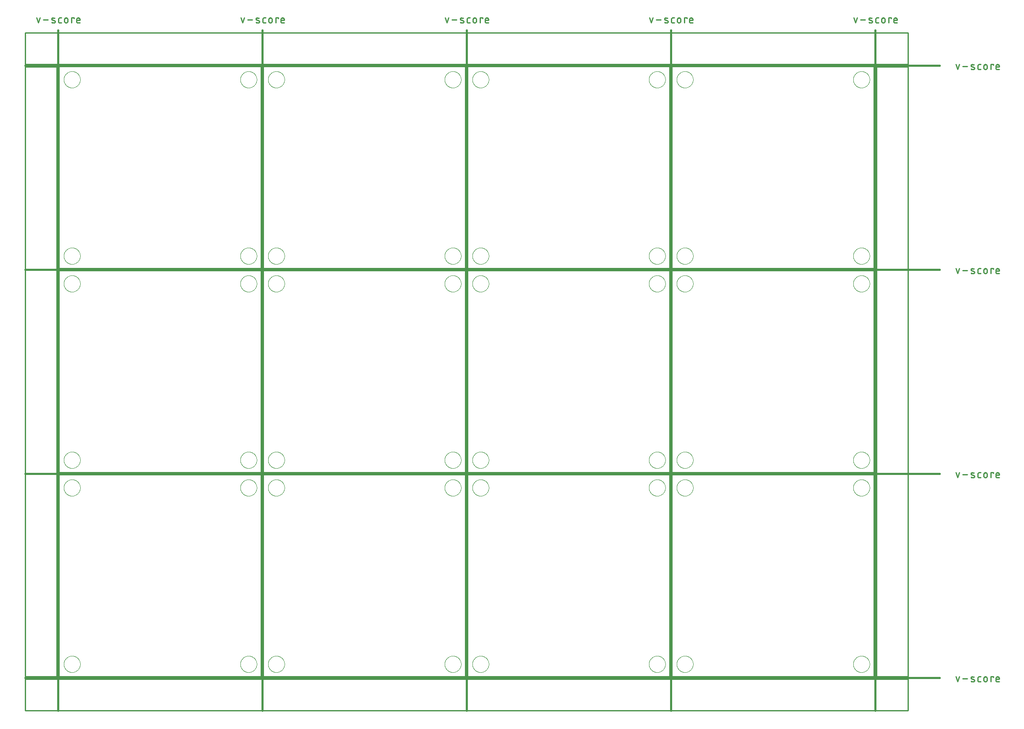
<source format=gko>
G04 EAGLE Gerber RS-274X export*
G75*
%MOMM*%
%FSLAX34Y34*%
%LPD*%
%IN*%
%IPPOS*%
%AMOC8*
5,1,8,0,0,1.08239X$1,22.5*%
G01*
%ADD10C,0.203200*%
%ADD11C,0.381000*%
%ADD12C,0.279400*%
%ADD13C,0.254000*%
%ADD14C,0.000000*%


D10*
X0Y0D02*
X0Y406400D01*
X406400Y406400D01*
X406400Y0D01*
X0Y0D01*
X411480Y0D02*
X411480Y406400D01*
X817880Y406400D01*
X817880Y0D01*
X411480Y0D01*
X822960Y0D02*
X822960Y406400D01*
X1229360Y406400D01*
X1229360Y0D01*
X822960Y0D01*
X1234440Y0D02*
X1234440Y406400D01*
X1640840Y406400D01*
X1640840Y0D01*
X1234440Y0D01*
X0Y411480D02*
X0Y817880D01*
X406400Y817880D01*
X406400Y411480D01*
X0Y411480D01*
X411480Y411480D02*
X411480Y817880D01*
X817880Y817880D01*
X817880Y411480D01*
X411480Y411480D01*
X822960Y411480D02*
X822960Y817880D01*
X1229360Y817880D01*
X1229360Y411480D01*
X822960Y411480D01*
X1234440Y411480D02*
X1234440Y817880D01*
X1640840Y817880D01*
X1640840Y411480D01*
X1234440Y411480D01*
X0Y822960D02*
X0Y1229360D01*
X406400Y1229360D01*
X406400Y822960D01*
X0Y822960D01*
X411480Y822960D02*
X411480Y1229360D01*
X817880Y1229360D01*
X817880Y822960D01*
X411480Y822960D01*
X822960Y822960D02*
X822960Y1229360D01*
X1229360Y1229360D01*
X1229360Y822960D01*
X822960Y822960D01*
X1234440Y822960D02*
X1234440Y1229360D01*
X1640840Y1229360D01*
X1640840Y822960D01*
X1234440Y822960D01*
D11*
X-2540Y1303020D02*
X-2540Y-68580D01*
D12*
X-42921Y1318387D02*
X-46251Y1328378D01*
X-39590Y1328378D02*
X-42921Y1318387D01*
X-32806Y1324215D02*
X-22815Y1324215D01*
X-14261Y1324215D02*
X-10098Y1322550D01*
X-14261Y1324214D02*
X-14346Y1324250D01*
X-14429Y1324290D01*
X-14510Y1324333D01*
X-14590Y1324380D01*
X-14667Y1324430D01*
X-14743Y1324483D01*
X-14816Y1324539D01*
X-14886Y1324599D01*
X-14954Y1324661D01*
X-15019Y1324726D01*
X-15081Y1324794D01*
X-15141Y1324865D01*
X-15197Y1324938D01*
X-15250Y1325013D01*
X-15300Y1325091D01*
X-15346Y1325170D01*
X-15389Y1325252D01*
X-15429Y1325335D01*
X-15465Y1325420D01*
X-15497Y1325506D01*
X-15526Y1325594D01*
X-15550Y1325683D01*
X-15571Y1325773D01*
X-15588Y1325863D01*
X-15602Y1325954D01*
X-15611Y1326046D01*
X-15616Y1326138D01*
X-15618Y1326230D01*
X-15616Y1326322D01*
X-15609Y1326414D01*
X-15599Y1326506D01*
X-15585Y1326597D01*
X-15567Y1326688D01*
X-15545Y1326777D01*
X-15519Y1326866D01*
X-15489Y1326953D01*
X-15456Y1327039D01*
X-15419Y1327123D01*
X-15379Y1327206D01*
X-15335Y1327287D01*
X-15288Y1327366D01*
X-15237Y1327443D01*
X-15183Y1327518D01*
X-15126Y1327591D01*
X-15066Y1327661D01*
X-15003Y1327728D01*
X-14937Y1327792D01*
X-14869Y1327854D01*
X-14798Y1327913D01*
X-14724Y1327968D01*
X-14648Y1328021D01*
X-14570Y1328070D01*
X-14490Y1328116D01*
X-14409Y1328158D01*
X-14325Y1328197D01*
X-14240Y1328232D01*
X-14153Y1328263D01*
X-14065Y1328291D01*
X-13976Y1328315D01*
X-13886Y1328335D01*
X-13796Y1328352D01*
X-13704Y1328364D01*
X-13612Y1328373D01*
X-13520Y1328377D01*
X-13428Y1328378D01*
X-13201Y1328372D01*
X-12974Y1328361D01*
X-12747Y1328344D01*
X-12521Y1328321D01*
X-12295Y1328294D01*
X-12070Y1328260D01*
X-11846Y1328222D01*
X-11623Y1328178D01*
X-11401Y1328129D01*
X-11180Y1328074D01*
X-10961Y1328014D01*
X-10743Y1327949D01*
X-10527Y1327878D01*
X-10313Y1327803D01*
X-10100Y1327722D01*
X-9890Y1327636D01*
X-9681Y1327545D01*
X-10098Y1322550D02*
X-10013Y1322514D01*
X-9930Y1322474D01*
X-9849Y1322431D01*
X-9769Y1322384D01*
X-9692Y1322334D01*
X-9616Y1322281D01*
X-9543Y1322225D01*
X-9473Y1322165D01*
X-9405Y1322103D01*
X-9340Y1322038D01*
X-9278Y1321970D01*
X-9218Y1321899D01*
X-9162Y1321826D01*
X-9109Y1321751D01*
X-9059Y1321673D01*
X-9013Y1321594D01*
X-8970Y1321512D01*
X-8930Y1321429D01*
X-8894Y1321344D01*
X-8862Y1321258D01*
X-8833Y1321170D01*
X-8809Y1321081D01*
X-8788Y1320991D01*
X-8771Y1320901D01*
X-8757Y1320810D01*
X-8748Y1320718D01*
X-8743Y1320626D01*
X-8741Y1320534D01*
X-8743Y1320442D01*
X-8750Y1320350D01*
X-8760Y1320258D01*
X-8774Y1320167D01*
X-8792Y1320076D01*
X-8814Y1319987D01*
X-8840Y1319898D01*
X-8870Y1319811D01*
X-8903Y1319725D01*
X-8940Y1319641D01*
X-8980Y1319558D01*
X-9024Y1319477D01*
X-9071Y1319398D01*
X-9122Y1319321D01*
X-9176Y1319246D01*
X-9233Y1319173D01*
X-9293Y1319103D01*
X-9356Y1319036D01*
X-9422Y1318972D01*
X-9490Y1318910D01*
X-9561Y1318851D01*
X-9635Y1318796D01*
X-9711Y1318743D01*
X-9789Y1318694D01*
X-9869Y1318648D01*
X-9950Y1318606D01*
X-10034Y1318567D01*
X-10119Y1318532D01*
X-10206Y1318501D01*
X-10294Y1318473D01*
X-10383Y1318449D01*
X-10473Y1318429D01*
X-10563Y1318412D01*
X-10655Y1318400D01*
X-10747Y1318391D01*
X-10839Y1318387D01*
X-10931Y1318386D01*
X-10931Y1318387D02*
X-11265Y1318396D01*
X-11598Y1318413D01*
X-11931Y1318437D01*
X-12264Y1318470D01*
X-12595Y1318510D01*
X-12926Y1318558D01*
X-13255Y1318614D01*
X-13583Y1318677D01*
X-13909Y1318749D01*
X-14233Y1318828D01*
X-14556Y1318914D01*
X-14876Y1319009D01*
X-15194Y1319111D01*
X-15510Y1319220D01*
X562Y1318387D02*
X3892Y1318387D01*
X562Y1318387D02*
X464Y1318389D01*
X366Y1318395D01*
X268Y1318404D01*
X171Y1318418D01*
X75Y1318435D01*
X-21Y1318456D01*
X-116Y1318481D01*
X-210Y1318509D01*
X-303Y1318541D01*
X-394Y1318577D01*
X-484Y1318616D01*
X-572Y1318659D01*
X-659Y1318706D01*
X-743Y1318755D01*
X-826Y1318808D01*
X-906Y1318864D01*
X-985Y1318923D01*
X-1060Y1318986D01*
X-1134Y1319051D01*
X-1204Y1319119D01*
X-1272Y1319189D01*
X-1338Y1319263D01*
X-1400Y1319339D01*
X-1459Y1319417D01*
X-1515Y1319497D01*
X-1568Y1319580D01*
X-1618Y1319664D01*
X-1664Y1319751D01*
X-1707Y1319839D01*
X-1746Y1319929D01*
X-1782Y1320020D01*
X-1814Y1320113D01*
X-1842Y1320207D01*
X-1867Y1320302D01*
X-1888Y1320398D01*
X-1905Y1320494D01*
X-1919Y1320591D01*
X-1928Y1320689D01*
X-1934Y1320787D01*
X-1936Y1320885D01*
X-1936Y1325880D01*
X-1934Y1325978D01*
X-1928Y1326076D01*
X-1919Y1326174D01*
X-1905Y1326271D01*
X-1888Y1326367D01*
X-1867Y1326463D01*
X-1842Y1326558D01*
X-1814Y1326652D01*
X-1782Y1326745D01*
X-1746Y1326836D01*
X-1707Y1326926D01*
X-1664Y1327014D01*
X-1617Y1327101D01*
X-1568Y1327185D01*
X-1515Y1327268D01*
X-1459Y1327348D01*
X-1400Y1327426D01*
X-1337Y1327502D01*
X-1272Y1327576D01*
X-1204Y1327646D01*
X-1134Y1327714D01*
X-1060Y1327779D01*
X-984Y1327842D01*
X-906Y1327901D01*
X-826Y1327957D01*
X-743Y1328010D01*
X-659Y1328059D01*
X-572Y1328106D01*
X-484Y1328149D01*
X-394Y1328188D01*
X-303Y1328224D01*
X-210Y1328256D01*
X-116Y1328284D01*
X-21Y1328309D01*
X75Y1328330D01*
X171Y1328347D01*
X268Y1328361D01*
X366Y1328370D01*
X464Y1328376D01*
X562Y1328378D01*
X3892Y1328378D01*
X10022Y1325047D02*
X10022Y1321717D01*
X10022Y1325047D02*
X10024Y1325161D01*
X10030Y1325274D01*
X10039Y1325388D01*
X10053Y1325500D01*
X10070Y1325613D01*
X10092Y1325725D01*
X10117Y1325835D01*
X10145Y1325945D01*
X10178Y1326054D01*
X10214Y1326162D01*
X10254Y1326269D01*
X10298Y1326374D01*
X10345Y1326477D01*
X10395Y1326579D01*
X10449Y1326679D01*
X10507Y1326777D01*
X10568Y1326873D01*
X10631Y1326967D01*
X10699Y1327059D01*
X10769Y1327149D01*
X10842Y1327235D01*
X10918Y1327320D01*
X10997Y1327402D01*
X11079Y1327481D01*
X11164Y1327557D01*
X11250Y1327630D01*
X11340Y1327700D01*
X11432Y1327768D01*
X11526Y1327831D01*
X11622Y1327892D01*
X11720Y1327950D01*
X11820Y1328004D01*
X11922Y1328054D01*
X12025Y1328101D01*
X12130Y1328145D01*
X12237Y1328185D01*
X12345Y1328221D01*
X12454Y1328254D01*
X12564Y1328282D01*
X12674Y1328307D01*
X12786Y1328329D01*
X12899Y1328346D01*
X13011Y1328360D01*
X13125Y1328369D01*
X13238Y1328375D01*
X13352Y1328377D01*
X13466Y1328375D01*
X13579Y1328369D01*
X13693Y1328360D01*
X13805Y1328346D01*
X13918Y1328329D01*
X14030Y1328307D01*
X14140Y1328282D01*
X14250Y1328254D01*
X14359Y1328221D01*
X14467Y1328185D01*
X14574Y1328145D01*
X14679Y1328101D01*
X14782Y1328054D01*
X14884Y1328004D01*
X14984Y1327950D01*
X15082Y1327892D01*
X15178Y1327831D01*
X15272Y1327768D01*
X15364Y1327700D01*
X15454Y1327630D01*
X15540Y1327557D01*
X15625Y1327481D01*
X15707Y1327402D01*
X15786Y1327320D01*
X15862Y1327235D01*
X15935Y1327149D01*
X16005Y1327059D01*
X16073Y1326967D01*
X16136Y1326873D01*
X16197Y1326777D01*
X16255Y1326679D01*
X16309Y1326579D01*
X16359Y1326477D01*
X16406Y1326374D01*
X16450Y1326269D01*
X16490Y1326162D01*
X16526Y1326054D01*
X16559Y1325945D01*
X16587Y1325835D01*
X16612Y1325725D01*
X16634Y1325613D01*
X16651Y1325500D01*
X16665Y1325388D01*
X16674Y1325274D01*
X16680Y1325161D01*
X16682Y1325047D01*
X16682Y1321717D01*
X16680Y1321603D01*
X16674Y1321490D01*
X16665Y1321376D01*
X16651Y1321264D01*
X16634Y1321151D01*
X16612Y1321039D01*
X16587Y1320929D01*
X16559Y1320819D01*
X16526Y1320710D01*
X16490Y1320602D01*
X16450Y1320495D01*
X16406Y1320390D01*
X16359Y1320287D01*
X16309Y1320185D01*
X16255Y1320085D01*
X16197Y1319987D01*
X16136Y1319891D01*
X16073Y1319797D01*
X16005Y1319705D01*
X15935Y1319615D01*
X15862Y1319529D01*
X15786Y1319444D01*
X15707Y1319362D01*
X15625Y1319283D01*
X15540Y1319207D01*
X15454Y1319134D01*
X15364Y1319064D01*
X15272Y1318996D01*
X15178Y1318933D01*
X15082Y1318872D01*
X14984Y1318814D01*
X14884Y1318760D01*
X14782Y1318710D01*
X14679Y1318663D01*
X14574Y1318619D01*
X14467Y1318579D01*
X14359Y1318543D01*
X14250Y1318510D01*
X14140Y1318482D01*
X14030Y1318457D01*
X13918Y1318435D01*
X13805Y1318418D01*
X13693Y1318404D01*
X13579Y1318395D01*
X13466Y1318389D01*
X13352Y1318387D01*
X13238Y1318389D01*
X13125Y1318395D01*
X13011Y1318404D01*
X12899Y1318418D01*
X12786Y1318435D01*
X12674Y1318457D01*
X12564Y1318482D01*
X12454Y1318510D01*
X12345Y1318543D01*
X12237Y1318579D01*
X12130Y1318619D01*
X12025Y1318663D01*
X11922Y1318710D01*
X11820Y1318760D01*
X11720Y1318814D01*
X11622Y1318872D01*
X11526Y1318933D01*
X11432Y1318996D01*
X11340Y1319064D01*
X11250Y1319134D01*
X11164Y1319207D01*
X11079Y1319283D01*
X10997Y1319362D01*
X10918Y1319444D01*
X10842Y1319529D01*
X10769Y1319615D01*
X10699Y1319705D01*
X10631Y1319797D01*
X10568Y1319891D01*
X10507Y1319987D01*
X10449Y1320085D01*
X10395Y1320185D01*
X10345Y1320287D01*
X10298Y1320390D01*
X10254Y1320495D01*
X10214Y1320602D01*
X10178Y1320710D01*
X10145Y1320819D01*
X10117Y1320929D01*
X10092Y1321039D01*
X10070Y1321151D01*
X10053Y1321264D01*
X10039Y1321376D01*
X10030Y1321490D01*
X10024Y1321603D01*
X10022Y1321717D01*
X24218Y1318387D02*
X24218Y1328378D01*
X29213Y1328378D01*
X29213Y1326713D01*
X37008Y1318387D02*
X41171Y1318387D01*
X37008Y1318387D02*
X36910Y1318389D01*
X36812Y1318395D01*
X36714Y1318404D01*
X36617Y1318418D01*
X36521Y1318435D01*
X36425Y1318456D01*
X36330Y1318481D01*
X36236Y1318509D01*
X36143Y1318541D01*
X36052Y1318577D01*
X35962Y1318616D01*
X35874Y1318659D01*
X35787Y1318706D01*
X35703Y1318755D01*
X35620Y1318808D01*
X35540Y1318864D01*
X35462Y1318923D01*
X35386Y1318986D01*
X35312Y1319051D01*
X35242Y1319119D01*
X35174Y1319189D01*
X35109Y1319263D01*
X35046Y1319339D01*
X34987Y1319417D01*
X34931Y1319497D01*
X34878Y1319580D01*
X34829Y1319664D01*
X34782Y1319751D01*
X34739Y1319839D01*
X34700Y1319929D01*
X34664Y1320020D01*
X34632Y1320113D01*
X34604Y1320207D01*
X34579Y1320302D01*
X34558Y1320398D01*
X34541Y1320494D01*
X34527Y1320591D01*
X34518Y1320689D01*
X34512Y1320787D01*
X34510Y1320885D01*
X34510Y1325047D01*
X34511Y1325047D02*
X34513Y1325161D01*
X34519Y1325274D01*
X34528Y1325388D01*
X34542Y1325500D01*
X34559Y1325613D01*
X34581Y1325725D01*
X34606Y1325835D01*
X34634Y1325945D01*
X34667Y1326054D01*
X34703Y1326162D01*
X34743Y1326269D01*
X34787Y1326374D01*
X34834Y1326477D01*
X34884Y1326579D01*
X34938Y1326679D01*
X34996Y1326777D01*
X35057Y1326873D01*
X35120Y1326967D01*
X35188Y1327059D01*
X35258Y1327149D01*
X35331Y1327235D01*
X35407Y1327320D01*
X35486Y1327402D01*
X35568Y1327481D01*
X35653Y1327557D01*
X35739Y1327630D01*
X35829Y1327700D01*
X35921Y1327768D01*
X36015Y1327831D01*
X36111Y1327892D01*
X36209Y1327950D01*
X36309Y1328004D01*
X36411Y1328054D01*
X36514Y1328101D01*
X36619Y1328145D01*
X36726Y1328185D01*
X36834Y1328221D01*
X36943Y1328254D01*
X37053Y1328282D01*
X37163Y1328307D01*
X37275Y1328329D01*
X37388Y1328346D01*
X37500Y1328360D01*
X37614Y1328369D01*
X37727Y1328375D01*
X37841Y1328377D01*
X37955Y1328375D01*
X38068Y1328369D01*
X38182Y1328360D01*
X38294Y1328346D01*
X38407Y1328329D01*
X38519Y1328307D01*
X38629Y1328282D01*
X38739Y1328254D01*
X38848Y1328221D01*
X38956Y1328185D01*
X39063Y1328145D01*
X39168Y1328101D01*
X39271Y1328054D01*
X39373Y1328004D01*
X39473Y1327950D01*
X39571Y1327892D01*
X39667Y1327831D01*
X39761Y1327768D01*
X39853Y1327700D01*
X39943Y1327630D01*
X40029Y1327557D01*
X40114Y1327481D01*
X40196Y1327402D01*
X40275Y1327320D01*
X40351Y1327235D01*
X40424Y1327149D01*
X40494Y1327059D01*
X40562Y1326967D01*
X40625Y1326873D01*
X40686Y1326777D01*
X40744Y1326679D01*
X40798Y1326579D01*
X40848Y1326477D01*
X40895Y1326374D01*
X40939Y1326269D01*
X40979Y1326162D01*
X41015Y1326054D01*
X41048Y1325945D01*
X41076Y1325835D01*
X41101Y1325725D01*
X41123Y1325613D01*
X41140Y1325500D01*
X41154Y1325388D01*
X41163Y1325274D01*
X41169Y1325161D01*
X41171Y1325047D01*
X41171Y1323382D01*
X34510Y1323382D01*
D11*
X408940Y1303020D02*
X408940Y-68580D01*
D12*
X368559Y1318387D02*
X365229Y1328378D01*
X371890Y1328378D02*
X368559Y1318387D01*
X378674Y1324215D02*
X388665Y1324215D01*
X397219Y1324215D02*
X401382Y1322550D01*
X397219Y1324214D02*
X397134Y1324250D01*
X397051Y1324290D01*
X396970Y1324333D01*
X396890Y1324380D01*
X396813Y1324430D01*
X396737Y1324483D01*
X396664Y1324539D01*
X396594Y1324599D01*
X396526Y1324661D01*
X396461Y1324726D01*
X396399Y1324794D01*
X396339Y1324865D01*
X396283Y1324938D01*
X396230Y1325013D01*
X396180Y1325091D01*
X396134Y1325170D01*
X396091Y1325252D01*
X396051Y1325335D01*
X396015Y1325420D01*
X395983Y1325506D01*
X395954Y1325594D01*
X395930Y1325683D01*
X395909Y1325773D01*
X395892Y1325863D01*
X395878Y1325954D01*
X395869Y1326046D01*
X395864Y1326138D01*
X395862Y1326230D01*
X395864Y1326322D01*
X395871Y1326414D01*
X395881Y1326506D01*
X395895Y1326597D01*
X395913Y1326688D01*
X395935Y1326777D01*
X395961Y1326866D01*
X395991Y1326953D01*
X396024Y1327039D01*
X396061Y1327123D01*
X396101Y1327206D01*
X396145Y1327287D01*
X396192Y1327366D01*
X396243Y1327443D01*
X396297Y1327518D01*
X396354Y1327591D01*
X396414Y1327661D01*
X396477Y1327728D01*
X396543Y1327792D01*
X396611Y1327854D01*
X396682Y1327913D01*
X396756Y1327968D01*
X396832Y1328021D01*
X396910Y1328070D01*
X396990Y1328116D01*
X397071Y1328158D01*
X397155Y1328197D01*
X397240Y1328232D01*
X397327Y1328263D01*
X397415Y1328291D01*
X397504Y1328315D01*
X397594Y1328335D01*
X397684Y1328352D01*
X397776Y1328364D01*
X397868Y1328373D01*
X397960Y1328377D01*
X398052Y1328378D01*
X398279Y1328372D01*
X398506Y1328361D01*
X398733Y1328344D01*
X398959Y1328321D01*
X399185Y1328294D01*
X399410Y1328260D01*
X399634Y1328222D01*
X399857Y1328178D01*
X400079Y1328129D01*
X400300Y1328074D01*
X400519Y1328014D01*
X400737Y1327949D01*
X400953Y1327878D01*
X401167Y1327803D01*
X401380Y1327722D01*
X401590Y1327636D01*
X401799Y1327545D01*
X401382Y1322550D02*
X401467Y1322514D01*
X401550Y1322474D01*
X401631Y1322431D01*
X401711Y1322384D01*
X401788Y1322334D01*
X401864Y1322281D01*
X401937Y1322225D01*
X402007Y1322165D01*
X402075Y1322103D01*
X402140Y1322038D01*
X402202Y1321970D01*
X402262Y1321899D01*
X402318Y1321826D01*
X402371Y1321751D01*
X402421Y1321673D01*
X402467Y1321594D01*
X402510Y1321512D01*
X402550Y1321429D01*
X402586Y1321344D01*
X402618Y1321258D01*
X402647Y1321170D01*
X402671Y1321081D01*
X402692Y1320991D01*
X402709Y1320901D01*
X402723Y1320810D01*
X402732Y1320718D01*
X402737Y1320626D01*
X402739Y1320534D01*
X402737Y1320442D01*
X402730Y1320350D01*
X402720Y1320258D01*
X402706Y1320167D01*
X402688Y1320076D01*
X402666Y1319987D01*
X402640Y1319898D01*
X402610Y1319811D01*
X402577Y1319725D01*
X402540Y1319641D01*
X402500Y1319558D01*
X402456Y1319477D01*
X402409Y1319398D01*
X402358Y1319321D01*
X402304Y1319246D01*
X402247Y1319173D01*
X402187Y1319103D01*
X402124Y1319036D01*
X402058Y1318972D01*
X401990Y1318910D01*
X401919Y1318851D01*
X401845Y1318796D01*
X401769Y1318743D01*
X401691Y1318694D01*
X401611Y1318648D01*
X401530Y1318606D01*
X401446Y1318567D01*
X401361Y1318532D01*
X401274Y1318501D01*
X401186Y1318473D01*
X401097Y1318449D01*
X401007Y1318429D01*
X400917Y1318412D01*
X400825Y1318400D01*
X400733Y1318391D01*
X400641Y1318387D01*
X400549Y1318386D01*
X400549Y1318387D02*
X400215Y1318396D01*
X399882Y1318413D01*
X399549Y1318437D01*
X399216Y1318470D01*
X398885Y1318510D01*
X398554Y1318558D01*
X398225Y1318614D01*
X397897Y1318677D01*
X397571Y1318749D01*
X397247Y1318828D01*
X396924Y1318914D01*
X396604Y1319009D01*
X396286Y1319111D01*
X395970Y1319220D01*
X412042Y1318387D02*
X415372Y1318387D01*
X412042Y1318387D02*
X411944Y1318389D01*
X411846Y1318395D01*
X411748Y1318404D01*
X411651Y1318418D01*
X411555Y1318435D01*
X411459Y1318456D01*
X411364Y1318481D01*
X411270Y1318509D01*
X411177Y1318541D01*
X411086Y1318577D01*
X410996Y1318616D01*
X410908Y1318659D01*
X410821Y1318706D01*
X410737Y1318755D01*
X410654Y1318808D01*
X410574Y1318864D01*
X410496Y1318923D01*
X410420Y1318986D01*
X410346Y1319051D01*
X410276Y1319119D01*
X410208Y1319189D01*
X410143Y1319263D01*
X410080Y1319339D01*
X410021Y1319417D01*
X409965Y1319497D01*
X409912Y1319580D01*
X409863Y1319664D01*
X409816Y1319751D01*
X409773Y1319839D01*
X409734Y1319929D01*
X409698Y1320020D01*
X409666Y1320113D01*
X409638Y1320207D01*
X409613Y1320302D01*
X409592Y1320398D01*
X409575Y1320494D01*
X409561Y1320591D01*
X409552Y1320689D01*
X409546Y1320787D01*
X409544Y1320885D01*
X409544Y1325880D01*
X409546Y1325978D01*
X409552Y1326076D01*
X409561Y1326174D01*
X409575Y1326271D01*
X409592Y1326367D01*
X409613Y1326463D01*
X409638Y1326558D01*
X409666Y1326652D01*
X409698Y1326745D01*
X409734Y1326836D01*
X409773Y1326926D01*
X409816Y1327014D01*
X409863Y1327101D01*
X409912Y1327185D01*
X409965Y1327268D01*
X410021Y1327348D01*
X410080Y1327427D01*
X410143Y1327502D01*
X410208Y1327576D01*
X410276Y1327646D01*
X410346Y1327714D01*
X410420Y1327780D01*
X410496Y1327842D01*
X410574Y1327901D01*
X410654Y1327957D01*
X410737Y1328010D01*
X410821Y1328060D01*
X410908Y1328106D01*
X410996Y1328149D01*
X411086Y1328188D01*
X411177Y1328224D01*
X411270Y1328256D01*
X411364Y1328284D01*
X411459Y1328309D01*
X411555Y1328330D01*
X411651Y1328347D01*
X411748Y1328361D01*
X411846Y1328370D01*
X411944Y1328376D01*
X412042Y1328378D01*
X415372Y1328378D01*
X421502Y1325047D02*
X421502Y1321717D01*
X421502Y1325047D02*
X421504Y1325161D01*
X421510Y1325274D01*
X421519Y1325388D01*
X421533Y1325500D01*
X421550Y1325613D01*
X421572Y1325725D01*
X421597Y1325835D01*
X421625Y1325945D01*
X421658Y1326054D01*
X421694Y1326162D01*
X421734Y1326269D01*
X421778Y1326374D01*
X421825Y1326477D01*
X421875Y1326579D01*
X421929Y1326679D01*
X421987Y1326777D01*
X422048Y1326873D01*
X422111Y1326967D01*
X422179Y1327059D01*
X422249Y1327149D01*
X422322Y1327235D01*
X422398Y1327320D01*
X422477Y1327402D01*
X422559Y1327481D01*
X422644Y1327557D01*
X422730Y1327630D01*
X422820Y1327700D01*
X422912Y1327768D01*
X423006Y1327831D01*
X423102Y1327892D01*
X423200Y1327950D01*
X423300Y1328004D01*
X423402Y1328054D01*
X423505Y1328101D01*
X423610Y1328145D01*
X423717Y1328185D01*
X423825Y1328221D01*
X423934Y1328254D01*
X424044Y1328282D01*
X424154Y1328307D01*
X424266Y1328329D01*
X424379Y1328346D01*
X424491Y1328360D01*
X424605Y1328369D01*
X424718Y1328375D01*
X424832Y1328377D01*
X424946Y1328375D01*
X425059Y1328369D01*
X425173Y1328360D01*
X425285Y1328346D01*
X425398Y1328329D01*
X425510Y1328307D01*
X425620Y1328282D01*
X425730Y1328254D01*
X425839Y1328221D01*
X425947Y1328185D01*
X426054Y1328145D01*
X426159Y1328101D01*
X426262Y1328054D01*
X426364Y1328004D01*
X426464Y1327950D01*
X426562Y1327892D01*
X426658Y1327831D01*
X426752Y1327768D01*
X426844Y1327700D01*
X426934Y1327630D01*
X427020Y1327557D01*
X427105Y1327481D01*
X427187Y1327402D01*
X427266Y1327320D01*
X427342Y1327235D01*
X427415Y1327149D01*
X427485Y1327059D01*
X427553Y1326967D01*
X427616Y1326873D01*
X427677Y1326777D01*
X427735Y1326679D01*
X427789Y1326579D01*
X427839Y1326477D01*
X427886Y1326374D01*
X427930Y1326269D01*
X427970Y1326162D01*
X428006Y1326054D01*
X428039Y1325945D01*
X428067Y1325835D01*
X428092Y1325725D01*
X428114Y1325613D01*
X428131Y1325500D01*
X428145Y1325388D01*
X428154Y1325274D01*
X428160Y1325161D01*
X428162Y1325047D01*
X428162Y1321717D01*
X428160Y1321603D01*
X428154Y1321490D01*
X428145Y1321376D01*
X428131Y1321264D01*
X428114Y1321151D01*
X428092Y1321039D01*
X428067Y1320929D01*
X428039Y1320819D01*
X428006Y1320710D01*
X427970Y1320602D01*
X427930Y1320495D01*
X427886Y1320390D01*
X427839Y1320287D01*
X427789Y1320185D01*
X427735Y1320085D01*
X427677Y1319987D01*
X427616Y1319891D01*
X427553Y1319797D01*
X427485Y1319705D01*
X427415Y1319615D01*
X427342Y1319529D01*
X427266Y1319444D01*
X427187Y1319362D01*
X427105Y1319283D01*
X427020Y1319207D01*
X426934Y1319134D01*
X426844Y1319064D01*
X426752Y1318996D01*
X426658Y1318933D01*
X426562Y1318872D01*
X426464Y1318814D01*
X426364Y1318760D01*
X426262Y1318710D01*
X426159Y1318663D01*
X426054Y1318619D01*
X425947Y1318579D01*
X425839Y1318543D01*
X425730Y1318510D01*
X425620Y1318482D01*
X425510Y1318457D01*
X425398Y1318435D01*
X425285Y1318418D01*
X425173Y1318404D01*
X425059Y1318395D01*
X424946Y1318389D01*
X424832Y1318387D01*
X424718Y1318389D01*
X424605Y1318395D01*
X424491Y1318404D01*
X424379Y1318418D01*
X424266Y1318435D01*
X424154Y1318457D01*
X424044Y1318482D01*
X423934Y1318510D01*
X423825Y1318543D01*
X423717Y1318579D01*
X423610Y1318619D01*
X423505Y1318663D01*
X423402Y1318710D01*
X423300Y1318760D01*
X423200Y1318814D01*
X423102Y1318872D01*
X423006Y1318933D01*
X422912Y1318996D01*
X422820Y1319064D01*
X422730Y1319134D01*
X422644Y1319207D01*
X422559Y1319283D01*
X422477Y1319362D01*
X422398Y1319444D01*
X422322Y1319529D01*
X422249Y1319615D01*
X422179Y1319705D01*
X422111Y1319797D01*
X422048Y1319891D01*
X421987Y1319987D01*
X421929Y1320085D01*
X421875Y1320185D01*
X421825Y1320287D01*
X421778Y1320390D01*
X421734Y1320495D01*
X421694Y1320602D01*
X421658Y1320710D01*
X421625Y1320819D01*
X421597Y1320929D01*
X421572Y1321039D01*
X421550Y1321151D01*
X421533Y1321264D01*
X421519Y1321376D01*
X421510Y1321490D01*
X421504Y1321603D01*
X421502Y1321717D01*
X435698Y1318387D02*
X435698Y1328378D01*
X440693Y1328378D01*
X440693Y1326713D01*
X448488Y1318387D02*
X452651Y1318387D01*
X448488Y1318387D02*
X448390Y1318389D01*
X448292Y1318395D01*
X448194Y1318404D01*
X448097Y1318418D01*
X448001Y1318435D01*
X447905Y1318456D01*
X447810Y1318481D01*
X447716Y1318509D01*
X447623Y1318541D01*
X447532Y1318577D01*
X447442Y1318616D01*
X447354Y1318659D01*
X447267Y1318706D01*
X447183Y1318755D01*
X447100Y1318808D01*
X447020Y1318864D01*
X446942Y1318923D01*
X446866Y1318986D01*
X446792Y1319051D01*
X446722Y1319119D01*
X446654Y1319189D01*
X446589Y1319263D01*
X446526Y1319339D01*
X446467Y1319417D01*
X446411Y1319497D01*
X446358Y1319580D01*
X446309Y1319664D01*
X446262Y1319751D01*
X446219Y1319839D01*
X446180Y1319929D01*
X446144Y1320020D01*
X446112Y1320113D01*
X446084Y1320207D01*
X446059Y1320302D01*
X446038Y1320398D01*
X446021Y1320494D01*
X446007Y1320591D01*
X445998Y1320689D01*
X445992Y1320787D01*
X445990Y1320885D01*
X445990Y1325047D01*
X445991Y1325047D02*
X445993Y1325161D01*
X445999Y1325274D01*
X446008Y1325388D01*
X446022Y1325500D01*
X446039Y1325613D01*
X446061Y1325725D01*
X446086Y1325835D01*
X446114Y1325945D01*
X446147Y1326054D01*
X446183Y1326162D01*
X446223Y1326269D01*
X446267Y1326374D01*
X446314Y1326477D01*
X446364Y1326579D01*
X446418Y1326679D01*
X446476Y1326777D01*
X446537Y1326873D01*
X446600Y1326967D01*
X446668Y1327059D01*
X446738Y1327149D01*
X446811Y1327235D01*
X446887Y1327320D01*
X446966Y1327402D01*
X447048Y1327481D01*
X447133Y1327557D01*
X447219Y1327630D01*
X447309Y1327700D01*
X447401Y1327768D01*
X447495Y1327831D01*
X447591Y1327892D01*
X447689Y1327950D01*
X447789Y1328004D01*
X447891Y1328054D01*
X447994Y1328101D01*
X448099Y1328145D01*
X448206Y1328185D01*
X448314Y1328221D01*
X448423Y1328254D01*
X448533Y1328282D01*
X448643Y1328307D01*
X448755Y1328329D01*
X448868Y1328346D01*
X448980Y1328360D01*
X449094Y1328369D01*
X449207Y1328375D01*
X449321Y1328377D01*
X449435Y1328375D01*
X449548Y1328369D01*
X449662Y1328360D01*
X449774Y1328346D01*
X449887Y1328329D01*
X449999Y1328307D01*
X450109Y1328282D01*
X450219Y1328254D01*
X450328Y1328221D01*
X450436Y1328185D01*
X450543Y1328145D01*
X450648Y1328101D01*
X450751Y1328054D01*
X450853Y1328004D01*
X450953Y1327950D01*
X451051Y1327892D01*
X451147Y1327831D01*
X451241Y1327768D01*
X451333Y1327700D01*
X451423Y1327630D01*
X451509Y1327557D01*
X451594Y1327481D01*
X451676Y1327402D01*
X451755Y1327320D01*
X451831Y1327235D01*
X451904Y1327149D01*
X451974Y1327059D01*
X452042Y1326967D01*
X452105Y1326873D01*
X452166Y1326777D01*
X452224Y1326679D01*
X452278Y1326579D01*
X452328Y1326477D01*
X452375Y1326374D01*
X452419Y1326269D01*
X452459Y1326162D01*
X452495Y1326054D01*
X452528Y1325945D01*
X452556Y1325835D01*
X452581Y1325725D01*
X452603Y1325613D01*
X452620Y1325500D01*
X452634Y1325388D01*
X452643Y1325274D01*
X452649Y1325161D01*
X452651Y1325047D01*
X452651Y1323382D01*
X445990Y1323382D01*
D11*
X820420Y1303020D02*
X820420Y-68580D01*
D12*
X780039Y1318387D02*
X776709Y1328378D01*
X783370Y1328378D02*
X780039Y1318387D01*
X790154Y1324215D02*
X800145Y1324215D01*
X808699Y1324215D02*
X812862Y1322550D01*
X808699Y1324214D02*
X808614Y1324250D01*
X808531Y1324290D01*
X808450Y1324333D01*
X808370Y1324380D01*
X808293Y1324430D01*
X808217Y1324483D01*
X808144Y1324539D01*
X808074Y1324599D01*
X808006Y1324661D01*
X807941Y1324726D01*
X807879Y1324794D01*
X807819Y1324865D01*
X807763Y1324938D01*
X807710Y1325013D01*
X807660Y1325091D01*
X807614Y1325170D01*
X807571Y1325252D01*
X807531Y1325335D01*
X807495Y1325420D01*
X807463Y1325506D01*
X807434Y1325594D01*
X807410Y1325683D01*
X807389Y1325773D01*
X807372Y1325863D01*
X807358Y1325954D01*
X807349Y1326046D01*
X807344Y1326138D01*
X807342Y1326230D01*
X807344Y1326322D01*
X807351Y1326414D01*
X807361Y1326506D01*
X807375Y1326597D01*
X807393Y1326688D01*
X807415Y1326777D01*
X807441Y1326866D01*
X807471Y1326953D01*
X807504Y1327039D01*
X807541Y1327123D01*
X807581Y1327206D01*
X807625Y1327287D01*
X807672Y1327366D01*
X807723Y1327443D01*
X807777Y1327518D01*
X807834Y1327591D01*
X807894Y1327661D01*
X807957Y1327728D01*
X808023Y1327792D01*
X808091Y1327854D01*
X808162Y1327913D01*
X808236Y1327968D01*
X808312Y1328021D01*
X808390Y1328070D01*
X808470Y1328116D01*
X808551Y1328158D01*
X808635Y1328197D01*
X808720Y1328232D01*
X808807Y1328263D01*
X808895Y1328291D01*
X808984Y1328315D01*
X809074Y1328335D01*
X809164Y1328352D01*
X809256Y1328364D01*
X809348Y1328373D01*
X809440Y1328377D01*
X809532Y1328378D01*
X809759Y1328372D01*
X809986Y1328361D01*
X810213Y1328344D01*
X810439Y1328321D01*
X810665Y1328294D01*
X810890Y1328260D01*
X811114Y1328222D01*
X811337Y1328178D01*
X811559Y1328129D01*
X811780Y1328074D01*
X811999Y1328014D01*
X812217Y1327949D01*
X812433Y1327878D01*
X812647Y1327803D01*
X812860Y1327722D01*
X813070Y1327636D01*
X813279Y1327545D01*
X812862Y1322550D02*
X812947Y1322514D01*
X813030Y1322474D01*
X813111Y1322431D01*
X813191Y1322384D01*
X813268Y1322334D01*
X813344Y1322281D01*
X813417Y1322225D01*
X813487Y1322165D01*
X813555Y1322103D01*
X813620Y1322038D01*
X813682Y1321970D01*
X813742Y1321899D01*
X813798Y1321826D01*
X813851Y1321751D01*
X813901Y1321673D01*
X813947Y1321594D01*
X813990Y1321512D01*
X814030Y1321429D01*
X814066Y1321344D01*
X814098Y1321258D01*
X814127Y1321170D01*
X814151Y1321081D01*
X814172Y1320991D01*
X814189Y1320901D01*
X814203Y1320810D01*
X814212Y1320718D01*
X814217Y1320626D01*
X814219Y1320534D01*
X814217Y1320442D01*
X814210Y1320350D01*
X814200Y1320258D01*
X814186Y1320167D01*
X814168Y1320076D01*
X814146Y1319987D01*
X814120Y1319898D01*
X814090Y1319811D01*
X814057Y1319725D01*
X814020Y1319641D01*
X813980Y1319558D01*
X813936Y1319477D01*
X813889Y1319398D01*
X813838Y1319321D01*
X813784Y1319246D01*
X813727Y1319173D01*
X813667Y1319103D01*
X813604Y1319036D01*
X813538Y1318972D01*
X813470Y1318910D01*
X813399Y1318851D01*
X813325Y1318796D01*
X813249Y1318743D01*
X813171Y1318694D01*
X813091Y1318648D01*
X813010Y1318606D01*
X812926Y1318567D01*
X812841Y1318532D01*
X812754Y1318501D01*
X812666Y1318473D01*
X812577Y1318449D01*
X812487Y1318429D01*
X812397Y1318412D01*
X812305Y1318400D01*
X812213Y1318391D01*
X812121Y1318387D01*
X812029Y1318386D01*
X812029Y1318387D02*
X811695Y1318396D01*
X811362Y1318413D01*
X811029Y1318437D01*
X810696Y1318470D01*
X810365Y1318510D01*
X810034Y1318558D01*
X809705Y1318614D01*
X809377Y1318677D01*
X809051Y1318749D01*
X808727Y1318828D01*
X808404Y1318914D01*
X808084Y1319009D01*
X807766Y1319111D01*
X807450Y1319220D01*
X823522Y1318387D02*
X826852Y1318387D01*
X823522Y1318387D02*
X823424Y1318389D01*
X823326Y1318395D01*
X823228Y1318404D01*
X823131Y1318418D01*
X823035Y1318435D01*
X822939Y1318456D01*
X822844Y1318481D01*
X822750Y1318509D01*
X822657Y1318541D01*
X822566Y1318577D01*
X822476Y1318616D01*
X822388Y1318659D01*
X822301Y1318706D01*
X822217Y1318755D01*
X822134Y1318808D01*
X822054Y1318864D01*
X821976Y1318923D01*
X821900Y1318986D01*
X821826Y1319051D01*
X821756Y1319119D01*
X821688Y1319189D01*
X821623Y1319263D01*
X821560Y1319339D01*
X821501Y1319417D01*
X821445Y1319497D01*
X821392Y1319580D01*
X821343Y1319664D01*
X821296Y1319751D01*
X821253Y1319839D01*
X821214Y1319929D01*
X821178Y1320020D01*
X821146Y1320113D01*
X821118Y1320207D01*
X821093Y1320302D01*
X821072Y1320398D01*
X821055Y1320494D01*
X821041Y1320591D01*
X821032Y1320689D01*
X821026Y1320787D01*
X821024Y1320885D01*
X821024Y1325880D01*
X821026Y1325978D01*
X821032Y1326076D01*
X821041Y1326174D01*
X821055Y1326271D01*
X821072Y1326367D01*
X821093Y1326463D01*
X821118Y1326558D01*
X821146Y1326652D01*
X821178Y1326745D01*
X821214Y1326836D01*
X821253Y1326926D01*
X821296Y1327014D01*
X821343Y1327101D01*
X821392Y1327185D01*
X821445Y1327268D01*
X821501Y1327348D01*
X821560Y1327427D01*
X821623Y1327502D01*
X821688Y1327576D01*
X821756Y1327646D01*
X821826Y1327714D01*
X821900Y1327780D01*
X821976Y1327842D01*
X822054Y1327901D01*
X822134Y1327957D01*
X822217Y1328010D01*
X822301Y1328060D01*
X822388Y1328106D01*
X822476Y1328149D01*
X822566Y1328188D01*
X822657Y1328224D01*
X822750Y1328256D01*
X822844Y1328284D01*
X822939Y1328309D01*
X823035Y1328330D01*
X823131Y1328347D01*
X823228Y1328361D01*
X823326Y1328370D01*
X823424Y1328376D01*
X823522Y1328378D01*
X826852Y1328378D01*
X832982Y1325047D02*
X832982Y1321717D01*
X832982Y1325047D02*
X832984Y1325161D01*
X832990Y1325274D01*
X832999Y1325388D01*
X833013Y1325500D01*
X833030Y1325613D01*
X833052Y1325725D01*
X833077Y1325835D01*
X833105Y1325945D01*
X833138Y1326054D01*
X833174Y1326162D01*
X833214Y1326269D01*
X833258Y1326374D01*
X833305Y1326477D01*
X833355Y1326579D01*
X833409Y1326679D01*
X833467Y1326777D01*
X833528Y1326873D01*
X833591Y1326967D01*
X833659Y1327059D01*
X833729Y1327149D01*
X833802Y1327235D01*
X833878Y1327320D01*
X833957Y1327402D01*
X834039Y1327481D01*
X834124Y1327557D01*
X834210Y1327630D01*
X834300Y1327700D01*
X834392Y1327768D01*
X834486Y1327831D01*
X834582Y1327892D01*
X834680Y1327950D01*
X834780Y1328004D01*
X834882Y1328054D01*
X834985Y1328101D01*
X835090Y1328145D01*
X835197Y1328185D01*
X835305Y1328221D01*
X835414Y1328254D01*
X835524Y1328282D01*
X835634Y1328307D01*
X835746Y1328329D01*
X835859Y1328346D01*
X835971Y1328360D01*
X836085Y1328369D01*
X836198Y1328375D01*
X836312Y1328377D01*
X836426Y1328375D01*
X836539Y1328369D01*
X836653Y1328360D01*
X836765Y1328346D01*
X836878Y1328329D01*
X836990Y1328307D01*
X837100Y1328282D01*
X837210Y1328254D01*
X837319Y1328221D01*
X837427Y1328185D01*
X837534Y1328145D01*
X837639Y1328101D01*
X837742Y1328054D01*
X837844Y1328004D01*
X837944Y1327950D01*
X838042Y1327892D01*
X838138Y1327831D01*
X838232Y1327768D01*
X838324Y1327700D01*
X838414Y1327630D01*
X838500Y1327557D01*
X838585Y1327481D01*
X838667Y1327402D01*
X838746Y1327320D01*
X838822Y1327235D01*
X838895Y1327149D01*
X838965Y1327059D01*
X839033Y1326967D01*
X839096Y1326873D01*
X839157Y1326777D01*
X839215Y1326679D01*
X839269Y1326579D01*
X839319Y1326477D01*
X839366Y1326374D01*
X839410Y1326269D01*
X839450Y1326162D01*
X839486Y1326054D01*
X839519Y1325945D01*
X839547Y1325835D01*
X839572Y1325725D01*
X839594Y1325613D01*
X839611Y1325500D01*
X839625Y1325388D01*
X839634Y1325274D01*
X839640Y1325161D01*
X839642Y1325047D01*
X839642Y1321717D01*
X839640Y1321603D01*
X839634Y1321490D01*
X839625Y1321376D01*
X839611Y1321264D01*
X839594Y1321151D01*
X839572Y1321039D01*
X839547Y1320929D01*
X839519Y1320819D01*
X839486Y1320710D01*
X839450Y1320602D01*
X839410Y1320495D01*
X839366Y1320390D01*
X839319Y1320287D01*
X839269Y1320185D01*
X839215Y1320085D01*
X839157Y1319987D01*
X839096Y1319891D01*
X839033Y1319797D01*
X838965Y1319705D01*
X838895Y1319615D01*
X838822Y1319529D01*
X838746Y1319444D01*
X838667Y1319362D01*
X838585Y1319283D01*
X838500Y1319207D01*
X838414Y1319134D01*
X838324Y1319064D01*
X838232Y1318996D01*
X838138Y1318933D01*
X838042Y1318872D01*
X837944Y1318814D01*
X837844Y1318760D01*
X837742Y1318710D01*
X837639Y1318663D01*
X837534Y1318619D01*
X837427Y1318579D01*
X837319Y1318543D01*
X837210Y1318510D01*
X837100Y1318482D01*
X836990Y1318457D01*
X836878Y1318435D01*
X836765Y1318418D01*
X836653Y1318404D01*
X836539Y1318395D01*
X836426Y1318389D01*
X836312Y1318387D01*
X836198Y1318389D01*
X836085Y1318395D01*
X835971Y1318404D01*
X835859Y1318418D01*
X835746Y1318435D01*
X835634Y1318457D01*
X835524Y1318482D01*
X835414Y1318510D01*
X835305Y1318543D01*
X835197Y1318579D01*
X835090Y1318619D01*
X834985Y1318663D01*
X834882Y1318710D01*
X834780Y1318760D01*
X834680Y1318814D01*
X834582Y1318872D01*
X834486Y1318933D01*
X834392Y1318996D01*
X834300Y1319064D01*
X834210Y1319134D01*
X834124Y1319207D01*
X834039Y1319283D01*
X833957Y1319362D01*
X833878Y1319444D01*
X833802Y1319529D01*
X833729Y1319615D01*
X833659Y1319705D01*
X833591Y1319797D01*
X833528Y1319891D01*
X833467Y1319987D01*
X833409Y1320085D01*
X833355Y1320185D01*
X833305Y1320287D01*
X833258Y1320390D01*
X833214Y1320495D01*
X833174Y1320602D01*
X833138Y1320710D01*
X833105Y1320819D01*
X833077Y1320929D01*
X833052Y1321039D01*
X833030Y1321151D01*
X833013Y1321264D01*
X832999Y1321376D01*
X832990Y1321490D01*
X832984Y1321603D01*
X832982Y1321717D01*
X847178Y1318387D02*
X847178Y1328378D01*
X852173Y1328378D01*
X852173Y1326713D01*
X859968Y1318387D02*
X864131Y1318387D01*
X859968Y1318387D02*
X859870Y1318389D01*
X859772Y1318395D01*
X859674Y1318404D01*
X859577Y1318418D01*
X859481Y1318435D01*
X859385Y1318456D01*
X859290Y1318481D01*
X859196Y1318509D01*
X859103Y1318541D01*
X859012Y1318577D01*
X858922Y1318616D01*
X858834Y1318659D01*
X858747Y1318706D01*
X858663Y1318755D01*
X858580Y1318808D01*
X858500Y1318864D01*
X858422Y1318923D01*
X858346Y1318986D01*
X858272Y1319051D01*
X858202Y1319119D01*
X858134Y1319189D01*
X858069Y1319263D01*
X858006Y1319339D01*
X857947Y1319417D01*
X857891Y1319497D01*
X857838Y1319580D01*
X857789Y1319664D01*
X857742Y1319751D01*
X857699Y1319839D01*
X857660Y1319929D01*
X857624Y1320020D01*
X857592Y1320113D01*
X857564Y1320207D01*
X857539Y1320302D01*
X857518Y1320398D01*
X857501Y1320494D01*
X857487Y1320591D01*
X857478Y1320689D01*
X857472Y1320787D01*
X857470Y1320885D01*
X857470Y1325047D01*
X857471Y1325047D02*
X857473Y1325161D01*
X857479Y1325274D01*
X857488Y1325388D01*
X857502Y1325500D01*
X857519Y1325613D01*
X857541Y1325725D01*
X857566Y1325835D01*
X857594Y1325945D01*
X857627Y1326054D01*
X857663Y1326162D01*
X857703Y1326269D01*
X857747Y1326374D01*
X857794Y1326477D01*
X857844Y1326579D01*
X857898Y1326679D01*
X857956Y1326777D01*
X858017Y1326873D01*
X858080Y1326967D01*
X858148Y1327059D01*
X858218Y1327149D01*
X858291Y1327235D01*
X858367Y1327320D01*
X858446Y1327402D01*
X858528Y1327481D01*
X858613Y1327557D01*
X858699Y1327630D01*
X858789Y1327700D01*
X858881Y1327768D01*
X858975Y1327831D01*
X859071Y1327892D01*
X859169Y1327950D01*
X859269Y1328004D01*
X859371Y1328054D01*
X859474Y1328101D01*
X859579Y1328145D01*
X859686Y1328185D01*
X859794Y1328221D01*
X859903Y1328254D01*
X860013Y1328282D01*
X860123Y1328307D01*
X860235Y1328329D01*
X860348Y1328346D01*
X860460Y1328360D01*
X860574Y1328369D01*
X860687Y1328375D01*
X860801Y1328377D01*
X860915Y1328375D01*
X861028Y1328369D01*
X861142Y1328360D01*
X861254Y1328346D01*
X861367Y1328329D01*
X861479Y1328307D01*
X861589Y1328282D01*
X861699Y1328254D01*
X861808Y1328221D01*
X861916Y1328185D01*
X862023Y1328145D01*
X862128Y1328101D01*
X862231Y1328054D01*
X862333Y1328004D01*
X862433Y1327950D01*
X862531Y1327892D01*
X862627Y1327831D01*
X862721Y1327768D01*
X862813Y1327700D01*
X862903Y1327630D01*
X862989Y1327557D01*
X863074Y1327481D01*
X863156Y1327402D01*
X863235Y1327320D01*
X863311Y1327235D01*
X863384Y1327149D01*
X863454Y1327059D01*
X863522Y1326967D01*
X863585Y1326873D01*
X863646Y1326777D01*
X863704Y1326679D01*
X863758Y1326579D01*
X863808Y1326477D01*
X863855Y1326374D01*
X863899Y1326269D01*
X863939Y1326162D01*
X863975Y1326054D01*
X864008Y1325945D01*
X864036Y1325835D01*
X864061Y1325725D01*
X864083Y1325613D01*
X864100Y1325500D01*
X864114Y1325388D01*
X864123Y1325274D01*
X864129Y1325161D01*
X864131Y1325047D01*
X864131Y1323382D01*
X857470Y1323382D01*
D11*
X1231900Y1303020D02*
X1231900Y-68580D01*
D12*
X1191519Y1318387D02*
X1188189Y1328378D01*
X1194850Y1328378D02*
X1191519Y1318387D01*
X1201634Y1324215D02*
X1211625Y1324215D01*
X1220179Y1324215D02*
X1224342Y1322550D01*
X1220179Y1324214D02*
X1220094Y1324250D01*
X1220011Y1324290D01*
X1219930Y1324333D01*
X1219850Y1324380D01*
X1219773Y1324430D01*
X1219697Y1324483D01*
X1219624Y1324539D01*
X1219554Y1324599D01*
X1219486Y1324661D01*
X1219421Y1324726D01*
X1219359Y1324794D01*
X1219299Y1324865D01*
X1219243Y1324938D01*
X1219190Y1325013D01*
X1219140Y1325091D01*
X1219094Y1325170D01*
X1219051Y1325252D01*
X1219011Y1325335D01*
X1218975Y1325420D01*
X1218943Y1325506D01*
X1218914Y1325594D01*
X1218890Y1325683D01*
X1218869Y1325773D01*
X1218852Y1325863D01*
X1218838Y1325954D01*
X1218829Y1326046D01*
X1218824Y1326138D01*
X1218822Y1326230D01*
X1218824Y1326322D01*
X1218831Y1326414D01*
X1218841Y1326506D01*
X1218855Y1326597D01*
X1218873Y1326688D01*
X1218895Y1326777D01*
X1218921Y1326866D01*
X1218951Y1326953D01*
X1218984Y1327039D01*
X1219021Y1327123D01*
X1219061Y1327206D01*
X1219105Y1327287D01*
X1219152Y1327366D01*
X1219203Y1327443D01*
X1219257Y1327518D01*
X1219314Y1327591D01*
X1219374Y1327661D01*
X1219437Y1327728D01*
X1219503Y1327792D01*
X1219571Y1327854D01*
X1219642Y1327913D01*
X1219716Y1327968D01*
X1219792Y1328021D01*
X1219870Y1328070D01*
X1219950Y1328116D01*
X1220031Y1328158D01*
X1220115Y1328197D01*
X1220200Y1328232D01*
X1220287Y1328263D01*
X1220375Y1328291D01*
X1220464Y1328315D01*
X1220554Y1328335D01*
X1220644Y1328352D01*
X1220736Y1328364D01*
X1220828Y1328373D01*
X1220920Y1328377D01*
X1221012Y1328378D01*
X1221239Y1328372D01*
X1221466Y1328361D01*
X1221693Y1328344D01*
X1221919Y1328321D01*
X1222145Y1328294D01*
X1222370Y1328260D01*
X1222594Y1328222D01*
X1222817Y1328178D01*
X1223039Y1328129D01*
X1223260Y1328074D01*
X1223479Y1328014D01*
X1223697Y1327949D01*
X1223913Y1327878D01*
X1224127Y1327803D01*
X1224340Y1327722D01*
X1224550Y1327636D01*
X1224759Y1327545D01*
X1224342Y1322550D02*
X1224427Y1322514D01*
X1224510Y1322474D01*
X1224591Y1322431D01*
X1224671Y1322384D01*
X1224748Y1322334D01*
X1224824Y1322281D01*
X1224897Y1322225D01*
X1224967Y1322165D01*
X1225035Y1322103D01*
X1225100Y1322038D01*
X1225162Y1321970D01*
X1225222Y1321899D01*
X1225278Y1321826D01*
X1225331Y1321751D01*
X1225381Y1321673D01*
X1225427Y1321594D01*
X1225470Y1321512D01*
X1225510Y1321429D01*
X1225546Y1321344D01*
X1225578Y1321258D01*
X1225607Y1321170D01*
X1225631Y1321081D01*
X1225652Y1320991D01*
X1225669Y1320901D01*
X1225683Y1320810D01*
X1225692Y1320718D01*
X1225697Y1320626D01*
X1225699Y1320534D01*
X1225697Y1320442D01*
X1225690Y1320350D01*
X1225680Y1320258D01*
X1225666Y1320167D01*
X1225648Y1320076D01*
X1225626Y1319987D01*
X1225600Y1319898D01*
X1225570Y1319811D01*
X1225537Y1319725D01*
X1225500Y1319641D01*
X1225460Y1319558D01*
X1225416Y1319477D01*
X1225369Y1319398D01*
X1225318Y1319321D01*
X1225264Y1319246D01*
X1225207Y1319173D01*
X1225147Y1319103D01*
X1225084Y1319036D01*
X1225018Y1318972D01*
X1224950Y1318910D01*
X1224879Y1318851D01*
X1224805Y1318796D01*
X1224729Y1318743D01*
X1224651Y1318694D01*
X1224571Y1318648D01*
X1224490Y1318606D01*
X1224406Y1318567D01*
X1224321Y1318532D01*
X1224234Y1318501D01*
X1224146Y1318473D01*
X1224057Y1318449D01*
X1223967Y1318429D01*
X1223877Y1318412D01*
X1223785Y1318400D01*
X1223693Y1318391D01*
X1223601Y1318387D01*
X1223509Y1318386D01*
X1223509Y1318387D02*
X1223175Y1318396D01*
X1222842Y1318413D01*
X1222509Y1318437D01*
X1222176Y1318470D01*
X1221845Y1318510D01*
X1221514Y1318558D01*
X1221185Y1318614D01*
X1220857Y1318677D01*
X1220531Y1318749D01*
X1220207Y1318828D01*
X1219884Y1318914D01*
X1219564Y1319009D01*
X1219246Y1319111D01*
X1218930Y1319220D01*
X1235002Y1318387D02*
X1238332Y1318387D01*
X1235002Y1318387D02*
X1234904Y1318389D01*
X1234806Y1318395D01*
X1234708Y1318404D01*
X1234611Y1318418D01*
X1234515Y1318435D01*
X1234419Y1318456D01*
X1234324Y1318481D01*
X1234230Y1318509D01*
X1234137Y1318541D01*
X1234046Y1318577D01*
X1233956Y1318616D01*
X1233868Y1318659D01*
X1233781Y1318706D01*
X1233697Y1318755D01*
X1233614Y1318808D01*
X1233534Y1318864D01*
X1233456Y1318923D01*
X1233380Y1318986D01*
X1233306Y1319051D01*
X1233236Y1319119D01*
X1233168Y1319189D01*
X1233103Y1319263D01*
X1233040Y1319339D01*
X1232981Y1319417D01*
X1232925Y1319497D01*
X1232872Y1319580D01*
X1232823Y1319664D01*
X1232776Y1319751D01*
X1232733Y1319839D01*
X1232694Y1319929D01*
X1232658Y1320020D01*
X1232626Y1320113D01*
X1232598Y1320207D01*
X1232573Y1320302D01*
X1232552Y1320398D01*
X1232535Y1320494D01*
X1232521Y1320591D01*
X1232512Y1320689D01*
X1232506Y1320787D01*
X1232504Y1320885D01*
X1232504Y1325880D01*
X1232506Y1325978D01*
X1232512Y1326076D01*
X1232521Y1326174D01*
X1232535Y1326271D01*
X1232552Y1326367D01*
X1232573Y1326463D01*
X1232598Y1326558D01*
X1232626Y1326652D01*
X1232658Y1326745D01*
X1232694Y1326836D01*
X1232733Y1326926D01*
X1232776Y1327014D01*
X1232823Y1327101D01*
X1232872Y1327185D01*
X1232925Y1327268D01*
X1232981Y1327348D01*
X1233040Y1327427D01*
X1233103Y1327502D01*
X1233168Y1327576D01*
X1233236Y1327646D01*
X1233306Y1327714D01*
X1233380Y1327780D01*
X1233456Y1327842D01*
X1233534Y1327901D01*
X1233614Y1327957D01*
X1233697Y1328010D01*
X1233781Y1328060D01*
X1233868Y1328106D01*
X1233956Y1328149D01*
X1234046Y1328188D01*
X1234137Y1328224D01*
X1234230Y1328256D01*
X1234324Y1328284D01*
X1234419Y1328309D01*
X1234515Y1328330D01*
X1234611Y1328347D01*
X1234708Y1328361D01*
X1234806Y1328370D01*
X1234904Y1328376D01*
X1235002Y1328378D01*
X1238332Y1328378D01*
X1244462Y1325047D02*
X1244462Y1321717D01*
X1244462Y1325047D02*
X1244464Y1325161D01*
X1244470Y1325274D01*
X1244479Y1325388D01*
X1244493Y1325500D01*
X1244510Y1325613D01*
X1244532Y1325725D01*
X1244557Y1325835D01*
X1244585Y1325945D01*
X1244618Y1326054D01*
X1244654Y1326162D01*
X1244694Y1326269D01*
X1244738Y1326374D01*
X1244785Y1326477D01*
X1244835Y1326579D01*
X1244889Y1326679D01*
X1244947Y1326777D01*
X1245008Y1326873D01*
X1245071Y1326967D01*
X1245139Y1327059D01*
X1245209Y1327149D01*
X1245282Y1327235D01*
X1245358Y1327320D01*
X1245437Y1327402D01*
X1245519Y1327481D01*
X1245604Y1327557D01*
X1245690Y1327630D01*
X1245780Y1327700D01*
X1245872Y1327768D01*
X1245966Y1327831D01*
X1246062Y1327892D01*
X1246160Y1327950D01*
X1246260Y1328004D01*
X1246362Y1328054D01*
X1246465Y1328101D01*
X1246570Y1328145D01*
X1246677Y1328185D01*
X1246785Y1328221D01*
X1246894Y1328254D01*
X1247004Y1328282D01*
X1247114Y1328307D01*
X1247226Y1328329D01*
X1247339Y1328346D01*
X1247451Y1328360D01*
X1247565Y1328369D01*
X1247678Y1328375D01*
X1247792Y1328377D01*
X1247906Y1328375D01*
X1248019Y1328369D01*
X1248133Y1328360D01*
X1248245Y1328346D01*
X1248358Y1328329D01*
X1248470Y1328307D01*
X1248580Y1328282D01*
X1248690Y1328254D01*
X1248799Y1328221D01*
X1248907Y1328185D01*
X1249014Y1328145D01*
X1249119Y1328101D01*
X1249222Y1328054D01*
X1249324Y1328004D01*
X1249424Y1327950D01*
X1249522Y1327892D01*
X1249618Y1327831D01*
X1249712Y1327768D01*
X1249804Y1327700D01*
X1249894Y1327630D01*
X1249980Y1327557D01*
X1250065Y1327481D01*
X1250147Y1327402D01*
X1250226Y1327320D01*
X1250302Y1327235D01*
X1250375Y1327149D01*
X1250445Y1327059D01*
X1250513Y1326967D01*
X1250576Y1326873D01*
X1250637Y1326777D01*
X1250695Y1326679D01*
X1250749Y1326579D01*
X1250799Y1326477D01*
X1250846Y1326374D01*
X1250890Y1326269D01*
X1250930Y1326162D01*
X1250966Y1326054D01*
X1250999Y1325945D01*
X1251027Y1325835D01*
X1251052Y1325725D01*
X1251074Y1325613D01*
X1251091Y1325500D01*
X1251105Y1325388D01*
X1251114Y1325274D01*
X1251120Y1325161D01*
X1251122Y1325047D01*
X1251122Y1321717D01*
X1251120Y1321603D01*
X1251114Y1321490D01*
X1251105Y1321376D01*
X1251091Y1321264D01*
X1251074Y1321151D01*
X1251052Y1321039D01*
X1251027Y1320929D01*
X1250999Y1320819D01*
X1250966Y1320710D01*
X1250930Y1320602D01*
X1250890Y1320495D01*
X1250846Y1320390D01*
X1250799Y1320287D01*
X1250749Y1320185D01*
X1250695Y1320085D01*
X1250637Y1319987D01*
X1250576Y1319891D01*
X1250513Y1319797D01*
X1250445Y1319705D01*
X1250375Y1319615D01*
X1250302Y1319529D01*
X1250226Y1319444D01*
X1250147Y1319362D01*
X1250065Y1319283D01*
X1249980Y1319207D01*
X1249894Y1319134D01*
X1249804Y1319064D01*
X1249712Y1318996D01*
X1249618Y1318933D01*
X1249522Y1318872D01*
X1249424Y1318814D01*
X1249324Y1318760D01*
X1249222Y1318710D01*
X1249119Y1318663D01*
X1249014Y1318619D01*
X1248907Y1318579D01*
X1248799Y1318543D01*
X1248690Y1318510D01*
X1248580Y1318482D01*
X1248470Y1318457D01*
X1248358Y1318435D01*
X1248245Y1318418D01*
X1248133Y1318404D01*
X1248019Y1318395D01*
X1247906Y1318389D01*
X1247792Y1318387D01*
X1247678Y1318389D01*
X1247565Y1318395D01*
X1247451Y1318404D01*
X1247339Y1318418D01*
X1247226Y1318435D01*
X1247114Y1318457D01*
X1247004Y1318482D01*
X1246894Y1318510D01*
X1246785Y1318543D01*
X1246677Y1318579D01*
X1246570Y1318619D01*
X1246465Y1318663D01*
X1246362Y1318710D01*
X1246260Y1318760D01*
X1246160Y1318814D01*
X1246062Y1318872D01*
X1245966Y1318933D01*
X1245872Y1318996D01*
X1245780Y1319064D01*
X1245690Y1319134D01*
X1245604Y1319207D01*
X1245519Y1319283D01*
X1245437Y1319362D01*
X1245358Y1319444D01*
X1245282Y1319529D01*
X1245209Y1319615D01*
X1245139Y1319705D01*
X1245071Y1319797D01*
X1245008Y1319891D01*
X1244947Y1319987D01*
X1244889Y1320085D01*
X1244835Y1320185D01*
X1244785Y1320287D01*
X1244738Y1320390D01*
X1244694Y1320495D01*
X1244654Y1320602D01*
X1244618Y1320710D01*
X1244585Y1320819D01*
X1244557Y1320929D01*
X1244532Y1321039D01*
X1244510Y1321151D01*
X1244493Y1321264D01*
X1244479Y1321376D01*
X1244470Y1321490D01*
X1244464Y1321603D01*
X1244462Y1321717D01*
X1258658Y1318387D02*
X1258658Y1328378D01*
X1263653Y1328378D01*
X1263653Y1326713D01*
X1271448Y1318387D02*
X1275611Y1318387D01*
X1271448Y1318387D02*
X1271350Y1318389D01*
X1271252Y1318395D01*
X1271154Y1318404D01*
X1271057Y1318418D01*
X1270961Y1318435D01*
X1270865Y1318456D01*
X1270770Y1318481D01*
X1270676Y1318509D01*
X1270583Y1318541D01*
X1270492Y1318577D01*
X1270402Y1318616D01*
X1270314Y1318659D01*
X1270227Y1318706D01*
X1270143Y1318755D01*
X1270060Y1318808D01*
X1269980Y1318864D01*
X1269902Y1318923D01*
X1269826Y1318986D01*
X1269752Y1319051D01*
X1269682Y1319119D01*
X1269614Y1319189D01*
X1269549Y1319263D01*
X1269486Y1319339D01*
X1269427Y1319417D01*
X1269371Y1319497D01*
X1269318Y1319580D01*
X1269269Y1319664D01*
X1269222Y1319751D01*
X1269179Y1319839D01*
X1269140Y1319929D01*
X1269104Y1320020D01*
X1269072Y1320113D01*
X1269044Y1320207D01*
X1269019Y1320302D01*
X1268998Y1320398D01*
X1268981Y1320494D01*
X1268967Y1320591D01*
X1268958Y1320689D01*
X1268952Y1320787D01*
X1268950Y1320885D01*
X1268950Y1325047D01*
X1268951Y1325047D02*
X1268953Y1325161D01*
X1268959Y1325274D01*
X1268968Y1325388D01*
X1268982Y1325500D01*
X1268999Y1325613D01*
X1269021Y1325725D01*
X1269046Y1325835D01*
X1269074Y1325945D01*
X1269107Y1326054D01*
X1269143Y1326162D01*
X1269183Y1326269D01*
X1269227Y1326374D01*
X1269274Y1326477D01*
X1269324Y1326579D01*
X1269378Y1326679D01*
X1269436Y1326777D01*
X1269497Y1326873D01*
X1269560Y1326967D01*
X1269628Y1327059D01*
X1269698Y1327149D01*
X1269771Y1327235D01*
X1269847Y1327320D01*
X1269926Y1327402D01*
X1270008Y1327481D01*
X1270093Y1327557D01*
X1270179Y1327630D01*
X1270269Y1327700D01*
X1270361Y1327768D01*
X1270455Y1327831D01*
X1270551Y1327892D01*
X1270649Y1327950D01*
X1270749Y1328004D01*
X1270851Y1328054D01*
X1270954Y1328101D01*
X1271059Y1328145D01*
X1271166Y1328185D01*
X1271274Y1328221D01*
X1271383Y1328254D01*
X1271493Y1328282D01*
X1271603Y1328307D01*
X1271715Y1328329D01*
X1271828Y1328346D01*
X1271940Y1328360D01*
X1272054Y1328369D01*
X1272167Y1328375D01*
X1272281Y1328377D01*
X1272395Y1328375D01*
X1272508Y1328369D01*
X1272622Y1328360D01*
X1272734Y1328346D01*
X1272847Y1328329D01*
X1272959Y1328307D01*
X1273069Y1328282D01*
X1273179Y1328254D01*
X1273288Y1328221D01*
X1273396Y1328185D01*
X1273503Y1328145D01*
X1273608Y1328101D01*
X1273711Y1328054D01*
X1273813Y1328004D01*
X1273913Y1327950D01*
X1274011Y1327892D01*
X1274107Y1327831D01*
X1274201Y1327768D01*
X1274293Y1327700D01*
X1274383Y1327630D01*
X1274469Y1327557D01*
X1274554Y1327481D01*
X1274636Y1327402D01*
X1274715Y1327320D01*
X1274791Y1327235D01*
X1274864Y1327149D01*
X1274934Y1327059D01*
X1275002Y1326967D01*
X1275065Y1326873D01*
X1275126Y1326777D01*
X1275184Y1326679D01*
X1275238Y1326579D01*
X1275288Y1326477D01*
X1275335Y1326374D01*
X1275379Y1326269D01*
X1275419Y1326162D01*
X1275455Y1326054D01*
X1275488Y1325945D01*
X1275516Y1325835D01*
X1275541Y1325725D01*
X1275563Y1325613D01*
X1275580Y1325500D01*
X1275594Y1325388D01*
X1275603Y1325274D01*
X1275609Y1325161D01*
X1275611Y1325047D01*
X1275611Y1323382D01*
X1268950Y1323382D01*
D11*
X1643380Y1303020D02*
X1643380Y-68580D01*
D12*
X1602999Y1318387D02*
X1599669Y1328378D01*
X1606330Y1328378D02*
X1602999Y1318387D01*
X1613114Y1324215D02*
X1623105Y1324215D01*
X1631659Y1324215D02*
X1635822Y1322550D01*
X1631659Y1324214D02*
X1631574Y1324250D01*
X1631491Y1324290D01*
X1631410Y1324333D01*
X1631330Y1324380D01*
X1631253Y1324430D01*
X1631177Y1324483D01*
X1631104Y1324539D01*
X1631034Y1324599D01*
X1630966Y1324661D01*
X1630901Y1324726D01*
X1630839Y1324794D01*
X1630779Y1324865D01*
X1630723Y1324938D01*
X1630670Y1325013D01*
X1630620Y1325091D01*
X1630574Y1325170D01*
X1630531Y1325252D01*
X1630491Y1325335D01*
X1630455Y1325420D01*
X1630423Y1325506D01*
X1630394Y1325594D01*
X1630370Y1325683D01*
X1630349Y1325773D01*
X1630332Y1325863D01*
X1630318Y1325954D01*
X1630309Y1326046D01*
X1630304Y1326138D01*
X1630302Y1326230D01*
X1630304Y1326322D01*
X1630311Y1326414D01*
X1630321Y1326506D01*
X1630335Y1326597D01*
X1630353Y1326688D01*
X1630375Y1326777D01*
X1630401Y1326866D01*
X1630431Y1326953D01*
X1630464Y1327039D01*
X1630501Y1327123D01*
X1630541Y1327206D01*
X1630585Y1327287D01*
X1630632Y1327366D01*
X1630683Y1327443D01*
X1630737Y1327518D01*
X1630794Y1327591D01*
X1630854Y1327661D01*
X1630917Y1327728D01*
X1630983Y1327792D01*
X1631051Y1327854D01*
X1631122Y1327913D01*
X1631196Y1327968D01*
X1631272Y1328021D01*
X1631350Y1328070D01*
X1631430Y1328116D01*
X1631511Y1328158D01*
X1631595Y1328197D01*
X1631680Y1328232D01*
X1631767Y1328263D01*
X1631855Y1328291D01*
X1631944Y1328315D01*
X1632034Y1328335D01*
X1632124Y1328352D01*
X1632216Y1328364D01*
X1632308Y1328373D01*
X1632400Y1328377D01*
X1632492Y1328378D01*
X1632719Y1328372D01*
X1632946Y1328361D01*
X1633173Y1328344D01*
X1633399Y1328321D01*
X1633625Y1328294D01*
X1633850Y1328260D01*
X1634074Y1328222D01*
X1634297Y1328178D01*
X1634519Y1328129D01*
X1634740Y1328074D01*
X1634959Y1328014D01*
X1635177Y1327949D01*
X1635393Y1327878D01*
X1635607Y1327803D01*
X1635820Y1327722D01*
X1636030Y1327636D01*
X1636239Y1327545D01*
X1635822Y1322550D02*
X1635907Y1322514D01*
X1635990Y1322474D01*
X1636071Y1322431D01*
X1636151Y1322384D01*
X1636228Y1322334D01*
X1636304Y1322281D01*
X1636377Y1322225D01*
X1636447Y1322165D01*
X1636515Y1322103D01*
X1636580Y1322038D01*
X1636642Y1321970D01*
X1636702Y1321899D01*
X1636758Y1321826D01*
X1636811Y1321751D01*
X1636861Y1321673D01*
X1636907Y1321594D01*
X1636950Y1321512D01*
X1636990Y1321429D01*
X1637026Y1321344D01*
X1637058Y1321258D01*
X1637087Y1321170D01*
X1637111Y1321081D01*
X1637132Y1320991D01*
X1637149Y1320901D01*
X1637163Y1320810D01*
X1637172Y1320718D01*
X1637177Y1320626D01*
X1637179Y1320534D01*
X1637177Y1320442D01*
X1637170Y1320350D01*
X1637160Y1320258D01*
X1637146Y1320167D01*
X1637128Y1320076D01*
X1637106Y1319987D01*
X1637080Y1319898D01*
X1637050Y1319811D01*
X1637017Y1319725D01*
X1636980Y1319641D01*
X1636940Y1319558D01*
X1636896Y1319477D01*
X1636849Y1319398D01*
X1636798Y1319321D01*
X1636744Y1319246D01*
X1636687Y1319173D01*
X1636627Y1319103D01*
X1636564Y1319036D01*
X1636498Y1318972D01*
X1636430Y1318910D01*
X1636359Y1318851D01*
X1636285Y1318796D01*
X1636209Y1318743D01*
X1636131Y1318694D01*
X1636051Y1318648D01*
X1635970Y1318606D01*
X1635886Y1318567D01*
X1635801Y1318532D01*
X1635714Y1318501D01*
X1635626Y1318473D01*
X1635537Y1318449D01*
X1635447Y1318429D01*
X1635357Y1318412D01*
X1635265Y1318400D01*
X1635173Y1318391D01*
X1635081Y1318387D01*
X1634989Y1318386D01*
X1634989Y1318387D02*
X1634655Y1318396D01*
X1634322Y1318413D01*
X1633989Y1318437D01*
X1633656Y1318470D01*
X1633325Y1318510D01*
X1632994Y1318558D01*
X1632665Y1318614D01*
X1632337Y1318677D01*
X1632011Y1318749D01*
X1631687Y1318828D01*
X1631364Y1318914D01*
X1631044Y1319009D01*
X1630726Y1319111D01*
X1630410Y1319220D01*
X1646482Y1318387D02*
X1649812Y1318387D01*
X1646482Y1318387D02*
X1646384Y1318389D01*
X1646286Y1318395D01*
X1646188Y1318404D01*
X1646091Y1318418D01*
X1645995Y1318435D01*
X1645899Y1318456D01*
X1645804Y1318481D01*
X1645710Y1318509D01*
X1645617Y1318541D01*
X1645526Y1318577D01*
X1645436Y1318616D01*
X1645348Y1318659D01*
X1645261Y1318706D01*
X1645177Y1318755D01*
X1645094Y1318808D01*
X1645014Y1318864D01*
X1644936Y1318923D01*
X1644860Y1318986D01*
X1644786Y1319051D01*
X1644716Y1319119D01*
X1644648Y1319189D01*
X1644583Y1319263D01*
X1644520Y1319339D01*
X1644461Y1319417D01*
X1644405Y1319497D01*
X1644352Y1319580D01*
X1644303Y1319664D01*
X1644256Y1319751D01*
X1644213Y1319839D01*
X1644174Y1319929D01*
X1644138Y1320020D01*
X1644106Y1320113D01*
X1644078Y1320207D01*
X1644053Y1320302D01*
X1644032Y1320398D01*
X1644015Y1320494D01*
X1644001Y1320591D01*
X1643992Y1320689D01*
X1643986Y1320787D01*
X1643984Y1320885D01*
X1643984Y1325880D01*
X1643986Y1325978D01*
X1643992Y1326076D01*
X1644001Y1326174D01*
X1644015Y1326271D01*
X1644032Y1326367D01*
X1644053Y1326463D01*
X1644078Y1326558D01*
X1644106Y1326652D01*
X1644138Y1326745D01*
X1644174Y1326836D01*
X1644213Y1326926D01*
X1644256Y1327014D01*
X1644303Y1327101D01*
X1644352Y1327185D01*
X1644405Y1327268D01*
X1644461Y1327348D01*
X1644520Y1327427D01*
X1644583Y1327502D01*
X1644648Y1327576D01*
X1644716Y1327646D01*
X1644786Y1327714D01*
X1644860Y1327780D01*
X1644936Y1327842D01*
X1645014Y1327901D01*
X1645094Y1327957D01*
X1645177Y1328010D01*
X1645261Y1328060D01*
X1645348Y1328106D01*
X1645436Y1328149D01*
X1645526Y1328188D01*
X1645617Y1328224D01*
X1645710Y1328256D01*
X1645804Y1328284D01*
X1645899Y1328309D01*
X1645995Y1328330D01*
X1646091Y1328347D01*
X1646188Y1328361D01*
X1646286Y1328370D01*
X1646384Y1328376D01*
X1646482Y1328378D01*
X1649812Y1328378D01*
X1655942Y1325047D02*
X1655942Y1321717D01*
X1655942Y1325047D02*
X1655944Y1325161D01*
X1655950Y1325274D01*
X1655959Y1325388D01*
X1655973Y1325500D01*
X1655990Y1325613D01*
X1656012Y1325725D01*
X1656037Y1325835D01*
X1656065Y1325945D01*
X1656098Y1326054D01*
X1656134Y1326162D01*
X1656174Y1326269D01*
X1656218Y1326374D01*
X1656265Y1326477D01*
X1656315Y1326579D01*
X1656369Y1326679D01*
X1656427Y1326777D01*
X1656488Y1326873D01*
X1656551Y1326967D01*
X1656619Y1327059D01*
X1656689Y1327149D01*
X1656762Y1327235D01*
X1656838Y1327320D01*
X1656917Y1327402D01*
X1656999Y1327481D01*
X1657084Y1327557D01*
X1657170Y1327630D01*
X1657260Y1327700D01*
X1657352Y1327768D01*
X1657446Y1327831D01*
X1657542Y1327892D01*
X1657640Y1327950D01*
X1657740Y1328004D01*
X1657842Y1328054D01*
X1657945Y1328101D01*
X1658050Y1328145D01*
X1658157Y1328185D01*
X1658265Y1328221D01*
X1658374Y1328254D01*
X1658484Y1328282D01*
X1658594Y1328307D01*
X1658706Y1328329D01*
X1658819Y1328346D01*
X1658931Y1328360D01*
X1659045Y1328369D01*
X1659158Y1328375D01*
X1659272Y1328377D01*
X1659386Y1328375D01*
X1659499Y1328369D01*
X1659613Y1328360D01*
X1659725Y1328346D01*
X1659838Y1328329D01*
X1659950Y1328307D01*
X1660060Y1328282D01*
X1660170Y1328254D01*
X1660279Y1328221D01*
X1660387Y1328185D01*
X1660494Y1328145D01*
X1660599Y1328101D01*
X1660702Y1328054D01*
X1660804Y1328004D01*
X1660904Y1327950D01*
X1661002Y1327892D01*
X1661098Y1327831D01*
X1661192Y1327768D01*
X1661284Y1327700D01*
X1661374Y1327630D01*
X1661460Y1327557D01*
X1661545Y1327481D01*
X1661627Y1327402D01*
X1661706Y1327320D01*
X1661782Y1327235D01*
X1661855Y1327149D01*
X1661925Y1327059D01*
X1661993Y1326967D01*
X1662056Y1326873D01*
X1662117Y1326777D01*
X1662175Y1326679D01*
X1662229Y1326579D01*
X1662279Y1326477D01*
X1662326Y1326374D01*
X1662370Y1326269D01*
X1662410Y1326162D01*
X1662446Y1326054D01*
X1662479Y1325945D01*
X1662507Y1325835D01*
X1662532Y1325725D01*
X1662554Y1325613D01*
X1662571Y1325500D01*
X1662585Y1325388D01*
X1662594Y1325274D01*
X1662600Y1325161D01*
X1662602Y1325047D01*
X1662602Y1321717D01*
X1662600Y1321603D01*
X1662594Y1321490D01*
X1662585Y1321376D01*
X1662571Y1321264D01*
X1662554Y1321151D01*
X1662532Y1321039D01*
X1662507Y1320929D01*
X1662479Y1320819D01*
X1662446Y1320710D01*
X1662410Y1320602D01*
X1662370Y1320495D01*
X1662326Y1320390D01*
X1662279Y1320287D01*
X1662229Y1320185D01*
X1662175Y1320085D01*
X1662117Y1319987D01*
X1662056Y1319891D01*
X1661993Y1319797D01*
X1661925Y1319705D01*
X1661855Y1319615D01*
X1661782Y1319529D01*
X1661706Y1319444D01*
X1661627Y1319362D01*
X1661545Y1319283D01*
X1661460Y1319207D01*
X1661374Y1319134D01*
X1661284Y1319064D01*
X1661192Y1318996D01*
X1661098Y1318933D01*
X1661002Y1318872D01*
X1660904Y1318814D01*
X1660804Y1318760D01*
X1660702Y1318710D01*
X1660599Y1318663D01*
X1660494Y1318619D01*
X1660387Y1318579D01*
X1660279Y1318543D01*
X1660170Y1318510D01*
X1660060Y1318482D01*
X1659950Y1318457D01*
X1659838Y1318435D01*
X1659725Y1318418D01*
X1659613Y1318404D01*
X1659499Y1318395D01*
X1659386Y1318389D01*
X1659272Y1318387D01*
X1659158Y1318389D01*
X1659045Y1318395D01*
X1658931Y1318404D01*
X1658819Y1318418D01*
X1658706Y1318435D01*
X1658594Y1318457D01*
X1658484Y1318482D01*
X1658374Y1318510D01*
X1658265Y1318543D01*
X1658157Y1318579D01*
X1658050Y1318619D01*
X1657945Y1318663D01*
X1657842Y1318710D01*
X1657740Y1318760D01*
X1657640Y1318814D01*
X1657542Y1318872D01*
X1657446Y1318933D01*
X1657352Y1318996D01*
X1657260Y1319064D01*
X1657170Y1319134D01*
X1657084Y1319207D01*
X1656999Y1319283D01*
X1656917Y1319362D01*
X1656838Y1319444D01*
X1656762Y1319529D01*
X1656689Y1319615D01*
X1656619Y1319705D01*
X1656551Y1319797D01*
X1656488Y1319891D01*
X1656427Y1319987D01*
X1656369Y1320085D01*
X1656315Y1320185D01*
X1656265Y1320287D01*
X1656218Y1320390D01*
X1656174Y1320495D01*
X1656134Y1320602D01*
X1656098Y1320710D01*
X1656065Y1320819D01*
X1656037Y1320929D01*
X1656012Y1321039D01*
X1655990Y1321151D01*
X1655973Y1321264D01*
X1655959Y1321376D01*
X1655950Y1321490D01*
X1655944Y1321603D01*
X1655942Y1321717D01*
X1670138Y1318387D02*
X1670138Y1328378D01*
X1675133Y1328378D01*
X1675133Y1326713D01*
X1682928Y1318387D02*
X1687091Y1318387D01*
X1682928Y1318387D02*
X1682830Y1318389D01*
X1682732Y1318395D01*
X1682634Y1318404D01*
X1682537Y1318418D01*
X1682441Y1318435D01*
X1682345Y1318456D01*
X1682250Y1318481D01*
X1682156Y1318509D01*
X1682063Y1318541D01*
X1681972Y1318577D01*
X1681882Y1318616D01*
X1681794Y1318659D01*
X1681707Y1318706D01*
X1681623Y1318755D01*
X1681540Y1318808D01*
X1681460Y1318864D01*
X1681382Y1318923D01*
X1681306Y1318986D01*
X1681232Y1319051D01*
X1681162Y1319119D01*
X1681094Y1319189D01*
X1681029Y1319263D01*
X1680966Y1319339D01*
X1680907Y1319417D01*
X1680851Y1319497D01*
X1680798Y1319580D01*
X1680749Y1319664D01*
X1680702Y1319751D01*
X1680659Y1319839D01*
X1680620Y1319929D01*
X1680584Y1320020D01*
X1680552Y1320113D01*
X1680524Y1320207D01*
X1680499Y1320302D01*
X1680478Y1320398D01*
X1680461Y1320494D01*
X1680447Y1320591D01*
X1680438Y1320689D01*
X1680432Y1320787D01*
X1680430Y1320885D01*
X1680430Y1325047D01*
X1680431Y1325047D02*
X1680433Y1325161D01*
X1680439Y1325274D01*
X1680448Y1325388D01*
X1680462Y1325500D01*
X1680479Y1325613D01*
X1680501Y1325725D01*
X1680526Y1325835D01*
X1680554Y1325945D01*
X1680587Y1326054D01*
X1680623Y1326162D01*
X1680663Y1326269D01*
X1680707Y1326374D01*
X1680754Y1326477D01*
X1680804Y1326579D01*
X1680858Y1326679D01*
X1680916Y1326777D01*
X1680977Y1326873D01*
X1681040Y1326967D01*
X1681108Y1327059D01*
X1681178Y1327149D01*
X1681251Y1327235D01*
X1681327Y1327320D01*
X1681406Y1327402D01*
X1681488Y1327481D01*
X1681573Y1327557D01*
X1681659Y1327630D01*
X1681749Y1327700D01*
X1681841Y1327768D01*
X1681935Y1327831D01*
X1682031Y1327892D01*
X1682129Y1327950D01*
X1682229Y1328004D01*
X1682331Y1328054D01*
X1682434Y1328101D01*
X1682539Y1328145D01*
X1682646Y1328185D01*
X1682754Y1328221D01*
X1682863Y1328254D01*
X1682973Y1328282D01*
X1683083Y1328307D01*
X1683195Y1328329D01*
X1683308Y1328346D01*
X1683420Y1328360D01*
X1683534Y1328369D01*
X1683647Y1328375D01*
X1683761Y1328377D01*
X1683875Y1328375D01*
X1683988Y1328369D01*
X1684102Y1328360D01*
X1684214Y1328346D01*
X1684327Y1328329D01*
X1684439Y1328307D01*
X1684549Y1328282D01*
X1684659Y1328254D01*
X1684768Y1328221D01*
X1684876Y1328185D01*
X1684983Y1328145D01*
X1685088Y1328101D01*
X1685191Y1328054D01*
X1685293Y1328004D01*
X1685393Y1327950D01*
X1685491Y1327892D01*
X1685587Y1327831D01*
X1685681Y1327768D01*
X1685773Y1327700D01*
X1685863Y1327630D01*
X1685949Y1327557D01*
X1686034Y1327481D01*
X1686116Y1327402D01*
X1686195Y1327320D01*
X1686271Y1327235D01*
X1686344Y1327149D01*
X1686414Y1327059D01*
X1686482Y1326967D01*
X1686545Y1326873D01*
X1686606Y1326777D01*
X1686664Y1326679D01*
X1686718Y1326579D01*
X1686768Y1326477D01*
X1686815Y1326374D01*
X1686859Y1326269D01*
X1686899Y1326162D01*
X1686935Y1326054D01*
X1686968Y1325945D01*
X1686996Y1325835D01*
X1687021Y1325725D01*
X1687043Y1325613D01*
X1687060Y1325500D01*
X1687074Y1325388D01*
X1687083Y1325274D01*
X1687089Y1325161D01*
X1687091Y1325047D01*
X1687091Y1323382D01*
X1680430Y1323382D01*
D11*
X1772920Y-2540D02*
X-68580Y-2540D01*
D12*
X1805409Y-42D02*
X1808739Y-10033D01*
X1812070Y-42D01*
X1818854Y-4205D02*
X1828845Y-4205D01*
X1837399Y-4205D02*
X1841562Y-5870D01*
X1837399Y-4206D02*
X1837314Y-4170D01*
X1837231Y-4130D01*
X1837150Y-4087D01*
X1837070Y-4040D01*
X1836993Y-3990D01*
X1836917Y-3937D01*
X1836844Y-3881D01*
X1836774Y-3821D01*
X1836706Y-3759D01*
X1836641Y-3694D01*
X1836579Y-3626D01*
X1836519Y-3555D01*
X1836463Y-3482D01*
X1836410Y-3407D01*
X1836360Y-3329D01*
X1836314Y-3250D01*
X1836271Y-3168D01*
X1836231Y-3085D01*
X1836195Y-3000D01*
X1836163Y-2914D01*
X1836134Y-2826D01*
X1836110Y-2737D01*
X1836089Y-2647D01*
X1836072Y-2557D01*
X1836058Y-2466D01*
X1836049Y-2374D01*
X1836044Y-2282D01*
X1836042Y-2190D01*
X1836044Y-2098D01*
X1836051Y-2006D01*
X1836061Y-1914D01*
X1836075Y-1823D01*
X1836093Y-1732D01*
X1836115Y-1643D01*
X1836141Y-1554D01*
X1836171Y-1467D01*
X1836204Y-1381D01*
X1836241Y-1297D01*
X1836281Y-1214D01*
X1836325Y-1133D01*
X1836372Y-1054D01*
X1836423Y-977D01*
X1836477Y-902D01*
X1836534Y-829D01*
X1836594Y-759D01*
X1836657Y-692D01*
X1836723Y-628D01*
X1836791Y-566D01*
X1836862Y-507D01*
X1836936Y-452D01*
X1837012Y-399D01*
X1837090Y-350D01*
X1837170Y-304D01*
X1837251Y-262D01*
X1837335Y-223D01*
X1837420Y-188D01*
X1837507Y-157D01*
X1837595Y-129D01*
X1837684Y-105D01*
X1837774Y-85D01*
X1837864Y-68D01*
X1837956Y-56D01*
X1838048Y-47D01*
X1838140Y-43D01*
X1838232Y-42D01*
X1838459Y-48D01*
X1838686Y-59D01*
X1838913Y-76D01*
X1839139Y-99D01*
X1839365Y-126D01*
X1839590Y-160D01*
X1839814Y-198D01*
X1840037Y-242D01*
X1840259Y-291D01*
X1840480Y-346D01*
X1840699Y-406D01*
X1840917Y-471D01*
X1841133Y-542D01*
X1841347Y-617D01*
X1841560Y-698D01*
X1841770Y-784D01*
X1841979Y-875D01*
X1841562Y-5870D02*
X1841647Y-5906D01*
X1841730Y-5946D01*
X1841811Y-5989D01*
X1841891Y-6036D01*
X1841968Y-6086D01*
X1842044Y-6139D01*
X1842117Y-6195D01*
X1842187Y-6255D01*
X1842255Y-6317D01*
X1842320Y-6382D01*
X1842382Y-6450D01*
X1842442Y-6521D01*
X1842498Y-6594D01*
X1842551Y-6669D01*
X1842601Y-6747D01*
X1842647Y-6826D01*
X1842690Y-6908D01*
X1842730Y-6991D01*
X1842766Y-7076D01*
X1842798Y-7162D01*
X1842827Y-7250D01*
X1842851Y-7339D01*
X1842872Y-7429D01*
X1842889Y-7519D01*
X1842903Y-7610D01*
X1842912Y-7702D01*
X1842917Y-7794D01*
X1842919Y-7886D01*
X1842917Y-7978D01*
X1842910Y-8070D01*
X1842900Y-8162D01*
X1842886Y-8253D01*
X1842868Y-8344D01*
X1842846Y-8433D01*
X1842820Y-8522D01*
X1842790Y-8609D01*
X1842757Y-8695D01*
X1842720Y-8779D01*
X1842680Y-8862D01*
X1842636Y-8943D01*
X1842589Y-9022D01*
X1842538Y-9099D01*
X1842484Y-9174D01*
X1842427Y-9247D01*
X1842367Y-9317D01*
X1842304Y-9384D01*
X1842238Y-9448D01*
X1842170Y-9510D01*
X1842099Y-9569D01*
X1842025Y-9624D01*
X1841949Y-9677D01*
X1841871Y-9726D01*
X1841791Y-9772D01*
X1841710Y-9814D01*
X1841626Y-9853D01*
X1841541Y-9888D01*
X1841454Y-9919D01*
X1841366Y-9947D01*
X1841277Y-9971D01*
X1841187Y-9991D01*
X1841097Y-10008D01*
X1841005Y-10020D01*
X1840913Y-10029D01*
X1840821Y-10033D01*
X1840729Y-10034D01*
X1840729Y-10033D02*
X1840395Y-10024D01*
X1840062Y-10007D01*
X1839729Y-9983D01*
X1839396Y-9950D01*
X1839065Y-9910D01*
X1838734Y-9862D01*
X1838405Y-9806D01*
X1838077Y-9743D01*
X1837751Y-9671D01*
X1837427Y-9592D01*
X1837104Y-9506D01*
X1836784Y-9411D01*
X1836466Y-9309D01*
X1836150Y-9200D01*
X1852222Y-10033D02*
X1855552Y-10033D01*
X1852222Y-10033D02*
X1852124Y-10031D01*
X1852026Y-10025D01*
X1851928Y-10016D01*
X1851831Y-10002D01*
X1851735Y-9985D01*
X1851639Y-9964D01*
X1851544Y-9939D01*
X1851450Y-9911D01*
X1851357Y-9879D01*
X1851266Y-9843D01*
X1851176Y-9804D01*
X1851088Y-9761D01*
X1851001Y-9714D01*
X1850917Y-9665D01*
X1850834Y-9612D01*
X1850754Y-9556D01*
X1850676Y-9497D01*
X1850600Y-9435D01*
X1850526Y-9369D01*
X1850456Y-9301D01*
X1850388Y-9231D01*
X1850323Y-9157D01*
X1850260Y-9082D01*
X1850201Y-9003D01*
X1850145Y-8923D01*
X1850092Y-8840D01*
X1850043Y-8756D01*
X1849996Y-8669D01*
X1849953Y-8581D01*
X1849914Y-8491D01*
X1849878Y-8400D01*
X1849846Y-8307D01*
X1849818Y-8213D01*
X1849793Y-8118D01*
X1849772Y-8022D01*
X1849755Y-7926D01*
X1849741Y-7829D01*
X1849732Y-7731D01*
X1849726Y-7633D01*
X1849724Y-7535D01*
X1849724Y-2540D01*
X1849726Y-2442D01*
X1849732Y-2344D01*
X1849741Y-2246D01*
X1849755Y-2149D01*
X1849772Y-2053D01*
X1849793Y-1957D01*
X1849818Y-1862D01*
X1849846Y-1768D01*
X1849878Y-1675D01*
X1849914Y-1584D01*
X1849953Y-1494D01*
X1849996Y-1406D01*
X1850043Y-1319D01*
X1850092Y-1235D01*
X1850145Y-1152D01*
X1850201Y-1072D01*
X1850260Y-994D01*
X1850323Y-918D01*
X1850388Y-844D01*
X1850456Y-774D01*
X1850526Y-706D01*
X1850600Y-641D01*
X1850676Y-578D01*
X1850754Y-519D01*
X1850834Y-463D01*
X1850917Y-410D01*
X1851001Y-361D01*
X1851088Y-314D01*
X1851176Y-271D01*
X1851266Y-232D01*
X1851357Y-196D01*
X1851450Y-164D01*
X1851544Y-136D01*
X1851639Y-111D01*
X1851735Y-90D01*
X1851831Y-73D01*
X1851928Y-59D01*
X1852026Y-50D01*
X1852124Y-44D01*
X1852222Y-42D01*
X1855552Y-42D01*
X1861682Y-3373D02*
X1861682Y-6703D01*
X1861682Y-3373D02*
X1861684Y-3259D01*
X1861690Y-3146D01*
X1861699Y-3032D01*
X1861713Y-2920D01*
X1861730Y-2807D01*
X1861752Y-2695D01*
X1861777Y-2585D01*
X1861805Y-2475D01*
X1861838Y-2366D01*
X1861874Y-2258D01*
X1861914Y-2151D01*
X1861958Y-2046D01*
X1862005Y-1943D01*
X1862055Y-1841D01*
X1862109Y-1741D01*
X1862167Y-1643D01*
X1862228Y-1547D01*
X1862291Y-1453D01*
X1862359Y-1361D01*
X1862429Y-1271D01*
X1862502Y-1185D01*
X1862578Y-1100D01*
X1862657Y-1018D01*
X1862739Y-939D01*
X1862824Y-863D01*
X1862910Y-790D01*
X1863000Y-720D01*
X1863092Y-652D01*
X1863186Y-589D01*
X1863282Y-528D01*
X1863380Y-470D01*
X1863480Y-416D01*
X1863582Y-366D01*
X1863685Y-319D01*
X1863790Y-275D01*
X1863897Y-235D01*
X1864005Y-199D01*
X1864114Y-166D01*
X1864224Y-138D01*
X1864334Y-113D01*
X1864446Y-91D01*
X1864559Y-74D01*
X1864671Y-60D01*
X1864785Y-51D01*
X1864898Y-45D01*
X1865012Y-43D01*
X1865126Y-45D01*
X1865239Y-51D01*
X1865353Y-60D01*
X1865465Y-74D01*
X1865578Y-91D01*
X1865690Y-113D01*
X1865800Y-138D01*
X1865910Y-166D01*
X1866019Y-199D01*
X1866127Y-235D01*
X1866234Y-275D01*
X1866339Y-319D01*
X1866442Y-366D01*
X1866544Y-416D01*
X1866644Y-470D01*
X1866742Y-528D01*
X1866838Y-589D01*
X1866932Y-652D01*
X1867024Y-720D01*
X1867114Y-790D01*
X1867200Y-863D01*
X1867285Y-939D01*
X1867367Y-1018D01*
X1867446Y-1100D01*
X1867522Y-1185D01*
X1867595Y-1271D01*
X1867665Y-1361D01*
X1867733Y-1453D01*
X1867796Y-1547D01*
X1867857Y-1643D01*
X1867915Y-1741D01*
X1867969Y-1841D01*
X1868019Y-1943D01*
X1868066Y-2046D01*
X1868110Y-2151D01*
X1868150Y-2258D01*
X1868186Y-2366D01*
X1868219Y-2475D01*
X1868247Y-2585D01*
X1868272Y-2695D01*
X1868294Y-2807D01*
X1868311Y-2920D01*
X1868325Y-3032D01*
X1868334Y-3146D01*
X1868340Y-3259D01*
X1868342Y-3373D01*
X1868342Y-6703D01*
X1868340Y-6817D01*
X1868334Y-6930D01*
X1868325Y-7044D01*
X1868311Y-7156D01*
X1868294Y-7269D01*
X1868272Y-7381D01*
X1868247Y-7491D01*
X1868219Y-7601D01*
X1868186Y-7710D01*
X1868150Y-7818D01*
X1868110Y-7925D01*
X1868066Y-8030D01*
X1868019Y-8133D01*
X1867969Y-8235D01*
X1867915Y-8335D01*
X1867857Y-8433D01*
X1867796Y-8529D01*
X1867733Y-8623D01*
X1867665Y-8715D01*
X1867595Y-8805D01*
X1867522Y-8891D01*
X1867446Y-8976D01*
X1867367Y-9058D01*
X1867285Y-9137D01*
X1867200Y-9213D01*
X1867114Y-9286D01*
X1867024Y-9356D01*
X1866932Y-9424D01*
X1866838Y-9487D01*
X1866742Y-9548D01*
X1866644Y-9606D01*
X1866544Y-9660D01*
X1866442Y-9710D01*
X1866339Y-9757D01*
X1866234Y-9801D01*
X1866127Y-9841D01*
X1866019Y-9877D01*
X1865910Y-9910D01*
X1865800Y-9938D01*
X1865690Y-9963D01*
X1865578Y-9985D01*
X1865465Y-10002D01*
X1865353Y-10016D01*
X1865239Y-10025D01*
X1865126Y-10031D01*
X1865012Y-10033D01*
X1864898Y-10031D01*
X1864785Y-10025D01*
X1864671Y-10016D01*
X1864559Y-10002D01*
X1864446Y-9985D01*
X1864334Y-9963D01*
X1864224Y-9938D01*
X1864114Y-9910D01*
X1864005Y-9877D01*
X1863897Y-9841D01*
X1863790Y-9801D01*
X1863685Y-9757D01*
X1863582Y-9710D01*
X1863480Y-9660D01*
X1863380Y-9606D01*
X1863282Y-9548D01*
X1863186Y-9487D01*
X1863092Y-9424D01*
X1863000Y-9356D01*
X1862910Y-9286D01*
X1862824Y-9213D01*
X1862739Y-9137D01*
X1862657Y-9058D01*
X1862578Y-8976D01*
X1862502Y-8891D01*
X1862429Y-8805D01*
X1862359Y-8715D01*
X1862291Y-8623D01*
X1862228Y-8529D01*
X1862167Y-8433D01*
X1862109Y-8335D01*
X1862055Y-8235D01*
X1862005Y-8133D01*
X1861958Y-8030D01*
X1861914Y-7925D01*
X1861874Y-7818D01*
X1861838Y-7710D01*
X1861805Y-7601D01*
X1861777Y-7491D01*
X1861752Y-7381D01*
X1861730Y-7269D01*
X1861713Y-7156D01*
X1861699Y-7044D01*
X1861690Y-6930D01*
X1861684Y-6817D01*
X1861682Y-6703D01*
X1875878Y-10033D02*
X1875878Y-42D01*
X1880873Y-42D01*
X1880873Y-1707D01*
X1888668Y-10033D02*
X1892831Y-10033D01*
X1888668Y-10033D02*
X1888570Y-10031D01*
X1888472Y-10025D01*
X1888374Y-10016D01*
X1888277Y-10002D01*
X1888181Y-9985D01*
X1888085Y-9964D01*
X1887990Y-9939D01*
X1887896Y-9911D01*
X1887803Y-9879D01*
X1887712Y-9843D01*
X1887622Y-9804D01*
X1887534Y-9761D01*
X1887447Y-9714D01*
X1887363Y-9665D01*
X1887280Y-9612D01*
X1887200Y-9556D01*
X1887122Y-9497D01*
X1887046Y-9435D01*
X1886972Y-9369D01*
X1886902Y-9301D01*
X1886834Y-9231D01*
X1886769Y-9157D01*
X1886706Y-9082D01*
X1886647Y-9003D01*
X1886591Y-8923D01*
X1886538Y-8840D01*
X1886489Y-8756D01*
X1886442Y-8669D01*
X1886399Y-8581D01*
X1886360Y-8491D01*
X1886324Y-8400D01*
X1886292Y-8307D01*
X1886264Y-8213D01*
X1886239Y-8118D01*
X1886218Y-8022D01*
X1886201Y-7926D01*
X1886187Y-7829D01*
X1886178Y-7731D01*
X1886172Y-7633D01*
X1886170Y-7535D01*
X1886170Y-3373D01*
X1886171Y-3373D02*
X1886173Y-3259D01*
X1886179Y-3146D01*
X1886188Y-3032D01*
X1886202Y-2920D01*
X1886219Y-2807D01*
X1886241Y-2695D01*
X1886266Y-2585D01*
X1886294Y-2475D01*
X1886327Y-2366D01*
X1886363Y-2258D01*
X1886403Y-2151D01*
X1886447Y-2046D01*
X1886494Y-1943D01*
X1886544Y-1841D01*
X1886598Y-1741D01*
X1886656Y-1643D01*
X1886717Y-1547D01*
X1886780Y-1453D01*
X1886848Y-1361D01*
X1886918Y-1271D01*
X1886991Y-1185D01*
X1887067Y-1100D01*
X1887146Y-1018D01*
X1887228Y-939D01*
X1887313Y-863D01*
X1887399Y-790D01*
X1887489Y-720D01*
X1887581Y-652D01*
X1887675Y-589D01*
X1887771Y-528D01*
X1887869Y-470D01*
X1887969Y-416D01*
X1888071Y-366D01*
X1888174Y-319D01*
X1888279Y-275D01*
X1888386Y-235D01*
X1888494Y-199D01*
X1888603Y-166D01*
X1888713Y-138D01*
X1888823Y-113D01*
X1888935Y-91D01*
X1889048Y-74D01*
X1889160Y-60D01*
X1889274Y-51D01*
X1889387Y-45D01*
X1889501Y-43D01*
X1889615Y-45D01*
X1889728Y-51D01*
X1889842Y-60D01*
X1889954Y-74D01*
X1890067Y-91D01*
X1890179Y-113D01*
X1890289Y-138D01*
X1890399Y-166D01*
X1890508Y-199D01*
X1890616Y-235D01*
X1890723Y-275D01*
X1890828Y-319D01*
X1890931Y-366D01*
X1891033Y-416D01*
X1891133Y-470D01*
X1891231Y-528D01*
X1891327Y-589D01*
X1891421Y-652D01*
X1891513Y-720D01*
X1891603Y-790D01*
X1891689Y-863D01*
X1891774Y-939D01*
X1891856Y-1018D01*
X1891935Y-1100D01*
X1892011Y-1185D01*
X1892084Y-1271D01*
X1892154Y-1361D01*
X1892222Y-1453D01*
X1892285Y-1547D01*
X1892346Y-1643D01*
X1892404Y-1741D01*
X1892458Y-1841D01*
X1892508Y-1943D01*
X1892555Y-2046D01*
X1892599Y-2151D01*
X1892639Y-2258D01*
X1892675Y-2366D01*
X1892708Y-2475D01*
X1892736Y-2585D01*
X1892761Y-2695D01*
X1892783Y-2807D01*
X1892800Y-2920D01*
X1892814Y-3032D01*
X1892823Y-3146D01*
X1892829Y-3259D01*
X1892831Y-3373D01*
X1892831Y-5038D01*
X1886170Y-5038D01*
D11*
X1772920Y408940D02*
X-68580Y408940D01*
D12*
X1805409Y411438D02*
X1808739Y401447D01*
X1812070Y411438D01*
X1818854Y407275D02*
X1828845Y407275D01*
X1837399Y407275D02*
X1841562Y405610D01*
X1837399Y407274D02*
X1837314Y407310D01*
X1837231Y407350D01*
X1837150Y407393D01*
X1837070Y407440D01*
X1836993Y407490D01*
X1836917Y407543D01*
X1836844Y407599D01*
X1836774Y407659D01*
X1836706Y407721D01*
X1836641Y407786D01*
X1836579Y407854D01*
X1836519Y407925D01*
X1836463Y407998D01*
X1836410Y408073D01*
X1836360Y408151D01*
X1836314Y408230D01*
X1836271Y408312D01*
X1836231Y408395D01*
X1836195Y408480D01*
X1836163Y408566D01*
X1836134Y408654D01*
X1836110Y408743D01*
X1836089Y408833D01*
X1836072Y408923D01*
X1836058Y409014D01*
X1836049Y409106D01*
X1836044Y409198D01*
X1836042Y409290D01*
X1836044Y409382D01*
X1836051Y409474D01*
X1836061Y409566D01*
X1836075Y409657D01*
X1836093Y409748D01*
X1836115Y409837D01*
X1836141Y409926D01*
X1836171Y410013D01*
X1836204Y410099D01*
X1836241Y410183D01*
X1836281Y410266D01*
X1836325Y410347D01*
X1836372Y410426D01*
X1836423Y410503D01*
X1836477Y410578D01*
X1836534Y410651D01*
X1836594Y410721D01*
X1836657Y410788D01*
X1836723Y410852D01*
X1836791Y410914D01*
X1836862Y410973D01*
X1836936Y411028D01*
X1837012Y411081D01*
X1837090Y411130D01*
X1837170Y411176D01*
X1837251Y411218D01*
X1837335Y411257D01*
X1837420Y411292D01*
X1837507Y411323D01*
X1837595Y411351D01*
X1837684Y411375D01*
X1837774Y411395D01*
X1837864Y411412D01*
X1837956Y411424D01*
X1838048Y411433D01*
X1838140Y411437D01*
X1838232Y411438D01*
X1838459Y411432D01*
X1838686Y411421D01*
X1838913Y411404D01*
X1839139Y411381D01*
X1839365Y411354D01*
X1839590Y411320D01*
X1839814Y411282D01*
X1840037Y411238D01*
X1840259Y411189D01*
X1840480Y411134D01*
X1840699Y411074D01*
X1840917Y411009D01*
X1841133Y410938D01*
X1841347Y410863D01*
X1841560Y410782D01*
X1841770Y410696D01*
X1841979Y410605D01*
X1841562Y405610D02*
X1841647Y405574D01*
X1841730Y405534D01*
X1841811Y405491D01*
X1841891Y405444D01*
X1841968Y405394D01*
X1842044Y405341D01*
X1842117Y405285D01*
X1842187Y405225D01*
X1842255Y405163D01*
X1842320Y405098D01*
X1842382Y405030D01*
X1842442Y404959D01*
X1842498Y404886D01*
X1842551Y404811D01*
X1842601Y404733D01*
X1842647Y404654D01*
X1842690Y404572D01*
X1842730Y404489D01*
X1842766Y404404D01*
X1842798Y404318D01*
X1842827Y404230D01*
X1842851Y404141D01*
X1842872Y404051D01*
X1842889Y403961D01*
X1842903Y403870D01*
X1842912Y403778D01*
X1842917Y403686D01*
X1842919Y403594D01*
X1842917Y403502D01*
X1842910Y403410D01*
X1842900Y403318D01*
X1842886Y403227D01*
X1842868Y403136D01*
X1842846Y403047D01*
X1842820Y402958D01*
X1842790Y402871D01*
X1842757Y402785D01*
X1842720Y402701D01*
X1842680Y402618D01*
X1842636Y402537D01*
X1842589Y402458D01*
X1842538Y402381D01*
X1842484Y402306D01*
X1842427Y402233D01*
X1842367Y402163D01*
X1842304Y402096D01*
X1842238Y402032D01*
X1842170Y401970D01*
X1842099Y401911D01*
X1842025Y401856D01*
X1841949Y401803D01*
X1841871Y401754D01*
X1841791Y401708D01*
X1841710Y401666D01*
X1841626Y401627D01*
X1841541Y401592D01*
X1841454Y401561D01*
X1841366Y401533D01*
X1841277Y401509D01*
X1841187Y401489D01*
X1841097Y401472D01*
X1841005Y401460D01*
X1840913Y401451D01*
X1840821Y401447D01*
X1840729Y401446D01*
X1840729Y401447D02*
X1840395Y401456D01*
X1840062Y401473D01*
X1839729Y401497D01*
X1839396Y401530D01*
X1839065Y401570D01*
X1838734Y401618D01*
X1838405Y401674D01*
X1838077Y401737D01*
X1837751Y401809D01*
X1837427Y401888D01*
X1837104Y401974D01*
X1836784Y402069D01*
X1836466Y402171D01*
X1836150Y402280D01*
X1852222Y401447D02*
X1855552Y401447D01*
X1852222Y401447D02*
X1852124Y401449D01*
X1852026Y401455D01*
X1851928Y401464D01*
X1851831Y401478D01*
X1851735Y401495D01*
X1851639Y401516D01*
X1851544Y401541D01*
X1851450Y401569D01*
X1851357Y401601D01*
X1851266Y401637D01*
X1851176Y401676D01*
X1851088Y401719D01*
X1851001Y401766D01*
X1850917Y401815D01*
X1850834Y401868D01*
X1850754Y401924D01*
X1850676Y401983D01*
X1850600Y402046D01*
X1850526Y402111D01*
X1850456Y402179D01*
X1850388Y402249D01*
X1850323Y402323D01*
X1850260Y402399D01*
X1850201Y402477D01*
X1850145Y402557D01*
X1850092Y402640D01*
X1850043Y402724D01*
X1849996Y402811D01*
X1849953Y402899D01*
X1849914Y402989D01*
X1849878Y403080D01*
X1849846Y403173D01*
X1849818Y403267D01*
X1849793Y403362D01*
X1849772Y403458D01*
X1849755Y403554D01*
X1849741Y403651D01*
X1849732Y403749D01*
X1849726Y403847D01*
X1849724Y403945D01*
X1849724Y408940D01*
X1849726Y409038D01*
X1849732Y409136D01*
X1849741Y409234D01*
X1849755Y409331D01*
X1849772Y409427D01*
X1849793Y409523D01*
X1849818Y409618D01*
X1849846Y409712D01*
X1849878Y409805D01*
X1849914Y409896D01*
X1849953Y409986D01*
X1849996Y410074D01*
X1850043Y410161D01*
X1850092Y410245D01*
X1850145Y410328D01*
X1850201Y410408D01*
X1850260Y410487D01*
X1850323Y410562D01*
X1850388Y410636D01*
X1850456Y410706D01*
X1850526Y410774D01*
X1850600Y410840D01*
X1850676Y410902D01*
X1850754Y410961D01*
X1850834Y411017D01*
X1850917Y411070D01*
X1851001Y411120D01*
X1851088Y411166D01*
X1851176Y411209D01*
X1851266Y411248D01*
X1851357Y411284D01*
X1851450Y411316D01*
X1851544Y411344D01*
X1851639Y411369D01*
X1851735Y411390D01*
X1851831Y411407D01*
X1851928Y411421D01*
X1852026Y411430D01*
X1852124Y411436D01*
X1852222Y411438D01*
X1855552Y411438D01*
X1861682Y408107D02*
X1861682Y404777D01*
X1861682Y408107D02*
X1861684Y408221D01*
X1861690Y408334D01*
X1861699Y408448D01*
X1861713Y408560D01*
X1861730Y408673D01*
X1861752Y408785D01*
X1861777Y408895D01*
X1861805Y409005D01*
X1861838Y409114D01*
X1861874Y409222D01*
X1861914Y409329D01*
X1861958Y409434D01*
X1862005Y409537D01*
X1862055Y409639D01*
X1862109Y409739D01*
X1862167Y409837D01*
X1862228Y409933D01*
X1862291Y410027D01*
X1862359Y410119D01*
X1862429Y410209D01*
X1862502Y410295D01*
X1862578Y410380D01*
X1862657Y410462D01*
X1862739Y410541D01*
X1862824Y410617D01*
X1862910Y410690D01*
X1863000Y410760D01*
X1863092Y410828D01*
X1863186Y410891D01*
X1863282Y410952D01*
X1863380Y411010D01*
X1863480Y411064D01*
X1863582Y411114D01*
X1863685Y411161D01*
X1863790Y411205D01*
X1863897Y411245D01*
X1864005Y411281D01*
X1864114Y411314D01*
X1864224Y411342D01*
X1864334Y411367D01*
X1864446Y411389D01*
X1864559Y411406D01*
X1864671Y411420D01*
X1864785Y411429D01*
X1864898Y411435D01*
X1865012Y411437D01*
X1865126Y411435D01*
X1865239Y411429D01*
X1865353Y411420D01*
X1865465Y411406D01*
X1865578Y411389D01*
X1865690Y411367D01*
X1865800Y411342D01*
X1865910Y411314D01*
X1866019Y411281D01*
X1866127Y411245D01*
X1866234Y411205D01*
X1866339Y411161D01*
X1866442Y411114D01*
X1866544Y411064D01*
X1866644Y411010D01*
X1866742Y410952D01*
X1866838Y410891D01*
X1866932Y410828D01*
X1867024Y410760D01*
X1867114Y410690D01*
X1867200Y410617D01*
X1867285Y410541D01*
X1867367Y410462D01*
X1867446Y410380D01*
X1867522Y410295D01*
X1867595Y410209D01*
X1867665Y410119D01*
X1867733Y410027D01*
X1867796Y409933D01*
X1867857Y409837D01*
X1867915Y409739D01*
X1867969Y409639D01*
X1868019Y409537D01*
X1868066Y409434D01*
X1868110Y409329D01*
X1868150Y409222D01*
X1868186Y409114D01*
X1868219Y409005D01*
X1868247Y408895D01*
X1868272Y408785D01*
X1868294Y408673D01*
X1868311Y408560D01*
X1868325Y408448D01*
X1868334Y408334D01*
X1868340Y408221D01*
X1868342Y408107D01*
X1868342Y404777D01*
X1868340Y404663D01*
X1868334Y404550D01*
X1868325Y404436D01*
X1868311Y404324D01*
X1868294Y404211D01*
X1868272Y404099D01*
X1868247Y403989D01*
X1868219Y403879D01*
X1868186Y403770D01*
X1868150Y403662D01*
X1868110Y403555D01*
X1868066Y403450D01*
X1868019Y403347D01*
X1867969Y403245D01*
X1867915Y403145D01*
X1867857Y403047D01*
X1867796Y402951D01*
X1867733Y402857D01*
X1867665Y402765D01*
X1867595Y402675D01*
X1867522Y402589D01*
X1867446Y402504D01*
X1867367Y402422D01*
X1867285Y402343D01*
X1867200Y402267D01*
X1867114Y402194D01*
X1867024Y402124D01*
X1866932Y402056D01*
X1866838Y401993D01*
X1866742Y401932D01*
X1866644Y401874D01*
X1866544Y401820D01*
X1866442Y401770D01*
X1866339Y401723D01*
X1866234Y401679D01*
X1866127Y401639D01*
X1866019Y401603D01*
X1865910Y401570D01*
X1865800Y401542D01*
X1865690Y401517D01*
X1865578Y401495D01*
X1865465Y401478D01*
X1865353Y401464D01*
X1865239Y401455D01*
X1865126Y401449D01*
X1865012Y401447D01*
X1864898Y401449D01*
X1864785Y401455D01*
X1864671Y401464D01*
X1864559Y401478D01*
X1864446Y401495D01*
X1864334Y401517D01*
X1864224Y401542D01*
X1864114Y401570D01*
X1864005Y401603D01*
X1863897Y401639D01*
X1863790Y401679D01*
X1863685Y401723D01*
X1863582Y401770D01*
X1863480Y401820D01*
X1863380Y401874D01*
X1863282Y401932D01*
X1863186Y401993D01*
X1863092Y402056D01*
X1863000Y402124D01*
X1862910Y402194D01*
X1862824Y402267D01*
X1862739Y402343D01*
X1862657Y402422D01*
X1862578Y402504D01*
X1862502Y402589D01*
X1862429Y402675D01*
X1862359Y402765D01*
X1862291Y402857D01*
X1862228Y402951D01*
X1862167Y403047D01*
X1862109Y403145D01*
X1862055Y403245D01*
X1862005Y403347D01*
X1861958Y403450D01*
X1861914Y403555D01*
X1861874Y403662D01*
X1861838Y403770D01*
X1861805Y403879D01*
X1861777Y403989D01*
X1861752Y404099D01*
X1861730Y404211D01*
X1861713Y404324D01*
X1861699Y404436D01*
X1861690Y404550D01*
X1861684Y404663D01*
X1861682Y404777D01*
X1875878Y401447D02*
X1875878Y411438D01*
X1880873Y411438D01*
X1880873Y409773D01*
X1888668Y401447D02*
X1892831Y401447D01*
X1888668Y401447D02*
X1888570Y401449D01*
X1888472Y401455D01*
X1888374Y401464D01*
X1888277Y401478D01*
X1888181Y401495D01*
X1888085Y401516D01*
X1887990Y401541D01*
X1887896Y401569D01*
X1887803Y401601D01*
X1887712Y401637D01*
X1887622Y401676D01*
X1887534Y401719D01*
X1887447Y401766D01*
X1887363Y401815D01*
X1887280Y401868D01*
X1887200Y401924D01*
X1887122Y401983D01*
X1887046Y402046D01*
X1886972Y402111D01*
X1886902Y402179D01*
X1886834Y402249D01*
X1886769Y402323D01*
X1886706Y402399D01*
X1886647Y402477D01*
X1886591Y402557D01*
X1886538Y402640D01*
X1886489Y402724D01*
X1886442Y402811D01*
X1886399Y402899D01*
X1886360Y402989D01*
X1886324Y403080D01*
X1886292Y403173D01*
X1886264Y403267D01*
X1886239Y403362D01*
X1886218Y403458D01*
X1886201Y403554D01*
X1886187Y403651D01*
X1886178Y403749D01*
X1886172Y403847D01*
X1886170Y403945D01*
X1886170Y408107D01*
X1886171Y408107D02*
X1886173Y408221D01*
X1886179Y408334D01*
X1886188Y408448D01*
X1886202Y408560D01*
X1886219Y408673D01*
X1886241Y408785D01*
X1886266Y408895D01*
X1886294Y409005D01*
X1886327Y409114D01*
X1886363Y409222D01*
X1886403Y409329D01*
X1886447Y409434D01*
X1886494Y409537D01*
X1886544Y409639D01*
X1886598Y409739D01*
X1886656Y409837D01*
X1886717Y409933D01*
X1886780Y410027D01*
X1886848Y410119D01*
X1886918Y410209D01*
X1886991Y410295D01*
X1887067Y410380D01*
X1887146Y410462D01*
X1887228Y410541D01*
X1887313Y410617D01*
X1887399Y410690D01*
X1887489Y410760D01*
X1887581Y410828D01*
X1887675Y410891D01*
X1887771Y410952D01*
X1887869Y411010D01*
X1887969Y411064D01*
X1888071Y411114D01*
X1888174Y411161D01*
X1888279Y411205D01*
X1888386Y411245D01*
X1888494Y411281D01*
X1888603Y411314D01*
X1888713Y411342D01*
X1888823Y411367D01*
X1888935Y411389D01*
X1889048Y411406D01*
X1889160Y411420D01*
X1889274Y411429D01*
X1889387Y411435D01*
X1889501Y411437D01*
X1889615Y411435D01*
X1889728Y411429D01*
X1889842Y411420D01*
X1889954Y411406D01*
X1890067Y411389D01*
X1890179Y411367D01*
X1890289Y411342D01*
X1890399Y411314D01*
X1890508Y411281D01*
X1890616Y411245D01*
X1890723Y411205D01*
X1890828Y411161D01*
X1890931Y411114D01*
X1891033Y411064D01*
X1891133Y411010D01*
X1891231Y410952D01*
X1891327Y410891D01*
X1891421Y410828D01*
X1891513Y410760D01*
X1891603Y410690D01*
X1891689Y410617D01*
X1891774Y410541D01*
X1891856Y410462D01*
X1891935Y410380D01*
X1892011Y410295D01*
X1892084Y410209D01*
X1892154Y410119D01*
X1892222Y410027D01*
X1892285Y409933D01*
X1892346Y409837D01*
X1892404Y409739D01*
X1892458Y409639D01*
X1892508Y409537D01*
X1892555Y409434D01*
X1892599Y409329D01*
X1892639Y409222D01*
X1892675Y409114D01*
X1892708Y409005D01*
X1892736Y408895D01*
X1892761Y408785D01*
X1892783Y408673D01*
X1892800Y408560D01*
X1892814Y408448D01*
X1892823Y408334D01*
X1892829Y408221D01*
X1892831Y408107D01*
X1892831Y406442D01*
X1886170Y406442D01*
D11*
X1772920Y820420D02*
X-68580Y820420D01*
D12*
X1805409Y822918D02*
X1808739Y812927D01*
X1812070Y822918D01*
X1818854Y818755D02*
X1828845Y818755D01*
X1837399Y818755D02*
X1841562Y817090D01*
X1837399Y818754D02*
X1837314Y818790D01*
X1837231Y818830D01*
X1837150Y818873D01*
X1837070Y818920D01*
X1836993Y818970D01*
X1836917Y819023D01*
X1836844Y819079D01*
X1836774Y819139D01*
X1836706Y819201D01*
X1836641Y819266D01*
X1836579Y819334D01*
X1836519Y819405D01*
X1836463Y819478D01*
X1836410Y819553D01*
X1836360Y819631D01*
X1836314Y819710D01*
X1836271Y819792D01*
X1836231Y819875D01*
X1836195Y819960D01*
X1836163Y820046D01*
X1836134Y820134D01*
X1836110Y820223D01*
X1836089Y820313D01*
X1836072Y820403D01*
X1836058Y820494D01*
X1836049Y820586D01*
X1836044Y820678D01*
X1836042Y820770D01*
X1836044Y820862D01*
X1836051Y820954D01*
X1836061Y821046D01*
X1836075Y821137D01*
X1836093Y821228D01*
X1836115Y821317D01*
X1836141Y821406D01*
X1836171Y821493D01*
X1836204Y821579D01*
X1836241Y821663D01*
X1836281Y821746D01*
X1836325Y821827D01*
X1836372Y821906D01*
X1836423Y821983D01*
X1836477Y822058D01*
X1836534Y822131D01*
X1836594Y822201D01*
X1836657Y822268D01*
X1836723Y822332D01*
X1836791Y822394D01*
X1836862Y822453D01*
X1836936Y822508D01*
X1837012Y822561D01*
X1837090Y822610D01*
X1837170Y822656D01*
X1837251Y822698D01*
X1837335Y822737D01*
X1837420Y822772D01*
X1837507Y822803D01*
X1837595Y822831D01*
X1837684Y822855D01*
X1837774Y822875D01*
X1837864Y822892D01*
X1837956Y822904D01*
X1838048Y822913D01*
X1838140Y822917D01*
X1838232Y822918D01*
X1838459Y822912D01*
X1838686Y822901D01*
X1838913Y822884D01*
X1839139Y822861D01*
X1839365Y822834D01*
X1839590Y822800D01*
X1839814Y822762D01*
X1840037Y822718D01*
X1840259Y822669D01*
X1840480Y822614D01*
X1840699Y822554D01*
X1840917Y822489D01*
X1841133Y822418D01*
X1841347Y822343D01*
X1841560Y822262D01*
X1841770Y822176D01*
X1841979Y822085D01*
X1841562Y817090D02*
X1841647Y817054D01*
X1841730Y817014D01*
X1841811Y816971D01*
X1841891Y816924D01*
X1841968Y816874D01*
X1842044Y816821D01*
X1842117Y816765D01*
X1842187Y816705D01*
X1842255Y816643D01*
X1842320Y816578D01*
X1842382Y816510D01*
X1842442Y816439D01*
X1842498Y816366D01*
X1842551Y816291D01*
X1842601Y816213D01*
X1842647Y816134D01*
X1842690Y816052D01*
X1842730Y815969D01*
X1842766Y815884D01*
X1842798Y815798D01*
X1842827Y815710D01*
X1842851Y815621D01*
X1842872Y815531D01*
X1842889Y815441D01*
X1842903Y815350D01*
X1842912Y815258D01*
X1842917Y815166D01*
X1842919Y815074D01*
X1842917Y814982D01*
X1842910Y814890D01*
X1842900Y814798D01*
X1842886Y814707D01*
X1842868Y814616D01*
X1842846Y814527D01*
X1842820Y814438D01*
X1842790Y814351D01*
X1842757Y814265D01*
X1842720Y814181D01*
X1842680Y814098D01*
X1842636Y814017D01*
X1842589Y813938D01*
X1842538Y813861D01*
X1842484Y813786D01*
X1842427Y813713D01*
X1842367Y813643D01*
X1842304Y813576D01*
X1842238Y813512D01*
X1842170Y813450D01*
X1842099Y813391D01*
X1842025Y813336D01*
X1841949Y813283D01*
X1841871Y813234D01*
X1841791Y813188D01*
X1841710Y813146D01*
X1841626Y813107D01*
X1841541Y813072D01*
X1841454Y813041D01*
X1841366Y813013D01*
X1841277Y812989D01*
X1841187Y812969D01*
X1841097Y812952D01*
X1841005Y812940D01*
X1840913Y812931D01*
X1840821Y812927D01*
X1840729Y812926D01*
X1840729Y812927D02*
X1840395Y812936D01*
X1840062Y812953D01*
X1839729Y812977D01*
X1839396Y813010D01*
X1839065Y813050D01*
X1838734Y813098D01*
X1838405Y813154D01*
X1838077Y813217D01*
X1837751Y813289D01*
X1837427Y813368D01*
X1837104Y813454D01*
X1836784Y813549D01*
X1836466Y813651D01*
X1836150Y813760D01*
X1852222Y812927D02*
X1855552Y812927D01*
X1852222Y812927D02*
X1852124Y812929D01*
X1852026Y812935D01*
X1851928Y812944D01*
X1851831Y812958D01*
X1851735Y812975D01*
X1851639Y812996D01*
X1851544Y813021D01*
X1851450Y813049D01*
X1851357Y813081D01*
X1851266Y813117D01*
X1851176Y813156D01*
X1851088Y813199D01*
X1851001Y813246D01*
X1850917Y813295D01*
X1850834Y813348D01*
X1850754Y813404D01*
X1850676Y813463D01*
X1850600Y813526D01*
X1850526Y813591D01*
X1850456Y813659D01*
X1850388Y813729D01*
X1850323Y813803D01*
X1850260Y813879D01*
X1850201Y813957D01*
X1850145Y814037D01*
X1850092Y814120D01*
X1850043Y814204D01*
X1849996Y814291D01*
X1849953Y814379D01*
X1849914Y814469D01*
X1849878Y814560D01*
X1849846Y814653D01*
X1849818Y814747D01*
X1849793Y814842D01*
X1849772Y814938D01*
X1849755Y815034D01*
X1849741Y815131D01*
X1849732Y815229D01*
X1849726Y815327D01*
X1849724Y815425D01*
X1849724Y820420D01*
X1849726Y820518D01*
X1849732Y820616D01*
X1849741Y820714D01*
X1849755Y820811D01*
X1849772Y820907D01*
X1849793Y821003D01*
X1849818Y821098D01*
X1849846Y821192D01*
X1849878Y821285D01*
X1849914Y821376D01*
X1849953Y821466D01*
X1849996Y821554D01*
X1850043Y821641D01*
X1850092Y821725D01*
X1850145Y821808D01*
X1850201Y821888D01*
X1850260Y821967D01*
X1850323Y822042D01*
X1850388Y822116D01*
X1850456Y822186D01*
X1850526Y822254D01*
X1850600Y822320D01*
X1850676Y822382D01*
X1850754Y822441D01*
X1850834Y822497D01*
X1850917Y822550D01*
X1851001Y822600D01*
X1851088Y822646D01*
X1851176Y822689D01*
X1851266Y822728D01*
X1851357Y822764D01*
X1851450Y822796D01*
X1851544Y822824D01*
X1851639Y822849D01*
X1851735Y822870D01*
X1851831Y822887D01*
X1851928Y822901D01*
X1852026Y822910D01*
X1852124Y822916D01*
X1852222Y822918D01*
X1855552Y822918D01*
X1861682Y819587D02*
X1861682Y816257D01*
X1861682Y819587D02*
X1861684Y819701D01*
X1861690Y819814D01*
X1861699Y819928D01*
X1861713Y820040D01*
X1861730Y820153D01*
X1861752Y820265D01*
X1861777Y820375D01*
X1861805Y820485D01*
X1861838Y820594D01*
X1861874Y820702D01*
X1861914Y820809D01*
X1861958Y820914D01*
X1862005Y821017D01*
X1862055Y821119D01*
X1862109Y821219D01*
X1862167Y821317D01*
X1862228Y821413D01*
X1862291Y821507D01*
X1862359Y821599D01*
X1862429Y821689D01*
X1862502Y821775D01*
X1862578Y821860D01*
X1862657Y821942D01*
X1862739Y822021D01*
X1862824Y822097D01*
X1862910Y822170D01*
X1863000Y822240D01*
X1863092Y822308D01*
X1863186Y822371D01*
X1863282Y822432D01*
X1863380Y822490D01*
X1863480Y822544D01*
X1863582Y822594D01*
X1863685Y822641D01*
X1863790Y822685D01*
X1863897Y822725D01*
X1864005Y822761D01*
X1864114Y822794D01*
X1864224Y822822D01*
X1864334Y822847D01*
X1864446Y822869D01*
X1864559Y822886D01*
X1864671Y822900D01*
X1864785Y822909D01*
X1864898Y822915D01*
X1865012Y822917D01*
X1865126Y822915D01*
X1865239Y822909D01*
X1865353Y822900D01*
X1865465Y822886D01*
X1865578Y822869D01*
X1865690Y822847D01*
X1865800Y822822D01*
X1865910Y822794D01*
X1866019Y822761D01*
X1866127Y822725D01*
X1866234Y822685D01*
X1866339Y822641D01*
X1866442Y822594D01*
X1866544Y822544D01*
X1866644Y822490D01*
X1866742Y822432D01*
X1866838Y822371D01*
X1866932Y822308D01*
X1867024Y822240D01*
X1867114Y822170D01*
X1867200Y822097D01*
X1867285Y822021D01*
X1867367Y821942D01*
X1867446Y821860D01*
X1867522Y821775D01*
X1867595Y821689D01*
X1867665Y821599D01*
X1867733Y821507D01*
X1867796Y821413D01*
X1867857Y821317D01*
X1867915Y821219D01*
X1867969Y821119D01*
X1868019Y821017D01*
X1868066Y820914D01*
X1868110Y820809D01*
X1868150Y820702D01*
X1868186Y820594D01*
X1868219Y820485D01*
X1868247Y820375D01*
X1868272Y820265D01*
X1868294Y820153D01*
X1868311Y820040D01*
X1868325Y819928D01*
X1868334Y819814D01*
X1868340Y819701D01*
X1868342Y819587D01*
X1868342Y816257D01*
X1868340Y816143D01*
X1868334Y816030D01*
X1868325Y815916D01*
X1868311Y815804D01*
X1868294Y815691D01*
X1868272Y815579D01*
X1868247Y815469D01*
X1868219Y815359D01*
X1868186Y815250D01*
X1868150Y815142D01*
X1868110Y815035D01*
X1868066Y814930D01*
X1868019Y814827D01*
X1867969Y814725D01*
X1867915Y814625D01*
X1867857Y814527D01*
X1867796Y814431D01*
X1867733Y814337D01*
X1867665Y814245D01*
X1867595Y814155D01*
X1867522Y814069D01*
X1867446Y813984D01*
X1867367Y813902D01*
X1867285Y813823D01*
X1867200Y813747D01*
X1867114Y813674D01*
X1867024Y813604D01*
X1866932Y813536D01*
X1866838Y813473D01*
X1866742Y813412D01*
X1866644Y813354D01*
X1866544Y813300D01*
X1866442Y813250D01*
X1866339Y813203D01*
X1866234Y813159D01*
X1866127Y813119D01*
X1866019Y813083D01*
X1865910Y813050D01*
X1865800Y813022D01*
X1865690Y812997D01*
X1865578Y812975D01*
X1865465Y812958D01*
X1865353Y812944D01*
X1865239Y812935D01*
X1865126Y812929D01*
X1865012Y812927D01*
X1864898Y812929D01*
X1864785Y812935D01*
X1864671Y812944D01*
X1864559Y812958D01*
X1864446Y812975D01*
X1864334Y812997D01*
X1864224Y813022D01*
X1864114Y813050D01*
X1864005Y813083D01*
X1863897Y813119D01*
X1863790Y813159D01*
X1863685Y813203D01*
X1863582Y813250D01*
X1863480Y813300D01*
X1863380Y813354D01*
X1863282Y813412D01*
X1863186Y813473D01*
X1863092Y813536D01*
X1863000Y813604D01*
X1862910Y813674D01*
X1862824Y813747D01*
X1862739Y813823D01*
X1862657Y813902D01*
X1862578Y813984D01*
X1862502Y814069D01*
X1862429Y814155D01*
X1862359Y814245D01*
X1862291Y814337D01*
X1862228Y814431D01*
X1862167Y814527D01*
X1862109Y814625D01*
X1862055Y814725D01*
X1862005Y814827D01*
X1861958Y814930D01*
X1861914Y815035D01*
X1861874Y815142D01*
X1861838Y815250D01*
X1861805Y815359D01*
X1861777Y815469D01*
X1861752Y815579D01*
X1861730Y815691D01*
X1861713Y815804D01*
X1861699Y815916D01*
X1861690Y816030D01*
X1861684Y816143D01*
X1861682Y816257D01*
X1875878Y812927D02*
X1875878Y822918D01*
X1880873Y822918D01*
X1880873Y821253D01*
X1888668Y812927D02*
X1892831Y812927D01*
X1888668Y812927D02*
X1888570Y812929D01*
X1888472Y812935D01*
X1888374Y812944D01*
X1888277Y812958D01*
X1888181Y812975D01*
X1888085Y812996D01*
X1887990Y813021D01*
X1887896Y813049D01*
X1887803Y813081D01*
X1887712Y813117D01*
X1887622Y813156D01*
X1887534Y813199D01*
X1887447Y813246D01*
X1887363Y813295D01*
X1887280Y813348D01*
X1887200Y813404D01*
X1887122Y813463D01*
X1887046Y813526D01*
X1886972Y813591D01*
X1886902Y813659D01*
X1886834Y813729D01*
X1886769Y813803D01*
X1886706Y813879D01*
X1886647Y813957D01*
X1886591Y814037D01*
X1886538Y814120D01*
X1886489Y814204D01*
X1886442Y814291D01*
X1886399Y814379D01*
X1886360Y814469D01*
X1886324Y814560D01*
X1886292Y814653D01*
X1886264Y814747D01*
X1886239Y814842D01*
X1886218Y814938D01*
X1886201Y815034D01*
X1886187Y815131D01*
X1886178Y815229D01*
X1886172Y815327D01*
X1886170Y815425D01*
X1886170Y819587D01*
X1886171Y819587D02*
X1886173Y819701D01*
X1886179Y819814D01*
X1886188Y819928D01*
X1886202Y820040D01*
X1886219Y820153D01*
X1886241Y820265D01*
X1886266Y820375D01*
X1886294Y820485D01*
X1886327Y820594D01*
X1886363Y820702D01*
X1886403Y820809D01*
X1886447Y820914D01*
X1886494Y821017D01*
X1886544Y821119D01*
X1886598Y821219D01*
X1886656Y821317D01*
X1886717Y821413D01*
X1886780Y821507D01*
X1886848Y821599D01*
X1886918Y821689D01*
X1886991Y821775D01*
X1887067Y821860D01*
X1887146Y821942D01*
X1887228Y822021D01*
X1887313Y822097D01*
X1887399Y822170D01*
X1887489Y822240D01*
X1887581Y822308D01*
X1887675Y822371D01*
X1887771Y822432D01*
X1887869Y822490D01*
X1887969Y822544D01*
X1888071Y822594D01*
X1888174Y822641D01*
X1888279Y822685D01*
X1888386Y822725D01*
X1888494Y822761D01*
X1888603Y822794D01*
X1888713Y822822D01*
X1888823Y822847D01*
X1888935Y822869D01*
X1889048Y822886D01*
X1889160Y822900D01*
X1889274Y822909D01*
X1889387Y822915D01*
X1889501Y822917D01*
X1889615Y822915D01*
X1889728Y822909D01*
X1889842Y822900D01*
X1889954Y822886D01*
X1890067Y822869D01*
X1890179Y822847D01*
X1890289Y822822D01*
X1890399Y822794D01*
X1890508Y822761D01*
X1890616Y822725D01*
X1890723Y822685D01*
X1890828Y822641D01*
X1890931Y822594D01*
X1891033Y822544D01*
X1891133Y822490D01*
X1891231Y822432D01*
X1891327Y822371D01*
X1891421Y822308D01*
X1891513Y822240D01*
X1891603Y822170D01*
X1891689Y822097D01*
X1891774Y822021D01*
X1891856Y821942D01*
X1891935Y821860D01*
X1892011Y821775D01*
X1892084Y821689D01*
X1892154Y821599D01*
X1892222Y821507D01*
X1892285Y821413D01*
X1892346Y821317D01*
X1892404Y821219D01*
X1892458Y821119D01*
X1892508Y821017D01*
X1892555Y820914D01*
X1892599Y820809D01*
X1892639Y820702D01*
X1892675Y820594D01*
X1892708Y820485D01*
X1892736Y820375D01*
X1892761Y820265D01*
X1892783Y820153D01*
X1892800Y820040D01*
X1892814Y819928D01*
X1892823Y819814D01*
X1892829Y819701D01*
X1892831Y819587D01*
X1892831Y817922D01*
X1886170Y817922D01*
D11*
X1772920Y1231900D02*
X-68580Y1231900D01*
D12*
X1805409Y1234398D02*
X1808739Y1224407D01*
X1812070Y1234398D01*
X1818854Y1230235D02*
X1828845Y1230235D01*
X1837399Y1230235D02*
X1841562Y1228570D01*
X1837399Y1230234D02*
X1837314Y1230270D01*
X1837231Y1230310D01*
X1837150Y1230353D01*
X1837070Y1230400D01*
X1836993Y1230450D01*
X1836917Y1230503D01*
X1836844Y1230559D01*
X1836774Y1230619D01*
X1836706Y1230681D01*
X1836641Y1230746D01*
X1836579Y1230814D01*
X1836519Y1230885D01*
X1836463Y1230958D01*
X1836410Y1231033D01*
X1836360Y1231111D01*
X1836314Y1231190D01*
X1836271Y1231272D01*
X1836231Y1231355D01*
X1836195Y1231440D01*
X1836163Y1231526D01*
X1836134Y1231614D01*
X1836110Y1231703D01*
X1836089Y1231793D01*
X1836072Y1231883D01*
X1836058Y1231974D01*
X1836049Y1232066D01*
X1836044Y1232158D01*
X1836042Y1232250D01*
X1836044Y1232342D01*
X1836051Y1232434D01*
X1836061Y1232526D01*
X1836075Y1232617D01*
X1836093Y1232708D01*
X1836115Y1232797D01*
X1836141Y1232886D01*
X1836171Y1232973D01*
X1836204Y1233059D01*
X1836241Y1233143D01*
X1836281Y1233226D01*
X1836325Y1233307D01*
X1836372Y1233386D01*
X1836423Y1233463D01*
X1836477Y1233538D01*
X1836534Y1233611D01*
X1836594Y1233681D01*
X1836657Y1233748D01*
X1836723Y1233812D01*
X1836791Y1233874D01*
X1836862Y1233933D01*
X1836936Y1233988D01*
X1837012Y1234041D01*
X1837090Y1234090D01*
X1837170Y1234136D01*
X1837251Y1234178D01*
X1837335Y1234217D01*
X1837420Y1234252D01*
X1837507Y1234283D01*
X1837595Y1234311D01*
X1837684Y1234335D01*
X1837774Y1234355D01*
X1837864Y1234372D01*
X1837956Y1234384D01*
X1838048Y1234393D01*
X1838140Y1234397D01*
X1838232Y1234398D01*
X1838459Y1234392D01*
X1838686Y1234381D01*
X1838913Y1234364D01*
X1839139Y1234341D01*
X1839365Y1234314D01*
X1839590Y1234280D01*
X1839814Y1234242D01*
X1840037Y1234198D01*
X1840259Y1234149D01*
X1840480Y1234094D01*
X1840699Y1234034D01*
X1840917Y1233969D01*
X1841133Y1233898D01*
X1841347Y1233823D01*
X1841560Y1233742D01*
X1841770Y1233656D01*
X1841979Y1233565D01*
X1841562Y1228570D02*
X1841647Y1228534D01*
X1841730Y1228494D01*
X1841811Y1228451D01*
X1841891Y1228404D01*
X1841968Y1228354D01*
X1842044Y1228301D01*
X1842117Y1228245D01*
X1842187Y1228185D01*
X1842255Y1228123D01*
X1842320Y1228058D01*
X1842382Y1227990D01*
X1842442Y1227919D01*
X1842498Y1227846D01*
X1842551Y1227771D01*
X1842601Y1227693D01*
X1842647Y1227614D01*
X1842690Y1227532D01*
X1842730Y1227449D01*
X1842766Y1227364D01*
X1842798Y1227278D01*
X1842827Y1227190D01*
X1842851Y1227101D01*
X1842872Y1227011D01*
X1842889Y1226921D01*
X1842903Y1226830D01*
X1842912Y1226738D01*
X1842917Y1226646D01*
X1842919Y1226554D01*
X1842917Y1226462D01*
X1842910Y1226370D01*
X1842900Y1226278D01*
X1842886Y1226187D01*
X1842868Y1226096D01*
X1842846Y1226007D01*
X1842820Y1225918D01*
X1842790Y1225831D01*
X1842757Y1225745D01*
X1842720Y1225661D01*
X1842680Y1225578D01*
X1842636Y1225497D01*
X1842589Y1225418D01*
X1842538Y1225341D01*
X1842484Y1225266D01*
X1842427Y1225193D01*
X1842367Y1225123D01*
X1842304Y1225056D01*
X1842238Y1224992D01*
X1842170Y1224930D01*
X1842099Y1224871D01*
X1842025Y1224816D01*
X1841949Y1224763D01*
X1841871Y1224714D01*
X1841791Y1224668D01*
X1841710Y1224626D01*
X1841626Y1224587D01*
X1841541Y1224552D01*
X1841454Y1224521D01*
X1841366Y1224493D01*
X1841277Y1224469D01*
X1841187Y1224449D01*
X1841097Y1224432D01*
X1841005Y1224420D01*
X1840913Y1224411D01*
X1840821Y1224407D01*
X1840729Y1224406D01*
X1840729Y1224407D02*
X1840395Y1224416D01*
X1840062Y1224433D01*
X1839729Y1224457D01*
X1839396Y1224490D01*
X1839065Y1224530D01*
X1838734Y1224578D01*
X1838405Y1224634D01*
X1838077Y1224697D01*
X1837751Y1224769D01*
X1837427Y1224848D01*
X1837104Y1224934D01*
X1836784Y1225029D01*
X1836466Y1225131D01*
X1836150Y1225240D01*
X1852222Y1224407D02*
X1855552Y1224407D01*
X1852222Y1224407D02*
X1852124Y1224409D01*
X1852026Y1224415D01*
X1851928Y1224424D01*
X1851831Y1224438D01*
X1851735Y1224455D01*
X1851639Y1224476D01*
X1851544Y1224501D01*
X1851450Y1224529D01*
X1851357Y1224561D01*
X1851266Y1224597D01*
X1851176Y1224636D01*
X1851088Y1224679D01*
X1851001Y1224726D01*
X1850917Y1224775D01*
X1850834Y1224828D01*
X1850754Y1224884D01*
X1850676Y1224943D01*
X1850600Y1225006D01*
X1850526Y1225071D01*
X1850456Y1225139D01*
X1850388Y1225209D01*
X1850323Y1225283D01*
X1850260Y1225359D01*
X1850201Y1225437D01*
X1850145Y1225517D01*
X1850092Y1225600D01*
X1850043Y1225684D01*
X1849996Y1225771D01*
X1849953Y1225859D01*
X1849914Y1225949D01*
X1849878Y1226040D01*
X1849846Y1226133D01*
X1849818Y1226227D01*
X1849793Y1226322D01*
X1849772Y1226418D01*
X1849755Y1226514D01*
X1849741Y1226611D01*
X1849732Y1226709D01*
X1849726Y1226807D01*
X1849724Y1226905D01*
X1849724Y1231900D01*
X1849726Y1231998D01*
X1849732Y1232096D01*
X1849741Y1232194D01*
X1849755Y1232291D01*
X1849772Y1232387D01*
X1849793Y1232483D01*
X1849818Y1232578D01*
X1849846Y1232672D01*
X1849878Y1232765D01*
X1849914Y1232856D01*
X1849953Y1232946D01*
X1849996Y1233034D01*
X1850043Y1233121D01*
X1850092Y1233205D01*
X1850145Y1233288D01*
X1850201Y1233368D01*
X1850260Y1233447D01*
X1850323Y1233522D01*
X1850388Y1233596D01*
X1850456Y1233666D01*
X1850526Y1233734D01*
X1850600Y1233800D01*
X1850676Y1233862D01*
X1850754Y1233921D01*
X1850834Y1233977D01*
X1850917Y1234030D01*
X1851001Y1234080D01*
X1851088Y1234126D01*
X1851176Y1234169D01*
X1851266Y1234208D01*
X1851357Y1234244D01*
X1851450Y1234276D01*
X1851544Y1234304D01*
X1851639Y1234329D01*
X1851735Y1234350D01*
X1851831Y1234367D01*
X1851928Y1234381D01*
X1852026Y1234390D01*
X1852124Y1234396D01*
X1852222Y1234398D01*
X1855552Y1234398D01*
X1861682Y1231067D02*
X1861682Y1227737D01*
X1861682Y1231067D02*
X1861684Y1231181D01*
X1861690Y1231294D01*
X1861699Y1231408D01*
X1861713Y1231520D01*
X1861730Y1231633D01*
X1861752Y1231745D01*
X1861777Y1231855D01*
X1861805Y1231965D01*
X1861838Y1232074D01*
X1861874Y1232182D01*
X1861914Y1232289D01*
X1861958Y1232394D01*
X1862005Y1232497D01*
X1862055Y1232599D01*
X1862109Y1232699D01*
X1862167Y1232797D01*
X1862228Y1232893D01*
X1862291Y1232987D01*
X1862359Y1233079D01*
X1862429Y1233169D01*
X1862502Y1233255D01*
X1862578Y1233340D01*
X1862657Y1233422D01*
X1862739Y1233501D01*
X1862824Y1233577D01*
X1862910Y1233650D01*
X1863000Y1233720D01*
X1863092Y1233788D01*
X1863186Y1233851D01*
X1863282Y1233912D01*
X1863380Y1233970D01*
X1863480Y1234024D01*
X1863582Y1234074D01*
X1863685Y1234121D01*
X1863790Y1234165D01*
X1863897Y1234205D01*
X1864005Y1234241D01*
X1864114Y1234274D01*
X1864224Y1234302D01*
X1864334Y1234327D01*
X1864446Y1234349D01*
X1864559Y1234366D01*
X1864671Y1234380D01*
X1864785Y1234389D01*
X1864898Y1234395D01*
X1865012Y1234397D01*
X1865126Y1234395D01*
X1865239Y1234389D01*
X1865353Y1234380D01*
X1865465Y1234366D01*
X1865578Y1234349D01*
X1865690Y1234327D01*
X1865800Y1234302D01*
X1865910Y1234274D01*
X1866019Y1234241D01*
X1866127Y1234205D01*
X1866234Y1234165D01*
X1866339Y1234121D01*
X1866442Y1234074D01*
X1866544Y1234024D01*
X1866644Y1233970D01*
X1866742Y1233912D01*
X1866838Y1233851D01*
X1866932Y1233788D01*
X1867024Y1233720D01*
X1867114Y1233650D01*
X1867200Y1233577D01*
X1867285Y1233501D01*
X1867367Y1233422D01*
X1867446Y1233340D01*
X1867522Y1233255D01*
X1867595Y1233169D01*
X1867665Y1233079D01*
X1867733Y1232987D01*
X1867796Y1232893D01*
X1867857Y1232797D01*
X1867915Y1232699D01*
X1867969Y1232599D01*
X1868019Y1232497D01*
X1868066Y1232394D01*
X1868110Y1232289D01*
X1868150Y1232182D01*
X1868186Y1232074D01*
X1868219Y1231965D01*
X1868247Y1231855D01*
X1868272Y1231745D01*
X1868294Y1231633D01*
X1868311Y1231520D01*
X1868325Y1231408D01*
X1868334Y1231294D01*
X1868340Y1231181D01*
X1868342Y1231067D01*
X1868342Y1227737D01*
X1868340Y1227623D01*
X1868334Y1227510D01*
X1868325Y1227396D01*
X1868311Y1227284D01*
X1868294Y1227171D01*
X1868272Y1227059D01*
X1868247Y1226949D01*
X1868219Y1226839D01*
X1868186Y1226730D01*
X1868150Y1226622D01*
X1868110Y1226515D01*
X1868066Y1226410D01*
X1868019Y1226307D01*
X1867969Y1226205D01*
X1867915Y1226105D01*
X1867857Y1226007D01*
X1867796Y1225911D01*
X1867733Y1225817D01*
X1867665Y1225725D01*
X1867595Y1225635D01*
X1867522Y1225549D01*
X1867446Y1225464D01*
X1867367Y1225382D01*
X1867285Y1225303D01*
X1867200Y1225227D01*
X1867114Y1225154D01*
X1867024Y1225084D01*
X1866932Y1225016D01*
X1866838Y1224953D01*
X1866742Y1224892D01*
X1866644Y1224834D01*
X1866544Y1224780D01*
X1866442Y1224730D01*
X1866339Y1224683D01*
X1866234Y1224639D01*
X1866127Y1224599D01*
X1866019Y1224563D01*
X1865910Y1224530D01*
X1865800Y1224502D01*
X1865690Y1224477D01*
X1865578Y1224455D01*
X1865465Y1224438D01*
X1865353Y1224424D01*
X1865239Y1224415D01*
X1865126Y1224409D01*
X1865012Y1224407D01*
X1864898Y1224409D01*
X1864785Y1224415D01*
X1864671Y1224424D01*
X1864559Y1224438D01*
X1864446Y1224455D01*
X1864334Y1224477D01*
X1864224Y1224502D01*
X1864114Y1224530D01*
X1864005Y1224563D01*
X1863897Y1224599D01*
X1863790Y1224639D01*
X1863685Y1224683D01*
X1863582Y1224730D01*
X1863480Y1224780D01*
X1863380Y1224834D01*
X1863282Y1224892D01*
X1863186Y1224953D01*
X1863092Y1225016D01*
X1863000Y1225084D01*
X1862910Y1225154D01*
X1862824Y1225227D01*
X1862739Y1225303D01*
X1862657Y1225382D01*
X1862578Y1225464D01*
X1862502Y1225549D01*
X1862429Y1225635D01*
X1862359Y1225725D01*
X1862291Y1225817D01*
X1862228Y1225911D01*
X1862167Y1226007D01*
X1862109Y1226105D01*
X1862055Y1226205D01*
X1862005Y1226307D01*
X1861958Y1226410D01*
X1861914Y1226515D01*
X1861874Y1226622D01*
X1861838Y1226730D01*
X1861805Y1226839D01*
X1861777Y1226949D01*
X1861752Y1227059D01*
X1861730Y1227171D01*
X1861713Y1227284D01*
X1861699Y1227396D01*
X1861690Y1227510D01*
X1861684Y1227623D01*
X1861682Y1227737D01*
X1875878Y1224407D02*
X1875878Y1234398D01*
X1880873Y1234398D01*
X1880873Y1232733D01*
X1888668Y1224407D02*
X1892831Y1224407D01*
X1888668Y1224407D02*
X1888570Y1224409D01*
X1888472Y1224415D01*
X1888374Y1224424D01*
X1888277Y1224438D01*
X1888181Y1224455D01*
X1888085Y1224476D01*
X1887990Y1224501D01*
X1887896Y1224529D01*
X1887803Y1224561D01*
X1887712Y1224597D01*
X1887622Y1224636D01*
X1887534Y1224679D01*
X1887447Y1224726D01*
X1887363Y1224775D01*
X1887280Y1224828D01*
X1887200Y1224884D01*
X1887122Y1224943D01*
X1887046Y1225006D01*
X1886972Y1225071D01*
X1886902Y1225139D01*
X1886834Y1225209D01*
X1886769Y1225283D01*
X1886706Y1225359D01*
X1886647Y1225437D01*
X1886591Y1225517D01*
X1886538Y1225600D01*
X1886489Y1225684D01*
X1886442Y1225771D01*
X1886399Y1225859D01*
X1886360Y1225949D01*
X1886324Y1226040D01*
X1886292Y1226133D01*
X1886264Y1226227D01*
X1886239Y1226322D01*
X1886218Y1226418D01*
X1886201Y1226514D01*
X1886187Y1226611D01*
X1886178Y1226709D01*
X1886172Y1226807D01*
X1886170Y1226905D01*
X1886170Y1231067D01*
X1886171Y1231067D02*
X1886173Y1231181D01*
X1886179Y1231294D01*
X1886188Y1231408D01*
X1886202Y1231520D01*
X1886219Y1231633D01*
X1886241Y1231745D01*
X1886266Y1231855D01*
X1886294Y1231965D01*
X1886327Y1232074D01*
X1886363Y1232182D01*
X1886403Y1232289D01*
X1886447Y1232394D01*
X1886494Y1232497D01*
X1886544Y1232599D01*
X1886598Y1232699D01*
X1886656Y1232797D01*
X1886717Y1232893D01*
X1886780Y1232987D01*
X1886848Y1233079D01*
X1886918Y1233169D01*
X1886991Y1233255D01*
X1887067Y1233340D01*
X1887146Y1233422D01*
X1887228Y1233501D01*
X1887313Y1233577D01*
X1887399Y1233650D01*
X1887489Y1233720D01*
X1887581Y1233788D01*
X1887675Y1233851D01*
X1887771Y1233912D01*
X1887869Y1233970D01*
X1887969Y1234024D01*
X1888071Y1234074D01*
X1888174Y1234121D01*
X1888279Y1234165D01*
X1888386Y1234205D01*
X1888494Y1234241D01*
X1888603Y1234274D01*
X1888713Y1234302D01*
X1888823Y1234327D01*
X1888935Y1234349D01*
X1889048Y1234366D01*
X1889160Y1234380D01*
X1889274Y1234389D01*
X1889387Y1234395D01*
X1889501Y1234397D01*
X1889615Y1234395D01*
X1889728Y1234389D01*
X1889842Y1234380D01*
X1889954Y1234366D01*
X1890067Y1234349D01*
X1890179Y1234327D01*
X1890289Y1234302D01*
X1890399Y1234274D01*
X1890508Y1234241D01*
X1890616Y1234205D01*
X1890723Y1234165D01*
X1890828Y1234121D01*
X1890931Y1234074D01*
X1891033Y1234024D01*
X1891133Y1233970D01*
X1891231Y1233912D01*
X1891327Y1233851D01*
X1891421Y1233788D01*
X1891513Y1233720D01*
X1891603Y1233650D01*
X1891689Y1233577D01*
X1891774Y1233501D01*
X1891856Y1233422D01*
X1891935Y1233340D01*
X1892011Y1233255D01*
X1892084Y1233169D01*
X1892154Y1233079D01*
X1892222Y1232987D01*
X1892285Y1232893D01*
X1892346Y1232797D01*
X1892404Y1232699D01*
X1892458Y1232599D01*
X1892508Y1232497D01*
X1892555Y1232394D01*
X1892599Y1232289D01*
X1892639Y1232182D01*
X1892675Y1232074D01*
X1892708Y1231965D01*
X1892736Y1231855D01*
X1892761Y1231745D01*
X1892783Y1231633D01*
X1892800Y1231520D01*
X1892814Y1231408D01*
X1892823Y1231294D01*
X1892829Y1231181D01*
X1892831Y1231067D01*
X1892831Y1229402D01*
X1886170Y1229402D01*
D13*
X1709420Y-5080D02*
X-68580Y-5080D01*
X1709420Y-5080D02*
X1709420Y-68580D01*
X-68580Y-68580D01*
X-68580Y-5080D01*
X1645920Y1229360D02*
X1709420Y1229360D01*
X1709420Y0D01*
X1645920Y0D01*
X1645920Y1229360D01*
X1709420Y1297940D02*
X-68580Y1297940D01*
X1709420Y1297940D02*
X1709420Y1234440D01*
X-68580Y1234440D01*
X-68580Y1297940D01*
X-68580Y1229360D02*
X-5080Y1229360D01*
X-5080Y0D01*
X-68580Y0D01*
X-68580Y1229360D01*
D14*
X364490Y25400D02*
X364495Y25805D01*
X364510Y26210D01*
X364535Y26615D01*
X364570Y27018D01*
X364614Y27421D01*
X364669Y27823D01*
X364733Y28223D01*
X364807Y28621D01*
X364891Y29017D01*
X364985Y29412D01*
X365088Y29803D01*
X365201Y30193D01*
X365323Y30579D01*
X365455Y30962D01*
X365596Y31342D01*
X365747Y31718D01*
X365906Y32091D01*
X366075Y32459D01*
X366253Y32823D01*
X366439Y33183D01*
X366635Y33538D01*
X366839Y33888D01*
X367051Y34233D01*
X367272Y34572D01*
X367502Y34907D01*
X367739Y35235D01*
X367984Y35557D01*
X368238Y35874D01*
X368498Y36184D01*
X368767Y36487D01*
X369043Y36784D01*
X369326Y37074D01*
X369616Y37357D01*
X369913Y37633D01*
X370216Y37902D01*
X370526Y38162D01*
X370843Y38416D01*
X371165Y38661D01*
X371493Y38898D01*
X371828Y39128D01*
X372167Y39349D01*
X372512Y39561D01*
X372862Y39765D01*
X373217Y39961D01*
X373577Y40147D01*
X373941Y40325D01*
X374309Y40494D01*
X374682Y40653D01*
X375058Y40804D01*
X375438Y40945D01*
X375821Y41077D01*
X376207Y41199D01*
X376597Y41312D01*
X376988Y41415D01*
X377383Y41509D01*
X377779Y41593D01*
X378177Y41667D01*
X378577Y41731D01*
X378979Y41786D01*
X379382Y41830D01*
X379785Y41865D01*
X380190Y41890D01*
X380595Y41905D01*
X381000Y41910D01*
X381405Y41905D01*
X381810Y41890D01*
X382215Y41865D01*
X382618Y41830D01*
X383021Y41786D01*
X383423Y41731D01*
X383823Y41667D01*
X384221Y41593D01*
X384617Y41509D01*
X385012Y41415D01*
X385403Y41312D01*
X385793Y41199D01*
X386179Y41077D01*
X386562Y40945D01*
X386942Y40804D01*
X387318Y40653D01*
X387691Y40494D01*
X388059Y40325D01*
X388423Y40147D01*
X388783Y39961D01*
X389138Y39765D01*
X389488Y39561D01*
X389833Y39349D01*
X390172Y39128D01*
X390507Y38898D01*
X390835Y38661D01*
X391157Y38416D01*
X391474Y38162D01*
X391784Y37902D01*
X392087Y37633D01*
X392384Y37357D01*
X392674Y37074D01*
X392957Y36784D01*
X393233Y36487D01*
X393502Y36184D01*
X393762Y35874D01*
X394016Y35557D01*
X394261Y35235D01*
X394498Y34907D01*
X394728Y34572D01*
X394949Y34233D01*
X395161Y33888D01*
X395365Y33538D01*
X395561Y33183D01*
X395747Y32823D01*
X395925Y32459D01*
X396094Y32091D01*
X396253Y31718D01*
X396404Y31342D01*
X396545Y30962D01*
X396677Y30579D01*
X396799Y30193D01*
X396912Y29803D01*
X397015Y29412D01*
X397109Y29017D01*
X397193Y28621D01*
X397267Y28223D01*
X397331Y27823D01*
X397386Y27421D01*
X397430Y27018D01*
X397465Y26615D01*
X397490Y26210D01*
X397505Y25805D01*
X397510Y25400D01*
X397505Y24995D01*
X397490Y24590D01*
X397465Y24185D01*
X397430Y23782D01*
X397386Y23379D01*
X397331Y22977D01*
X397267Y22577D01*
X397193Y22179D01*
X397109Y21783D01*
X397015Y21388D01*
X396912Y20997D01*
X396799Y20607D01*
X396677Y20221D01*
X396545Y19838D01*
X396404Y19458D01*
X396253Y19082D01*
X396094Y18709D01*
X395925Y18341D01*
X395747Y17977D01*
X395561Y17617D01*
X395365Y17262D01*
X395161Y16912D01*
X394949Y16567D01*
X394728Y16228D01*
X394498Y15893D01*
X394261Y15565D01*
X394016Y15243D01*
X393762Y14926D01*
X393502Y14616D01*
X393233Y14313D01*
X392957Y14016D01*
X392674Y13726D01*
X392384Y13443D01*
X392087Y13167D01*
X391784Y12898D01*
X391474Y12638D01*
X391157Y12384D01*
X390835Y12139D01*
X390507Y11902D01*
X390172Y11672D01*
X389833Y11451D01*
X389488Y11239D01*
X389138Y11035D01*
X388783Y10839D01*
X388423Y10653D01*
X388059Y10475D01*
X387691Y10306D01*
X387318Y10147D01*
X386942Y9996D01*
X386562Y9855D01*
X386179Y9723D01*
X385793Y9601D01*
X385403Y9488D01*
X385012Y9385D01*
X384617Y9291D01*
X384221Y9207D01*
X383823Y9133D01*
X383423Y9069D01*
X383021Y9014D01*
X382618Y8970D01*
X382215Y8935D01*
X381810Y8910D01*
X381405Y8895D01*
X381000Y8890D01*
X380595Y8895D01*
X380190Y8910D01*
X379785Y8935D01*
X379382Y8970D01*
X378979Y9014D01*
X378577Y9069D01*
X378177Y9133D01*
X377779Y9207D01*
X377383Y9291D01*
X376988Y9385D01*
X376597Y9488D01*
X376207Y9601D01*
X375821Y9723D01*
X375438Y9855D01*
X375058Y9996D01*
X374682Y10147D01*
X374309Y10306D01*
X373941Y10475D01*
X373577Y10653D01*
X373217Y10839D01*
X372862Y11035D01*
X372512Y11239D01*
X372167Y11451D01*
X371828Y11672D01*
X371493Y11902D01*
X371165Y12139D01*
X370843Y12384D01*
X370526Y12638D01*
X370216Y12898D01*
X369913Y13167D01*
X369616Y13443D01*
X369326Y13726D01*
X369043Y14016D01*
X368767Y14313D01*
X368498Y14616D01*
X368238Y14926D01*
X367984Y15243D01*
X367739Y15565D01*
X367502Y15893D01*
X367272Y16228D01*
X367051Y16567D01*
X366839Y16912D01*
X366635Y17262D01*
X366439Y17617D01*
X366253Y17977D01*
X366075Y18341D01*
X365906Y18709D01*
X365747Y19082D01*
X365596Y19458D01*
X365455Y19838D01*
X365323Y20221D01*
X365201Y20607D01*
X365088Y20997D01*
X364985Y21388D01*
X364891Y21783D01*
X364807Y22179D01*
X364733Y22577D01*
X364669Y22977D01*
X364614Y23379D01*
X364570Y23782D01*
X364535Y24185D01*
X364510Y24590D01*
X364495Y24995D01*
X364490Y25400D01*
X8890Y381000D02*
X8895Y381405D01*
X8910Y381810D01*
X8935Y382215D01*
X8970Y382618D01*
X9014Y383021D01*
X9069Y383423D01*
X9133Y383823D01*
X9207Y384221D01*
X9291Y384617D01*
X9385Y385012D01*
X9488Y385403D01*
X9601Y385793D01*
X9723Y386179D01*
X9855Y386562D01*
X9996Y386942D01*
X10147Y387318D01*
X10306Y387691D01*
X10475Y388059D01*
X10653Y388423D01*
X10839Y388783D01*
X11035Y389138D01*
X11239Y389488D01*
X11451Y389833D01*
X11672Y390172D01*
X11902Y390507D01*
X12139Y390835D01*
X12384Y391157D01*
X12638Y391474D01*
X12898Y391784D01*
X13167Y392087D01*
X13443Y392384D01*
X13726Y392674D01*
X14016Y392957D01*
X14313Y393233D01*
X14616Y393502D01*
X14926Y393762D01*
X15243Y394016D01*
X15565Y394261D01*
X15893Y394498D01*
X16228Y394728D01*
X16567Y394949D01*
X16912Y395161D01*
X17262Y395365D01*
X17617Y395561D01*
X17977Y395747D01*
X18341Y395925D01*
X18709Y396094D01*
X19082Y396253D01*
X19458Y396404D01*
X19838Y396545D01*
X20221Y396677D01*
X20607Y396799D01*
X20997Y396912D01*
X21388Y397015D01*
X21783Y397109D01*
X22179Y397193D01*
X22577Y397267D01*
X22977Y397331D01*
X23379Y397386D01*
X23782Y397430D01*
X24185Y397465D01*
X24590Y397490D01*
X24995Y397505D01*
X25400Y397510D01*
X25805Y397505D01*
X26210Y397490D01*
X26615Y397465D01*
X27018Y397430D01*
X27421Y397386D01*
X27823Y397331D01*
X28223Y397267D01*
X28621Y397193D01*
X29017Y397109D01*
X29412Y397015D01*
X29803Y396912D01*
X30193Y396799D01*
X30579Y396677D01*
X30962Y396545D01*
X31342Y396404D01*
X31718Y396253D01*
X32091Y396094D01*
X32459Y395925D01*
X32823Y395747D01*
X33183Y395561D01*
X33538Y395365D01*
X33888Y395161D01*
X34233Y394949D01*
X34572Y394728D01*
X34907Y394498D01*
X35235Y394261D01*
X35557Y394016D01*
X35874Y393762D01*
X36184Y393502D01*
X36487Y393233D01*
X36784Y392957D01*
X37074Y392674D01*
X37357Y392384D01*
X37633Y392087D01*
X37902Y391784D01*
X38162Y391474D01*
X38416Y391157D01*
X38661Y390835D01*
X38898Y390507D01*
X39128Y390172D01*
X39349Y389833D01*
X39561Y389488D01*
X39765Y389138D01*
X39961Y388783D01*
X40147Y388423D01*
X40325Y388059D01*
X40494Y387691D01*
X40653Y387318D01*
X40804Y386942D01*
X40945Y386562D01*
X41077Y386179D01*
X41199Y385793D01*
X41312Y385403D01*
X41415Y385012D01*
X41509Y384617D01*
X41593Y384221D01*
X41667Y383823D01*
X41731Y383423D01*
X41786Y383021D01*
X41830Y382618D01*
X41865Y382215D01*
X41890Y381810D01*
X41905Y381405D01*
X41910Y381000D01*
X41905Y380595D01*
X41890Y380190D01*
X41865Y379785D01*
X41830Y379382D01*
X41786Y378979D01*
X41731Y378577D01*
X41667Y378177D01*
X41593Y377779D01*
X41509Y377383D01*
X41415Y376988D01*
X41312Y376597D01*
X41199Y376207D01*
X41077Y375821D01*
X40945Y375438D01*
X40804Y375058D01*
X40653Y374682D01*
X40494Y374309D01*
X40325Y373941D01*
X40147Y373577D01*
X39961Y373217D01*
X39765Y372862D01*
X39561Y372512D01*
X39349Y372167D01*
X39128Y371828D01*
X38898Y371493D01*
X38661Y371165D01*
X38416Y370843D01*
X38162Y370526D01*
X37902Y370216D01*
X37633Y369913D01*
X37357Y369616D01*
X37074Y369326D01*
X36784Y369043D01*
X36487Y368767D01*
X36184Y368498D01*
X35874Y368238D01*
X35557Y367984D01*
X35235Y367739D01*
X34907Y367502D01*
X34572Y367272D01*
X34233Y367051D01*
X33888Y366839D01*
X33538Y366635D01*
X33183Y366439D01*
X32823Y366253D01*
X32459Y366075D01*
X32091Y365906D01*
X31718Y365747D01*
X31342Y365596D01*
X30962Y365455D01*
X30579Y365323D01*
X30193Y365201D01*
X29803Y365088D01*
X29412Y364985D01*
X29017Y364891D01*
X28621Y364807D01*
X28223Y364733D01*
X27823Y364669D01*
X27421Y364614D01*
X27018Y364570D01*
X26615Y364535D01*
X26210Y364510D01*
X25805Y364495D01*
X25400Y364490D01*
X24995Y364495D01*
X24590Y364510D01*
X24185Y364535D01*
X23782Y364570D01*
X23379Y364614D01*
X22977Y364669D01*
X22577Y364733D01*
X22179Y364807D01*
X21783Y364891D01*
X21388Y364985D01*
X20997Y365088D01*
X20607Y365201D01*
X20221Y365323D01*
X19838Y365455D01*
X19458Y365596D01*
X19082Y365747D01*
X18709Y365906D01*
X18341Y366075D01*
X17977Y366253D01*
X17617Y366439D01*
X17262Y366635D01*
X16912Y366839D01*
X16567Y367051D01*
X16228Y367272D01*
X15893Y367502D01*
X15565Y367739D01*
X15243Y367984D01*
X14926Y368238D01*
X14616Y368498D01*
X14313Y368767D01*
X14016Y369043D01*
X13726Y369326D01*
X13443Y369616D01*
X13167Y369913D01*
X12898Y370216D01*
X12638Y370526D01*
X12384Y370843D01*
X12139Y371165D01*
X11902Y371493D01*
X11672Y371828D01*
X11451Y372167D01*
X11239Y372512D01*
X11035Y372862D01*
X10839Y373217D01*
X10653Y373577D01*
X10475Y373941D01*
X10306Y374309D01*
X10147Y374682D01*
X9996Y375058D01*
X9855Y375438D01*
X9723Y375821D01*
X9601Y376207D01*
X9488Y376597D01*
X9385Y376988D01*
X9291Y377383D01*
X9207Y377779D01*
X9133Y378177D01*
X9069Y378577D01*
X9014Y378979D01*
X8970Y379382D01*
X8935Y379785D01*
X8910Y380190D01*
X8895Y380595D01*
X8890Y381000D01*
X364490Y381000D02*
X364495Y381405D01*
X364510Y381810D01*
X364535Y382215D01*
X364570Y382618D01*
X364614Y383021D01*
X364669Y383423D01*
X364733Y383823D01*
X364807Y384221D01*
X364891Y384617D01*
X364985Y385012D01*
X365088Y385403D01*
X365201Y385793D01*
X365323Y386179D01*
X365455Y386562D01*
X365596Y386942D01*
X365747Y387318D01*
X365906Y387691D01*
X366075Y388059D01*
X366253Y388423D01*
X366439Y388783D01*
X366635Y389138D01*
X366839Y389488D01*
X367051Y389833D01*
X367272Y390172D01*
X367502Y390507D01*
X367739Y390835D01*
X367984Y391157D01*
X368238Y391474D01*
X368498Y391784D01*
X368767Y392087D01*
X369043Y392384D01*
X369326Y392674D01*
X369616Y392957D01*
X369913Y393233D01*
X370216Y393502D01*
X370526Y393762D01*
X370843Y394016D01*
X371165Y394261D01*
X371493Y394498D01*
X371828Y394728D01*
X372167Y394949D01*
X372512Y395161D01*
X372862Y395365D01*
X373217Y395561D01*
X373577Y395747D01*
X373941Y395925D01*
X374309Y396094D01*
X374682Y396253D01*
X375058Y396404D01*
X375438Y396545D01*
X375821Y396677D01*
X376207Y396799D01*
X376597Y396912D01*
X376988Y397015D01*
X377383Y397109D01*
X377779Y397193D01*
X378177Y397267D01*
X378577Y397331D01*
X378979Y397386D01*
X379382Y397430D01*
X379785Y397465D01*
X380190Y397490D01*
X380595Y397505D01*
X381000Y397510D01*
X381405Y397505D01*
X381810Y397490D01*
X382215Y397465D01*
X382618Y397430D01*
X383021Y397386D01*
X383423Y397331D01*
X383823Y397267D01*
X384221Y397193D01*
X384617Y397109D01*
X385012Y397015D01*
X385403Y396912D01*
X385793Y396799D01*
X386179Y396677D01*
X386562Y396545D01*
X386942Y396404D01*
X387318Y396253D01*
X387691Y396094D01*
X388059Y395925D01*
X388423Y395747D01*
X388783Y395561D01*
X389138Y395365D01*
X389488Y395161D01*
X389833Y394949D01*
X390172Y394728D01*
X390507Y394498D01*
X390835Y394261D01*
X391157Y394016D01*
X391474Y393762D01*
X391784Y393502D01*
X392087Y393233D01*
X392384Y392957D01*
X392674Y392674D01*
X392957Y392384D01*
X393233Y392087D01*
X393502Y391784D01*
X393762Y391474D01*
X394016Y391157D01*
X394261Y390835D01*
X394498Y390507D01*
X394728Y390172D01*
X394949Y389833D01*
X395161Y389488D01*
X395365Y389138D01*
X395561Y388783D01*
X395747Y388423D01*
X395925Y388059D01*
X396094Y387691D01*
X396253Y387318D01*
X396404Y386942D01*
X396545Y386562D01*
X396677Y386179D01*
X396799Y385793D01*
X396912Y385403D01*
X397015Y385012D01*
X397109Y384617D01*
X397193Y384221D01*
X397267Y383823D01*
X397331Y383423D01*
X397386Y383021D01*
X397430Y382618D01*
X397465Y382215D01*
X397490Y381810D01*
X397505Y381405D01*
X397510Y381000D01*
X397505Y380595D01*
X397490Y380190D01*
X397465Y379785D01*
X397430Y379382D01*
X397386Y378979D01*
X397331Y378577D01*
X397267Y378177D01*
X397193Y377779D01*
X397109Y377383D01*
X397015Y376988D01*
X396912Y376597D01*
X396799Y376207D01*
X396677Y375821D01*
X396545Y375438D01*
X396404Y375058D01*
X396253Y374682D01*
X396094Y374309D01*
X395925Y373941D01*
X395747Y373577D01*
X395561Y373217D01*
X395365Y372862D01*
X395161Y372512D01*
X394949Y372167D01*
X394728Y371828D01*
X394498Y371493D01*
X394261Y371165D01*
X394016Y370843D01*
X393762Y370526D01*
X393502Y370216D01*
X393233Y369913D01*
X392957Y369616D01*
X392674Y369326D01*
X392384Y369043D01*
X392087Y368767D01*
X391784Y368498D01*
X391474Y368238D01*
X391157Y367984D01*
X390835Y367739D01*
X390507Y367502D01*
X390172Y367272D01*
X389833Y367051D01*
X389488Y366839D01*
X389138Y366635D01*
X388783Y366439D01*
X388423Y366253D01*
X388059Y366075D01*
X387691Y365906D01*
X387318Y365747D01*
X386942Y365596D01*
X386562Y365455D01*
X386179Y365323D01*
X385793Y365201D01*
X385403Y365088D01*
X385012Y364985D01*
X384617Y364891D01*
X384221Y364807D01*
X383823Y364733D01*
X383423Y364669D01*
X383021Y364614D01*
X382618Y364570D01*
X382215Y364535D01*
X381810Y364510D01*
X381405Y364495D01*
X381000Y364490D01*
X380595Y364495D01*
X380190Y364510D01*
X379785Y364535D01*
X379382Y364570D01*
X378979Y364614D01*
X378577Y364669D01*
X378177Y364733D01*
X377779Y364807D01*
X377383Y364891D01*
X376988Y364985D01*
X376597Y365088D01*
X376207Y365201D01*
X375821Y365323D01*
X375438Y365455D01*
X375058Y365596D01*
X374682Y365747D01*
X374309Y365906D01*
X373941Y366075D01*
X373577Y366253D01*
X373217Y366439D01*
X372862Y366635D01*
X372512Y366839D01*
X372167Y367051D01*
X371828Y367272D01*
X371493Y367502D01*
X371165Y367739D01*
X370843Y367984D01*
X370526Y368238D01*
X370216Y368498D01*
X369913Y368767D01*
X369616Y369043D01*
X369326Y369326D01*
X369043Y369616D01*
X368767Y369913D01*
X368498Y370216D01*
X368238Y370526D01*
X367984Y370843D01*
X367739Y371165D01*
X367502Y371493D01*
X367272Y371828D01*
X367051Y372167D01*
X366839Y372512D01*
X366635Y372862D01*
X366439Y373217D01*
X366253Y373577D01*
X366075Y373941D01*
X365906Y374309D01*
X365747Y374682D01*
X365596Y375058D01*
X365455Y375438D01*
X365323Y375821D01*
X365201Y376207D01*
X365088Y376597D01*
X364985Y376988D01*
X364891Y377383D01*
X364807Y377779D01*
X364733Y378177D01*
X364669Y378577D01*
X364614Y378979D01*
X364570Y379382D01*
X364535Y379785D01*
X364510Y380190D01*
X364495Y380595D01*
X364490Y381000D01*
X8890Y25400D02*
X8895Y25805D01*
X8910Y26210D01*
X8935Y26615D01*
X8970Y27018D01*
X9014Y27421D01*
X9069Y27823D01*
X9133Y28223D01*
X9207Y28621D01*
X9291Y29017D01*
X9385Y29412D01*
X9488Y29803D01*
X9601Y30193D01*
X9723Y30579D01*
X9855Y30962D01*
X9996Y31342D01*
X10147Y31718D01*
X10306Y32091D01*
X10475Y32459D01*
X10653Y32823D01*
X10839Y33183D01*
X11035Y33538D01*
X11239Y33888D01*
X11451Y34233D01*
X11672Y34572D01*
X11902Y34907D01*
X12139Y35235D01*
X12384Y35557D01*
X12638Y35874D01*
X12898Y36184D01*
X13167Y36487D01*
X13443Y36784D01*
X13726Y37074D01*
X14016Y37357D01*
X14313Y37633D01*
X14616Y37902D01*
X14926Y38162D01*
X15243Y38416D01*
X15565Y38661D01*
X15893Y38898D01*
X16228Y39128D01*
X16567Y39349D01*
X16912Y39561D01*
X17262Y39765D01*
X17617Y39961D01*
X17977Y40147D01*
X18341Y40325D01*
X18709Y40494D01*
X19082Y40653D01*
X19458Y40804D01*
X19838Y40945D01*
X20221Y41077D01*
X20607Y41199D01*
X20997Y41312D01*
X21388Y41415D01*
X21783Y41509D01*
X22179Y41593D01*
X22577Y41667D01*
X22977Y41731D01*
X23379Y41786D01*
X23782Y41830D01*
X24185Y41865D01*
X24590Y41890D01*
X24995Y41905D01*
X25400Y41910D01*
X25805Y41905D01*
X26210Y41890D01*
X26615Y41865D01*
X27018Y41830D01*
X27421Y41786D01*
X27823Y41731D01*
X28223Y41667D01*
X28621Y41593D01*
X29017Y41509D01*
X29412Y41415D01*
X29803Y41312D01*
X30193Y41199D01*
X30579Y41077D01*
X30962Y40945D01*
X31342Y40804D01*
X31718Y40653D01*
X32091Y40494D01*
X32459Y40325D01*
X32823Y40147D01*
X33183Y39961D01*
X33538Y39765D01*
X33888Y39561D01*
X34233Y39349D01*
X34572Y39128D01*
X34907Y38898D01*
X35235Y38661D01*
X35557Y38416D01*
X35874Y38162D01*
X36184Y37902D01*
X36487Y37633D01*
X36784Y37357D01*
X37074Y37074D01*
X37357Y36784D01*
X37633Y36487D01*
X37902Y36184D01*
X38162Y35874D01*
X38416Y35557D01*
X38661Y35235D01*
X38898Y34907D01*
X39128Y34572D01*
X39349Y34233D01*
X39561Y33888D01*
X39765Y33538D01*
X39961Y33183D01*
X40147Y32823D01*
X40325Y32459D01*
X40494Y32091D01*
X40653Y31718D01*
X40804Y31342D01*
X40945Y30962D01*
X41077Y30579D01*
X41199Y30193D01*
X41312Y29803D01*
X41415Y29412D01*
X41509Y29017D01*
X41593Y28621D01*
X41667Y28223D01*
X41731Y27823D01*
X41786Y27421D01*
X41830Y27018D01*
X41865Y26615D01*
X41890Y26210D01*
X41905Y25805D01*
X41910Y25400D01*
X41905Y24995D01*
X41890Y24590D01*
X41865Y24185D01*
X41830Y23782D01*
X41786Y23379D01*
X41731Y22977D01*
X41667Y22577D01*
X41593Y22179D01*
X41509Y21783D01*
X41415Y21388D01*
X41312Y20997D01*
X41199Y20607D01*
X41077Y20221D01*
X40945Y19838D01*
X40804Y19458D01*
X40653Y19082D01*
X40494Y18709D01*
X40325Y18341D01*
X40147Y17977D01*
X39961Y17617D01*
X39765Y17262D01*
X39561Y16912D01*
X39349Y16567D01*
X39128Y16228D01*
X38898Y15893D01*
X38661Y15565D01*
X38416Y15243D01*
X38162Y14926D01*
X37902Y14616D01*
X37633Y14313D01*
X37357Y14016D01*
X37074Y13726D01*
X36784Y13443D01*
X36487Y13167D01*
X36184Y12898D01*
X35874Y12638D01*
X35557Y12384D01*
X35235Y12139D01*
X34907Y11902D01*
X34572Y11672D01*
X34233Y11451D01*
X33888Y11239D01*
X33538Y11035D01*
X33183Y10839D01*
X32823Y10653D01*
X32459Y10475D01*
X32091Y10306D01*
X31718Y10147D01*
X31342Y9996D01*
X30962Y9855D01*
X30579Y9723D01*
X30193Y9601D01*
X29803Y9488D01*
X29412Y9385D01*
X29017Y9291D01*
X28621Y9207D01*
X28223Y9133D01*
X27823Y9069D01*
X27421Y9014D01*
X27018Y8970D01*
X26615Y8935D01*
X26210Y8910D01*
X25805Y8895D01*
X25400Y8890D01*
X24995Y8895D01*
X24590Y8910D01*
X24185Y8935D01*
X23782Y8970D01*
X23379Y9014D01*
X22977Y9069D01*
X22577Y9133D01*
X22179Y9207D01*
X21783Y9291D01*
X21388Y9385D01*
X20997Y9488D01*
X20607Y9601D01*
X20221Y9723D01*
X19838Y9855D01*
X19458Y9996D01*
X19082Y10147D01*
X18709Y10306D01*
X18341Y10475D01*
X17977Y10653D01*
X17617Y10839D01*
X17262Y11035D01*
X16912Y11239D01*
X16567Y11451D01*
X16228Y11672D01*
X15893Y11902D01*
X15565Y12139D01*
X15243Y12384D01*
X14926Y12638D01*
X14616Y12898D01*
X14313Y13167D01*
X14016Y13443D01*
X13726Y13726D01*
X13443Y14016D01*
X13167Y14313D01*
X12898Y14616D01*
X12638Y14926D01*
X12384Y15243D01*
X12139Y15565D01*
X11902Y15893D01*
X11672Y16228D01*
X11451Y16567D01*
X11239Y16912D01*
X11035Y17262D01*
X10839Y17617D01*
X10653Y17977D01*
X10475Y18341D01*
X10306Y18709D01*
X10147Y19082D01*
X9996Y19458D01*
X9855Y19838D01*
X9723Y20221D01*
X9601Y20607D01*
X9488Y20997D01*
X9385Y21388D01*
X9291Y21783D01*
X9207Y22179D01*
X9133Y22577D01*
X9069Y22977D01*
X9014Y23379D01*
X8970Y23782D01*
X8935Y24185D01*
X8910Y24590D01*
X8895Y24995D01*
X8890Y25400D01*
X775970Y25400D02*
X775975Y25805D01*
X775990Y26210D01*
X776015Y26615D01*
X776050Y27018D01*
X776094Y27421D01*
X776149Y27823D01*
X776213Y28223D01*
X776287Y28621D01*
X776371Y29017D01*
X776465Y29412D01*
X776568Y29803D01*
X776681Y30193D01*
X776803Y30579D01*
X776935Y30962D01*
X777076Y31342D01*
X777227Y31718D01*
X777386Y32091D01*
X777555Y32459D01*
X777733Y32823D01*
X777919Y33183D01*
X778115Y33538D01*
X778319Y33888D01*
X778531Y34233D01*
X778752Y34572D01*
X778982Y34907D01*
X779219Y35235D01*
X779464Y35557D01*
X779718Y35874D01*
X779978Y36184D01*
X780247Y36487D01*
X780523Y36784D01*
X780806Y37074D01*
X781096Y37357D01*
X781393Y37633D01*
X781696Y37902D01*
X782006Y38162D01*
X782323Y38416D01*
X782645Y38661D01*
X782973Y38898D01*
X783308Y39128D01*
X783647Y39349D01*
X783992Y39561D01*
X784342Y39765D01*
X784697Y39961D01*
X785057Y40147D01*
X785421Y40325D01*
X785789Y40494D01*
X786162Y40653D01*
X786538Y40804D01*
X786918Y40945D01*
X787301Y41077D01*
X787687Y41199D01*
X788077Y41312D01*
X788468Y41415D01*
X788863Y41509D01*
X789259Y41593D01*
X789657Y41667D01*
X790057Y41731D01*
X790459Y41786D01*
X790862Y41830D01*
X791265Y41865D01*
X791670Y41890D01*
X792075Y41905D01*
X792480Y41910D01*
X792885Y41905D01*
X793290Y41890D01*
X793695Y41865D01*
X794098Y41830D01*
X794501Y41786D01*
X794903Y41731D01*
X795303Y41667D01*
X795701Y41593D01*
X796097Y41509D01*
X796492Y41415D01*
X796883Y41312D01*
X797273Y41199D01*
X797659Y41077D01*
X798042Y40945D01*
X798422Y40804D01*
X798798Y40653D01*
X799171Y40494D01*
X799539Y40325D01*
X799903Y40147D01*
X800263Y39961D01*
X800618Y39765D01*
X800968Y39561D01*
X801313Y39349D01*
X801652Y39128D01*
X801987Y38898D01*
X802315Y38661D01*
X802637Y38416D01*
X802954Y38162D01*
X803264Y37902D01*
X803567Y37633D01*
X803864Y37357D01*
X804154Y37074D01*
X804437Y36784D01*
X804713Y36487D01*
X804982Y36184D01*
X805242Y35874D01*
X805496Y35557D01*
X805741Y35235D01*
X805978Y34907D01*
X806208Y34572D01*
X806429Y34233D01*
X806641Y33888D01*
X806845Y33538D01*
X807041Y33183D01*
X807227Y32823D01*
X807405Y32459D01*
X807574Y32091D01*
X807733Y31718D01*
X807884Y31342D01*
X808025Y30962D01*
X808157Y30579D01*
X808279Y30193D01*
X808392Y29803D01*
X808495Y29412D01*
X808589Y29017D01*
X808673Y28621D01*
X808747Y28223D01*
X808811Y27823D01*
X808866Y27421D01*
X808910Y27018D01*
X808945Y26615D01*
X808970Y26210D01*
X808985Y25805D01*
X808990Y25400D01*
X808985Y24995D01*
X808970Y24590D01*
X808945Y24185D01*
X808910Y23782D01*
X808866Y23379D01*
X808811Y22977D01*
X808747Y22577D01*
X808673Y22179D01*
X808589Y21783D01*
X808495Y21388D01*
X808392Y20997D01*
X808279Y20607D01*
X808157Y20221D01*
X808025Y19838D01*
X807884Y19458D01*
X807733Y19082D01*
X807574Y18709D01*
X807405Y18341D01*
X807227Y17977D01*
X807041Y17617D01*
X806845Y17262D01*
X806641Y16912D01*
X806429Y16567D01*
X806208Y16228D01*
X805978Y15893D01*
X805741Y15565D01*
X805496Y15243D01*
X805242Y14926D01*
X804982Y14616D01*
X804713Y14313D01*
X804437Y14016D01*
X804154Y13726D01*
X803864Y13443D01*
X803567Y13167D01*
X803264Y12898D01*
X802954Y12638D01*
X802637Y12384D01*
X802315Y12139D01*
X801987Y11902D01*
X801652Y11672D01*
X801313Y11451D01*
X800968Y11239D01*
X800618Y11035D01*
X800263Y10839D01*
X799903Y10653D01*
X799539Y10475D01*
X799171Y10306D01*
X798798Y10147D01*
X798422Y9996D01*
X798042Y9855D01*
X797659Y9723D01*
X797273Y9601D01*
X796883Y9488D01*
X796492Y9385D01*
X796097Y9291D01*
X795701Y9207D01*
X795303Y9133D01*
X794903Y9069D01*
X794501Y9014D01*
X794098Y8970D01*
X793695Y8935D01*
X793290Y8910D01*
X792885Y8895D01*
X792480Y8890D01*
X792075Y8895D01*
X791670Y8910D01*
X791265Y8935D01*
X790862Y8970D01*
X790459Y9014D01*
X790057Y9069D01*
X789657Y9133D01*
X789259Y9207D01*
X788863Y9291D01*
X788468Y9385D01*
X788077Y9488D01*
X787687Y9601D01*
X787301Y9723D01*
X786918Y9855D01*
X786538Y9996D01*
X786162Y10147D01*
X785789Y10306D01*
X785421Y10475D01*
X785057Y10653D01*
X784697Y10839D01*
X784342Y11035D01*
X783992Y11239D01*
X783647Y11451D01*
X783308Y11672D01*
X782973Y11902D01*
X782645Y12139D01*
X782323Y12384D01*
X782006Y12638D01*
X781696Y12898D01*
X781393Y13167D01*
X781096Y13443D01*
X780806Y13726D01*
X780523Y14016D01*
X780247Y14313D01*
X779978Y14616D01*
X779718Y14926D01*
X779464Y15243D01*
X779219Y15565D01*
X778982Y15893D01*
X778752Y16228D01*
X778531Y16567D01*
X778319Y16912D01*
X778115Y17262D01*
X777919Y17617D01*
X777733Y17977D01*
X777555Y18341D01*
X777386Y18709D01*
X777227Y19082D01*
X777076Y19458D01*
X776935Y19838D01*
X776803Y20221D01*
X776681Y20607D01*
X776568Y20997D01*
X776465Y21388D01*
X776371Y21783D01*
X776287Y22179D01*
X776213Y22577D01*
X776149Y22977D01*
X776094Y23379D01*
X776050Y23782D01*
X776015Y24185D01*
X775990Y24590D01*
X775975Y24995D01*
X775970Y25400D01*
X420370Y381000D02*
X420375Y381405D01*
X420390Y381810D01*
X420415Y382215D01*
X420450Y382618D01*
X420494Y383021D01*
X420549Y383423D01*
X420613Y383823D01*
X420687Y384221D01*
X420771Y384617D01*
X420865Y385012D01*
X420968Y385403D01*
X421081Y385793D01*
X421203Y386179D01*
X421335Y386562D01*
X421476Y386942D01*
X421627Y387318D01*
X421786Y387691D01*
X421955Y388059D01*
X422133Y388423D01*
X422319Y388783D01*
X422515Y389138D01*
X422719Y389488D01*
X422931Y389833D01*
X423152Y390172D01*
X423382Y390507D01*
X423619Y390835D01*
X423864Y391157D01*
X424118Y391474D01*
X424378Y391784D01*
X424647Y392087D01*
X424923Y392384D01*
X425206Y392674D01*
X425496Y392957D01*
X425793Y393233D01*
X426096Y393502D01*
X426406Y393762D01*
X426723Y394016D01*
X427045Y394261D01*
X427373Y394498D01*
X427708Y394728D01*
X428047Y394949D01*
X428392Y395161D01*
X428742Y395365D01*
X429097Y395561D01*
X429457Y395747D01*
X429821Y395925D01*
X430189Y396094D01*
X430562Y396253D01*
X430938Y396404D01*
X431318Y396545D01*
X431701Y396677D01*
X432087Y396799D01*
X432477Y396912D01*
X432868Y397015D01*
X433263Y397109D01*
X433659Y397193D01*
X434057Y397267D01*
X434457Y397331D01*
X434859Y397386D01*
X435262Y397430D01*
X435665Y397465D01*
X436070Y397490D01*
X436475Y397505D01*
X436880Y397510D01*
X437285Y397505D01*
X437690Y397490D01*
X438095Y397465D01*
X438498Y397430D01*
X438901Y397386D01*
X439303Y397331D01*
X439703Y397267D01*
X440101Y397193D01*
X440497Y397109D01*
X440892Y397015D01*
X441283Y396912D01*
X441673Y396799D01*
X442059Y396677D01*
X442442Y396545D01*
X442822Y396404D01*
X443198Y396253D01*
X443571Y396094D01*
X443939Y395925D01*
X444303Y395747D01*
X444663Y395561D01*
X445018Y395365D01*
X445368Y395161D01*
X445713Y394949D01*
X446052Y394728D01*
X446387Y394498D01*
X446715Y394261D01*
X447037Y394016D01*
X447354Y393762D01*
X447664Y393502D01*
X447967Y393233D01*
X448264Y392957D01*
X448554Y392674D01*
X448837Y392384D01*
X449113Y392087D01*
X449382Y391784D01*
X449642Y391474D01*
X449896Y391157D01*
X450141Y390835D01*
X450378Y390507D01*
X450608Y390172D01*
X450829Y389833D01*
X451041Y389488D01*
X451245Y389138D01*
X451441Y388783D01*
X451627Y388423D01*
X451805Y388059D01*
X451974Y387691D01*
X452133Y387318D01*
X452284Y386942D01*
X452425Y386562D01*
X452557Y386179D01*
X452679Y385793D01*
X452792Y385403D01*
X452895Y385012D01*
X452989Y384617D01*
X453073Y384221D01*
X453147Y383823D01*
X453211Y383423D01*
X453266Y383021D01*
X453310Y382618D01*
X453345Y382215D01*
X453370Y381810D01*
X453385Y381405D01*
X453390Y381000D01*
X453385Y380595D01*
X453370Y380190D01*
X453345Y379785D01*
X453310Y379382D01*
X453266Y378979D01*
X453211Y378577D01*
X453147Y378177D01*
X453073Y377779D01*
X452989Y377383D01*
X452895Y376988D01*
X452792Y376597D01*
X452679Y376207D01*
X452557Y375821D01*
X452425Y375438D01*
X452284Y375058D01*
X452133Y374682D01*
X451974Y374309D01*
X451805Y373941D01*
X451627Y373577D01*
X451441Y373217D01*
X451245Y372862D01*
X451041Y372512D01*
X450829Y372167D01*
X450608Y371828D01*
X450378Y371493D01*
X450141Y371165D01*
X449896Y370843D01*
X449642Y370526D01*
X449382Y370216D01*
X449113Y369913D01*
X448837Y369616D01*
X448554Y369326D01*
X448264Y369043D01*
X447967Y368767D01*
X447664Y368498D01*
X447354Y368238D01*
X447037Y367984D01*
X446715Y367739D01*
X446387Y367502D01*
X446052Y367272D01*
X445713Y367051D01*
X445368Y366839D01*
X445018Y366635D01*
X444663Y366439D01*
X444303Y366253D01*
X443939Y366075D01*
X443571Y365906D01*
X443198Y365747D01*
X442822Y365596D01*
X442442Y365455D01*
X442059Y365323D01*
X441673Y365201D01*
X441283Y365088D01*
X440892Y364985D01*
X440497Y364891D01*
X440101Y364807D01*
X439703Y364733D01*
X439303Y364669D01*
X438901Y364614D01*
X438498Y364570D01*
X438095Y364535D01*
X437690Y364510D01*
X437285Y364495D01*
X436880Y364490D01*
X436475Y364495D01*
X436070Y364510D01*
X435665Y364535D01*
X435262Y364570D01*
X434859Y364614D01*
X434457Y364669D01*
X434057Y364733D01*
X433659Y364807D01*
X433263Y364891D01*
X432868Y364985D01*
X432477Y365088D01*
X432087Y365201D01*
X431701Y365323D01*
X431318Y365455D01*
X430938Y365596D01*
X430562Y365747D01*
X430189Y365906D01*
X429821Y366075D01*
X429457Y366253D01*
X429097Y366439D01*
X428742Y366635D01*
X428392Y366839D01*
X428047Y367051D01*
X427708Y367272D01*
X427373Y367502D01*
X427045Y367739D01*
X426723Y367984D01*
X426406Y368238D01*
X426096Y368498D01*
X425793Y368767D01*
X425496Y369043D01*
X425206Y369326D01*
X424923Y369616D01*
X424647Y369913D01*
X424378Y370216D01*
X424118Y370526D01*
X423864Y370843D01*
X423619Y371165D01*
X423382Y371493D01*
X423152Y371828D01*
X422931Y372167D01*
X422719Y372512D01*
X422515Y372862D01*
X422319Y373217D01*
X422133Y373577D01*
X421955Y373941D01*
X421786Y374309D01*
X421627Y374682D01*
X421476Y375058D01*
X421335Y375438D01*
X421203Y375821D01*
X421081Y376207D01*
X420968Y376597D01*
X420865Y376988D01*
X420771Y377383D01*
X420687Y377779D01*
X420613Y378177D01*
X420549Y378577D01*
X420494Y378979D01*
X420450Y379382D01*
X420415Y379785D01*
X420390Y380190D01*
X420375Y380595D01*
X420370Y381000D01*
X775970Y381000D02*
X775975Y381405D01*
X775990Y381810D01*
X776015Y382215D01*
X776050Y382618D01*
X776094Y383021D01*
X776149Y383423D01*
X776213Y383823D01*
X776287Y384221D01*
X776371Y384617D01*
X776465Y385012D01*
X776568Y385403D01*
X776681Y385793D01*
X776803Y386179D01*
X776935Y386562D01*
X777076Y386942D01*
X777227Y387318D01*
X777386Y387691D01*
X777555Y388059D01*
X777733Y388423D01*
X777919Y388783D01*
X778115Y389138D01*
X778319Y389488D01*
X778531Y389833D01*
X778752Y390172D01*
X778982Y390507D01*
X779219Y390835D01*
X779464Y391157D01*
X779718Y391474D01*
X779978Y391784D01*
X780247Y392087D01*
X780523Y392384D01*
X780806Y392674D01*
X781096Y392957D01*
X781393Y393233D01*
X781696Y393502D01*
X782006Y393762D01*
X782323Y394016D01*
X782645Y394261D01*
X782973Y394498D01*
X783308Y394728D01*
X783647Y394949D01*
X783992Y395161D01*
X784342Y395365D01*
X784697Y395561D01*
X785057Y395747D01*
X785421Y395925D01*
X785789Y396094D01*
X786162Y396253D01*
X786538Y396404D01*
X786918Y396545D01*
X787301Y396677D01*
X787687Y396799D01*
X788077Y396912D01*
X788468Y397015D01*
X788863Y397109D01*
X789259Y397193D01*
X789657Y397267D01*
X790057Y397331D01*
X790459Y397386D01*
X790862Y397430D01*
X791265Y397465D01*
X791670Y397490D01*
X792075Y397505D01*
X792480Y397510D01*
X792885Y397505D01*
X793290Y397490D01*
X793695Y397465D01*
X794098Y397430D01*
X794501Y397386D01*
X794903Y397331D01*
X795303Y397267D01*
X795701Y397193D01*
X796097Y397109D01*
X796492Y397015D01*
X796883Y396912D01*
X797273Y396799D01*
X797659Y396677D01*
X798042Y396545D01*
X798422Y396404D01*
X798798Y396253D01*
X799171Y396094D01*
X799539Y395925D01*
X799903Y395747D01*
X800263Y395561D01*
X800618Y395365D01*
X800968Y395161D01*
X801313Y394949D01*
X801652Y394728D01*
X801987Y394498D01*
X802315Y394261D01*
X802637Y394016D01*
X802954Y393762D01*
X803264Y393502D01*
X803567Y393233D01*
X803864Y392957D01*
X804154Y392674D01*
X804437Y392384D01*
X804713Y392087D01*
X804982Y391784D01*
X805242Y391474D01*
X805496Y391157D01*
X805741Y390835D01*
X805978Y390507D01*
X806208Y390172D01*
X806429Y389833D01*
X806641Y389488D01*
X806845Y389138D01*
X807041Y388783D01*
X807227Y388423D01*
X807405Y388059D01*
X807574Y387691D01*
X807733Y387318D01*
X807884Y386942D01*
X808025Y386562D01*
X808157Y386179D01*
X808279Y385793D01*
X808392Y385403D01*
X808495Y385012D01*
X808589Y384617D01*
X808673Y384221D01*
X808747Y383823D01*
X808811Y383423D01*
X808866Y383021D01*
X808910Y382618D01*
X808945Y382215D01*
X808970Y381810D01*
X808985Y381405D01*
X808990Y381000D01*
X808985Y380595D01*
X808970Y380190D01*
X808945Y379785D01*
X808910Y379382D01*
X808866Y378979D01*
X808811Y378577D01*
X808747Y378177D01*
X808673Y377779D01*
X808589Y377383D01*
X808495Y376988D01*
X808392Y376597D01*
X808279Y376207D01*
X808157Y375821D01*
X808025Y375438D01*
X807884Y375058D01*
X807733Y374682D01*
X807574Y374309D01*
X807405Y373941D01*
X807227Y373577D01*
X807041Y373217D01*
X806845Y372862D01*
X806641Y372512D01*
X806429Y372167D01*
X806208Y371828D01*
X805978Y371493D01*
X805741Y371165D01*
X805496Y370843D01*
X805242Y370526D01*
X804982Y370216D01*
X804713Y369913D01*
X804437Y369616D01*
X804154Y369326D01*
X803864Y369043D01*
X803567Y368767D01*
X803264Y368498D01*
X802954Y368238D01*
X802637Y367984D01*
X802315Y367739D01*
X801987Y367502D01*
X801652Y367272D01*
X801313Y367051D01*
X800968Y366839D01*
X800618Y366635D01*
X800263Y366439D01*
X799903Y366253D01*
X799539Y366075D01*
X799171Y365906D01*
X798798Y365747D01*
X798422Y365596D01*
X798042Y365455D01*
X797659Y365323D01*
X797273Y365201D01*
X796883Y365088D01*
X796492Y364985D01*
X796097Y364891D01*
X795701Y364807D01*
X795303Y364733D01*
X794903Y364669D01*
X794501Y364614D01*
X794098Y364570D01*
X793695Y364535D01*
X793290Y364510D01*
X792885Y364495D01*
X792480Y364490D01*
X792075Y364495D01*
X791670Y364510D01*
X791265Y364535D01*
X790862Y364570D01*
X790459Y364614D01*
X790057Y364669D01*
X789657Y364733D01*
X789259Y364807D01*
X788863Y364891D01*
X788468Y364985D01*
X788077Y365088D01*
X787687Y365201D01*
X787301Y365323D01*
X786918Y365455D01*
X786538Y365596D01*
X786162Y365747D01*
X785789Y365906D01*
X785421Y366075D01*
X785057Y366253D01*
X784697Y366439D01*
X784342Y366635D01*
X783992Y366839D01*
X783647Y367051D01*
X783308Y367272D01*
X782973Y367502D01*
X782645Y367739D01*
X782323Y367984D01*
X782006Y368238D01*
X781696Y368498D01*
X781393Y368767D01*
X781096Y369043D01*
X780806Y369326D01*
X780523Y369616D01*
X780247Y369913D01*
X779978Y370216D01*
X779718Y370526D01*
X779464Y370843D01*
X779219Y371165D01*
X778982Y371493D01*
X778752Y371828D01*
X778531Y372167D01*
X778319Y372512D01*
X778115Y372862D01*
X777919Y373217D01*
X777733Y373577D01*
X777555Y373941D01*
X777386Y374309D01*
X777227Y374682D01*
X777076Y375058D01*
X776935Y375438D01*
X776803Y375821D01*
X776681Y376207D01*
X776568Y376597D01*
X776465Y376988D01*
X776371Y377383D01*
X776287Y377779D01*
X776213Y378177D01*
X776149Y378577D01*
X776094Y378979D01*
X776050Y379382D01*
X776015Y379785D01*
X775990Y380190D01*
X775975Y380595D01*
X775970Y381000D01*
X420370Y25400D02*
X420375Y25805D01*
X420390Y26210D01*
X420415Y26615D01*
X420450Y27018D01*
X420494Y27421D01*
X420549Y27823D01*
X420613Y28223D01*
X420687Y28621D01*
X420771Y29017D01*
X420865Y29412D01*
X420968Y29803D01*
X421081Y30193D01*
X421203Y30579D01*
X421335Y30962D01*
X421476Y31342D01*
X421627Y31718D01*
X421786Y32091D01*
X421955Y32459D01*
X422133Y32823D01*
X422319Y33183D01*
X422515Y33538D01*
X422719Y33888D01*
X422931Y34233D01*
X423152Y34572D01*
X423382Y34907D01*
X423619Y35235D01*
X423864Y35557D01*
X424118Y35874D01*
X424378Y36184D01*
X424647Y36487D01*
X424923Y36784D01*
X425206Y37074D01*
X425496Y37357D01*
X425793Y37633D01*
X426096Y37902D01*
X426406Y38162D01*
X426723Y38416D01*
X427045Y38661D01*
X427373Y38898D01*
X427708Y39128D01*
X428047Y39349D01*
X428392Y39561D01*
X428742Y39765D01*
X429097Y39961D01*
X429457Y40147D01*
X429821Y40325D01*
X430189Y40494D01*
X430562Y40653D01*
X430938Y40804D01*
X431318Y40945D01*
X431701Y41077D01*
X432087Y41199D01*
X432477Y41312D01*
X432868Y41415D01*
X433263Y41509D01*
X433659Y41593D01*
X434057Y41667D01*
X434457Y41731D01*
X434859Y41786D01*
X435262Y41830D01*
X435665Y41865D01*
X436070Y41890D01*
X436475Y41905D01*
X436880Y41910D01*
X437285Y41905D01*
X437690Y41890D01*
X438095Y41865D01*
X438498Y41830D01*
X438901Y41786D01*
X439303Y41731D01*
X439703Y41667D01*
X440101Y41593D01*
X440497Y41509D01*
X440892Y41415D01*
X441283Y41312D01*
X441673Y41199D01*
X442059Y41077D01*
X442442Y40945D01*
X442822Y40804D01*
X443198Y40653D01*
X443571Y40494D01*
X443939Y40325D01*
X444303Y40147D01*
X444663Y39961D01*
X445018Y39765D01*
X445368Y39561D01*
X445713Y39349D01*
X446052Y39128D01*
X446387Y38898D01*
X446715Y38661D01*
X447037Y38416D01*
X447354Y38162D01*
X447664Y37902D01*
X447967Y37633D01*
X448264Y37357D01*
X448554Y37074D01*
X448837Y36784D01*
X449113Y36487D01*
X449382Y36184D01*
X449642Y35874D01*
X449896Y35557D01*
X450141Y35235D01*
X450378Y34907D01*
X450608Y34572D01*
X450829Y34233D01*
X451041Y33888D01*
X451245Y33538D01*
X451441Y33183D01*
X451627Y32823D01*
X451805Y32459D01*
X451974Y32091D01*
X452133Y31718D01*
X452284Y31342D01*
X452425Y30962D01*
X452557Y30579D01*
X452679Y30193D01*
X452792Y29803D01*
X452895Y29412D01*
X452989Y29017D01*
X453073Y28621D01*
X453147Y28223D01*
X453211Y27823D01*
X453266Y27421D01*
X453310Y27018D01*
X453345Y26615D01*
X453370Y26210D01*
X453385Y25805D01*
X453390Y25400D01*
X453385Y24995D01*
X453370Y24590D01*
X453345Y24185D01*
X453310Y23782D01*
X453266Y23379D01*
X453211Y22977D01*
X453147Y22577D01*
X453073Y22179D01*
X452989Y21783D01*
X452895Y21388D01*
X452792Y20997D01*
X452679Y20607D01*
X452557Y20221D01*
X452425Y19838D01*
X452284Y19458D01*
X452133Y19082D01*
X451974Y18709D01*
X451805Y18341D01*
X451627Y17977D01*
X451441Y17617D01*
X451245Y17262D01*
X451041Y16912D01*
X450829Y16567D01*
X450608Y16228D01*
X450378Y15893D01*
X450141Y15565D01*
X449896Y15243D01*
X449642Y14926D01*
X449382Y14616D01*
X449113Y14313D01*
X448837Y14016D01*
X448554Y13726D01*
X448264Y13443D01*
X447967Y13167D01*
X447664Y12898D01*
X447354Y12638D01*
X447037Y12384D01*
X446715Y12139D01*
X446387Y11902D01*
X446052Y11672D01*
X445713Y11451D01*
X445368Y11239D01*
X445018Y11035D01*
X444663Y10839D01*
X444303Y10653D01*
X443939Y10475D01*
X443571Y10306D01*
X443198Y10147D01*
X442822Y9996D01*
X442442Y9855D01*
X442059Y9723D01*
X441673Y9601D01*
X441283Y9488D01*
X440892Y9385D01*
X440497Y9291D01*
X440101Y9207D01*
X439703Y9133D01*
X439303Y9069D01*
X438901Y9014D01*
X438498Y8970D01*
X438095Y8935D01*
X437690Y8910D01*
X437285Y8895D01*
X436880Y8890D01*
X436475Y8895D01*
X436070Y8910D01*
X435665Y8935D01*
X435262Y8970D01*
X434859Y9014D01*
X434457Y9069D01*
X434057Y9133D01*
X433659Y9207D01*
X433263Y9291D01*
X432868Y9385D01*
X432477Y9488D01*
X432087Y9601D01*
X431701Y9723D01*
X431318Y9855D01*
X430938Y9996D01*
X430562Y10147D01*
X430189Y10306D01*
X429821Y10475D01*
X429457Y10653D01*
X429097Y10839D01*
X428742Y11035D01*
X428392Y11239D01*
X428047Y11451D01*
X427708Y11672D01*
X427373Y11902D01*
X427045Y12139D01*
X426723Y12384D01*
X426406Y12638D01*
X426096Y12898D01*
X425793Y13167D01*
X425496Y13443D01*
X425206Y13726D01*
X424923Y14016D01*
X424647Y14313D01*
X424378Y14616D01*
X424118Y14926D01*
X423864Y15243D01*
X423619Y15565D01*
X423382Y15893D01*
X423152Y16228D01*
X422931Y16567D01*
X422719Y16912D01*
X422515Y17262D01*
X422319Y17617D01*
X422133Y17977D01*
X421955Y18341D01*
X421786Y18709D01*
X421627Y19082D01*
X421476Y19458D01*
X421335Y19838D01*
X421203Y20221D01*
X421081Y20607D01*
X420968Y20997D01*
X420865Y21388D01*
X420771Y21783D01*
X420687Y22179D01*
X420613Y22577D01*
X420549Y22977D01*
X420494Y23379D01*
X420450Y23782D01*
X420415Y24185D01*
X420390Y24590D01*
X420375Y24995D01*
X420370Y25400D01*
X1187450Y25400D02*
X1187455Y25805D01*
X1187470Y26210D01*
X1187495Y26615D01*
X1187530Y27018D01*
X1187574Y27421D01*
X1187629Y27823D01*
X1187693Y28223D01*
X1187767Y28621D01*
X1187851Y29017D01*
X1187945Y29412D01*
X1188048Y29803D01*
X1188161Y30193D01*
X1188283Y30579D01*
X1188415Y30962D01*
X1188556Y31342D01*
X1188707Y31718D01*
X1188866Y32091D01*
X1189035Y32459D01*
X1189213Y32823D01*
X1189399Y33183D01*
X1189595Y33538D01*
X1189799Y33888D01*
X1190011Y34233D01*
X1190232Y34572D01*
X1190462Y34907D01*
X1190699Y35235D01*
X1190944Y35557D01*
X1191198Y35874D01*
X1191458Y36184D01*
X1191727Y36487D01*
X1192003Y36784D01*
X1192286Y37074D01*
X1192576Y37357D01*
X1192873Y37633D01*
X1193176Y37902D01*
X1193486Y38162D01*
X1193803Y38416D01*
X1194125Y38661D01*
X1194453Y38898D01*
X1194788Y39128D01*
X1195127Y39349D01*
X1195472Y39561D01*
X1195822Y39765D01*
X1196177Y39961D01*
X1196537Y40147D01*
X1196901Y40325D01*
X1197269Y40494D01*
X1197642Y40653D01*
X1198018Y40804D01*
X1198398Y40945D01*
X1198781Y41077D01*
X1199167Y41199D01*
X1199557Y41312D01*
X1199948Y41415D01*
X1200343Y41509D01*
X1200739Y41593D01*
X1201137Y41667D01*
X1201537Y41731D01*
X1201939Y41786D01*
X1202342Y41830D01*
X1202745Y41865D01*
X1203150Y41890D01*
X1203555Y41905D01*
X1203960Y41910D01*
X1204365Y41905D01*
X1204770Y41890D01*
X1205175Y41865D01*
X1205578Y41830D01*
X1205981Y41786D01*
X1206383Y41731D01*
X1206783Y41667D01*
X1207181Y41593D01*
X1207577Y41509D01*
X1207972Y41415D01*
X1208363Y41312D01*
X1208753Y41199D01*
X1209139Y41077D01*
X1209522Y40945D01*
X1209902Y40804D01*
X1210278Y40653D01*
X1210651Y40494D01*
X1211019Y40325D01*
X1211383Y40147D01*
X1211743Y39961D01*
X1212098Y39765D01*
X1212448Y39561D01*
X1212793Y39349D01*
X1213132Y39128D01*
X1213467Y38898D01*
X1213795Y38661D01*
X1214117Y38416D01*
X1214434Y38162D01*
X1214744Y37902D01*
X1215047Y37633D01*
X1215344Y37357D01*
X1215634Y37074D01*
X1215917Y36784D01*
X1216193Y36487D01*
X1216462Y36184D01*
X1216722Y35874D01*
X1216976Y35557D01*
X1217221Y35235D01*
X1217458Y34907D01*
X1217688Y34572D01*
X1217909Y34233D01*
X1218121Y33888D01*
X1218325Y33538D01*
X1218521Y33183D01*
X1218707Y32823D01*
X1218885Y32459D01*
X1219054Y32091D01*
X1219213Y31718D01*
X1219364Y31342D01*
X1219505Y30962D01*
X1219637Y30579D01*
X1219759Y30193D01*
X1219872Y29803D01*
X1219975Y29412D01*
X1220069Y29017D01*
X1220153Y28621D01*
X1220227Y28223D01*
X1220291Y27823D01*
X1220346Y27421D01*
X1220390Y27018D01*
X1220425Y26615D01*
X1220450Y26210D01*
X1220465Y25805D01*
X1220470Y25400D01*
X1220465Y24995D01*
X1220450Y24590D01*
X1220425Y24185D01*
X1220390Y23782D01*
X1220346Y23379D01*
X1220291Y22977D01*
X1220227Y22577D01*
X1220153Y22179D01*
X1220069Y21783D01*
X1219975Y21388D01*
X1219872Y20997D01*
X1219759Y20607D01*
X1219637Y20221D01*
X1219505Y19838D01*
X1219364Y19458D01*
X1219213Y19082D01*
X1219054Y18709D01*
X1218885Y18341D01*
X1218707Y17977D01*
X1218521Y17617D01*
X1218325Y17262D01*
X1218121Y16912D01*
X1217909Y16567D01*
X1217688Y16228D01*
X1217458Y15893D01*
X1217221Y15565D01*
X1216976Y15243D01*
X1216722Y14926D01*
X1216462Y14616D01*
X1216193Y14313D01*
X1215917Y14016D01*
X1215634Y13726D01*
X1215344Y13443D01*
X1215047Y13167D01*
X1214744Y12898D01*
X1214434Y12638D01*
X1214117Y12384D01*
X1213795Y12139D01*
X1213467Y11902D01*
X1213132Y11672D01*
X1212793Y11451D01*
X1212448Y11239D01*
X1212098Y11035D01*
X1211743Y10839D01*
X1211383Y10653D01*
X1211019Y10475D01*
X1210651Y10306D01*
X1210278Y10147D01*
X1209902Y9996D01*
X1209522Y9855D01*
X1209139Y9723D01*
X1208753Y9601D01*
X1208363Y9488D01*
X1207972Y9385D01*
X1207577Y9291D01*
X1207181Y9207D01*
X1206783Y9133D01*
X1206383Y9069D01*
X1205981Y9014D01*
X1205578Y8970D01*
X1205175Y8935D01*
X1204770Y8910D01*
X1204365Y8895D01*
X1203960Y8890D01*
X1203555Y8895D01*
X1203150Y8910D01*
X1202745Y8935D01*
X1202342Y8970D01*
X1201939Y9014D01*
X1201537Y9069D01*
X1201137Y9133D01*
X1200739Y9207D01*
X1200343Y9291D01*
X1199948Y9385D01*
X1199557Y9488D01*
X1199167Y9601D01*
X1198781Y9723D01*
X1198398Y9855D01*
X1198018Y9996D01*
X1197642Y10147D01*
X1197269Y10306D01*
X1196901Y10475D01*
X1196537Y10653D01*
X1196177Y10839D01*
X1195822Y11035D01*
X1195472Y11239D01*
X1195127Y11451D01*
X1194788Y11672D01*
X1194453Y11902D01*
X1194125Y12139D01*
X1193803Y12384D01*
X1193486Y12638D01*
X1193176Y12898D01*
X1192873Y13167D01*
X1192576Y13443D01*
X1192286Y13726D01*
X1192003Y14016D01*
X1191727Y14313D01*
X1191458Y14616D01*
X1191198Y14926D01*
X1190944Y15243D01*
X1190699Y15565D01*
X1190462Y15893D01*
X1190232Y16228D01*
X1190011Y16567D01*
X1189799Y16912D01*
X1189595Y17262D01*
X1189399Y17617D01*
X1189213Y17977D01*
X1189035Y18341D01*
X1188866Y18709D01*
X1188707Y19082D01*
X1188556Y19458D01*
X1188415Y19838D01*
X1188283Y20221D01*
X1188161Y20607D01*
X1188048Y20997D01*
X1187945Y21388D01*
X1187851Y21783D01*
X1187767Y22179D01*
X1187693Y22577D01*
X1187629Y22977D01*
X1187574Y23379D01*
X1187530Y23782D01*
X1187495Y24185D01*
X1187470Y24590D01*
X1187455Y24995D01*
X1187450Y25400D01*
X831850Y381000D02*
X831855Y381405D01*
X831870Y381810D01*
X831895Y382215D01*
X831930Y382618D01*
X831974Y383021D01*
X832029Y383423D01*
X832093Y383823D01*
X832167Y384221D01*
X832251Y384617D01*
X832345Y385012D01*
X832448Y385403D01*
X832561Y385793D01*
X832683Y386179D01*
X832815Y386562D01*
X832956Y386942D01*
X833107Y387318D01*
X833266Y387691D01*
X833435Y388059D01*
X833613Y388423D01*
X833799Y388783D01*
X833995Y389138D01*
X834199Y389488D01*
X834411Y389833D01*
X834632Y390172D01*
X834862Y390507D01*
X835099Y390835D01*
X835344Y391157D01*
X835598Y391474D01*
X835858Y391784D01*
X836127Y392087D01*
X836403Y392384D01*
X836686Y392674D01*
X836976Y392957D01*
X837273Y393233D01*
X837576Y393502D01*
X837886Y393762D01*
X838203Y394016D01*
X838525Y394261D01*
X838853Y394498D01*
X839188Y394728D01*
X839527Y394949D01*
X839872Y395161D01*
X840222Y395365D01*
X840577Y395561D01*
X840937Y395747D01*
X841301Y395925D01*
X841669Y396094D01*
X842042Y396253D01*
X842418Y396404D01*
X842798Y396545D01*
X843181Y396677D01*
X843567Y396799D01*
X843957Y396912D01*
X844348Y397015D01*
X844743Y397109D01*
X845139Y397193D01*
X845537Y397267D01*
X845937Y397331D01*
X846339Y397386D01*
X846742Y397430D01*
X847145Y397465D01*
X847550Y397490D01*
X847955Y397505D01*
X848360Y397510D01*
X848765Y397505D01*
X849170Y397490D01*
X849575Y397465D01*
X849978Y397430D01*
X850381Y397386D01*
X850783Y397331D01*
X851183Y397267D01*
X851581Y397193D01*
X851977Y397109D01*
X852372Y397015D01*
X852763Y396912D01*
X853153Y396799D01*
X853539Y396677D01*
X853922Y396545D01*
X854302Y396404D01*
X854678Y396253D01*
X855051Y396094D01*
X855419Y395925D01*
X855783Y395747D01*
X856143Y395561D01*
X856498Y395365D01*
X856848Y395161D01*
X857193Y394949D01*
X857532Y394728D01*
X857867Y394498D01*
X858195Y394261D01*
X858517Y394016D01*
X858834Y393762D01*
X859144Y393502D01*
X859447Y393233D01*
X859744Y392957D01*
X860034Y392674D01*
X860317Y392384D01*
X860593Y392087D01*
X860862Y391784D01*
X861122Y391474D01*
X861376Y391157D01*
X861621Y390835D01*
X861858Y390507D01*
X862088Y390172D01*
X862309Y389833D01*
X862521Y389488D01*
X862725Y389138D01*
X862921Y388783D01*
X863107Y388423D01*
X863285Y388059D01*
X863454Y387691D01*
X863613Y387318D01*
X863764Y386942D01*
X863905Y386562D01*
X864037Y386179D01*
X864159Y385793D01*
X864272Y385403D01*
X864375Y385012D01*
X864469Y384617D01*
X864553Y384221D01*
X864627Y383823D01*
X864691Y383423D01*
X864746Y383021D01*
X864790Y382618D01*
X864825Y382215D01*
X864850Y381810D01*
X864865Y381405D01*
X864870Y381000D01*
X864865Y380595D01*
X864850Y380190D01*
X864825Y379785D01*
X864790Y379382D01*
X864746Y378979D01*
X864691Y378577D01*
X864627Y378177D01*
X864553Y377779D01*
X864469Y377383D01*
X864375Y376988D01*
X864272Y376597D01*
X864159Y376207D01*
X864037Y375821D01*
X863905Y375438D01*
X863764Y375058D01*
X863613Y374682D01*
X863454Y374309D01*
X863285Y373941D01*
X863107Y373577D01*
X862921Y373217D01*
X862725Y372862D01*
X862521Y372512D01*
X862309Y372167D01*
X862088Y371828D01*
X861858Y371493D01*
X861621Y371165D01*
X861376Y370843D01*
X861122Y370526D01*
X860862Y370216D01*
X860593Y369913D01*
X860317Y369616D01*
X860034Y369326D01*
X859744Y369043D01*
X859447Y368767D01*
X859144Y368498D01*
X858834Y368238D01*
X858517Y367984D01*
X858195Y367739D01*
X857867Y367502D01*
X857532Y367272D01*
X857193Y367051D01*
X856848Y366839D01*
X856498Y366635D01*
X856143Y366439D01*
X855783Y366253D01*
X855419Y366075D01*
X855051Y365906D01*
X854678Y365747D01*
X854302Y365596D01*
X853922Y365455D01*
X853539Y365323D01*
X853153Y365201D01*
X852763Y365088D01*
X852372Y364985D01*
X851977Y364891D01*
X851581Y364807D01*
X851183Y364733D01*
X850783Y364669D01*
X850381Y364614D01*
X849978Y364570D01*
X849575Y364535D01*
X849170Y364510D01*
X848765Y364495D01*
X848360Y364490D01*
X847955Y364495D01*
X847550Y364510D01*
X847145Y364535D01*
X846742Y364570D01*
X846339Y364614D01*
X845937Y364669D01*
X845537Y364733D01*
X845139Y364807D01*
X844743Y364891D01*
X844348Y364985D01*
X843957Y365088D01*
X843567Y365201D01*
X843181Y365323D01*
X842798Y365455D01*
X842418Y365596D01*
X842042Y365747D01*
X841669Y365906D01*
X841301Y366075D01*
X840937Y366253D01*
X840577Y366439D01*
X840222Y366635D01*
X839872Y366839D01*
X839527Y367051D01*
X839188Y367272D01*
X838853Y367502D01*
X838525Y367739D01*
X838203Y367984D01*
X837886Y368238D01*
X837576Y368498D01*
X837273Y368767D01*
X836976Y369043D01*
X836686Y369326D01*
X836403Y369616D01*
X836127Y369913D01*
X835858Y370216D01*
X835598Y370526D01*
X835344Y370843D01*
X835099Y371165D01*
X834862Y371493D01*
X834632Y371828D01*
X834411Y372167D01*
X834199Y372512D01*
X833995Y372862D01*
X833799Y373217D01*
X833613Y373577D01*
X833435Y373941D01*
X833266Y374309D01*
X833107Y374682D01*
X832956Y375058D01*
X832815Y375438D01*
X832683Y375821D01*
X832561Y376207D01*
X832448Y376597D01*
X832345Y376988D01*
X832251Y377383D01*
X832167Y377779D01*
X832093Y378177D01*
X832029Y378577D01*
X831974Y378979D01*
X831930Y379382D01*
X831895Y379785D01*
X831870Y380190D01*
X831855Y380595D01*
X831850Y381000D01*
X1187450Y381000D02*
X1187455Y381405D01*
X1187470Y381810D01*
X1187495Y382215D01*
X1187530Y382618D01*
X1187574Y383021D01*
X1187629Y383423D01*
X1187693Y383823D01*
X1187767Y384221D01*
X1187851Y384617D01*
X1187945Y385012D01*
X1188048Y385403D01*
X1188161Y385793D01*
X1188283Y386179D01*
X1188415Y386562D01*
X1188556Y386942D01*
X1188707Y387318D01*
X1188866Y387691D01*
X1189035Y388059D01*
X1189213Y388423D01*
X1189399Y388783D01*
X1189595Y389138D01*
X1189799Y389488D01*
X1190011Y389833D01*
X1190232Y390172D01*
X1190462Y390507D01*
X1190699Y390835D01*
X1190944Y391157D01*
X1191198Y391474D01*
X1191458Y391784D01*
X1191727Y392087D01*
X1192003Y392384D01*
X1192286Y392674D01*
X1192576Y392957D01*
X1192873Y393233D01*
X1193176Y393502D01*
X1193486Y393762D01*
X1193803Y394016D01*
X1194125Y394261D01*
X1194453Y394498D01*
X1194788Y394728D01*
X1195127Y394949D01*
X1195472Y395161D01*
X1195822Y395365D01*
X1196177Y395561D01*
X1196537Y395747D01*
X1196901Y395925D01*
X1197269Y396094D01*
X1197642Y396253D01*
X1198018Y396404D01*
X1198398Y396545D01*
X1198781Y396677D01*
X1199167Y396799D01*
X1199557Y396912D01*
X1199948Y397015D01*
X1200343Y397109D01*
X1200739Y397193D01*
X1201137Y397267D01*
X1201537Y397331D01*
X1201939Y397386D01*
X1202342Y397430D01*
X1202745Y397465D01*
X1203150Y397490D01*
X1203555Y397505D01*
X1203960Y397510D01*
X1204365Y397505D01*
X1204770Y397490D01*
X1205175Y397465D01*
X1205578Y397430D01*
X1205981Y397386D01*
X1206383Y397331D01*
X1206783Y397267D01*
X1207181Y397193D01*
X1207577Y397109D01*
X1207972Y397015D01*
X1208363Y396912D01*
X1208753Y396799D01*
X1209139Y396677D01*
X1209522Y396545D01*
X1209902Y396404D01*
X1210278Y396253D01*
X1210651Y396094D01*
X1211019Y395925D01*
X1211383Y395747D01*
X1211743Y395561D01*
X1212098Y395365D01*
X1212448Y395161D01*
X1212793Y394949D01*
X1213132Y394728D01*
X1213467Y394498D01*
X1213795Y394261D01*
X1214117Y394016D01*
X1214434Y393762D01*
X1214744Y393502D01*
X1215047Y393233D01*
X1215344Y392957D01*
X1215634Y392674D01*
X1215917Y392384D01*
X1216193Y392087D01*
X1216462Y391784D01*
X1216722Y391474D01*
X1216976Y391157D01*
X1217221Y390835D01*
X1217458Y390507D01*
X1217688Y390172D01*
X1217909Y389833D01*
X1218121Y389488D01*
X1218325Y389138D01*
X1218521Y388783D01*
X1218707Y388423D01*
X1218885Y388059D01*
X1219054Y387691D01*
X1219213Y387318D01*
X1219364Y386942D01*
X1219505Y386562D01*
X1219637Y386179D01*
X1219759Y385793D01*
X1219872Y385403D01*
X1219975Y385012D01*
X1220069Y384617D01*
X1220153Y384221D01*
X1220227Y383823D01*
X1220291Y383423D01*
X1220346Y383021D01*
X1220390Y382618D01*
X1220425Y382215D01*
X1220450Y381810D01*
X1220465Y381405D01*
X1220470Y381000D01*
X1220465Y380595D01*
X1220450Y380190D01*
X1220425Y379785D01*
X1220390Y379382D01*
X1220346Y378979D01*
X1220291Y378577D01*
X1220227Y378177D01*
X1220153Y377779D01*
X1220069Y377383D01*
X1219975Y376988D01*
X1219872Y376597D01*
X1219759Y376207D01*
X1219637Y375821D01*
X1219505Y375438D01*
X1219364Y375058D01*
X1219213Y374682D01*
X1219054Y374309D01*
X1218885Y373941D01*
X1218707Y373577D01*
X1218521Y373217D01*
X1218325Y372862D01*
X1218121Y372512D01*
X1217909Y372167D01*
X1217688Y371828D01*
X1217458Y371493D01*
X1217221Y371165D01*
X1216976Y370843D01*
X1216722Y370526D01*
X1216462Y370216D01*
X1216193Y369913D01*
X1215917Y369616D01*
X1215634Y369326D01*
X1215344Y369043D01*
X1215047Y368767D01*
X1214744Y368498D01*
X1214434Y368238D01*
X1214117Y367984D01*
X1213795Y367739D01*
X1213467Y367502D01*
X1213132Y367272D01*
X1212793Y367051D01*
X1212448Y366839D01*
X1212098Y366635D01*
X1211743Y366439D01*
X1211383Y366253D01*
X1211019Y366075D01*
X1210651Y365906D01*
X1210278Y365747D01*
X1209902Y365596D01*
X1209522Y365455D01*
X1209139Y365323D01*
X1208753Y365201D01*
X1208363Y365088D01*
X1207972Y364985D01*
X1207577Y364891D01*
X1207181Y364807D01*
X1206783Y364733D01*
X1206383Y364669D01*
X1205981Y364614D01*
X1205578Y364570D01*
X1205175Y364535D01*
X1204770Y364510D01*
X1204365Y364495D01*
X1203960Y364490D01*
X1203555Y364495D01*
X1203150Y364510D01*
X1202745Y364535D01*
X1202342Y364570D01*
X1201939Y364614D01*
X1201537Y364669D01*
X1201137Y364733D01*
X1200739Y364807D01*
X1200343Y364891D01*
X1199948Y364985D01*
X1199557Y365088D01*
X1199167Y365201D01*
X1198781Y365323D01*
X1198398Y365455D01*
X1198018Y365596D01*
X1197642Y365747D01*
X1197269Y365906D01*
X1196901Y366075D01*
X1196537Y366253D01*
X1196177Y366439D01*
X1195822Y366635D01*
X1195472Y366839D01*
X1195127Y367051D01*
X1194788Y367272D01*
X1194453Y367502D01*
X1194125Y367739D01*
X1193803Y367984D01*
X1193486Y368238D01*
X1193176Y368498D01*
X1192873Y368767D01*
X1192576Y369043D01*
X1192286Y369326D01*
X1192003Y369616D01*
X1191727Y369913D01*
X1191458Y370216D01*
X1191198Y370526D01*
X1190944Y370843D01*
X1190699Y371165D01*
X1190462Y371493D01*
X1190232Y371828D01*
X1190011Y372167D01*
X1189799Y372512D01*
X1189595Y372862D01*
X1189399Y373217D01*
X1189213Y373577D01*
X1189035Y373941D01*
X1188866Y374309D01*
X1188707Y374682D01*
X1188556Y375058D01*
X1188415Y375438D01*
X1188283Y375821D01*
X1188161Y376207D01*
X1188048Y376597D01*
X1187945Y376988D01*
X1187851Y377383D01*
X1187767Y377779D01*
X1187693Y378177D01*
X1187629Y378577D01*
X1187574Y378979D01*
X1187530Y379382D01*
X1187495Y379785D01*
X1187470Y380190D01*
X1187455Y380595D01*
X1187450Y381000D01*
X831850Y25400D02*
X831855Y25805D01*
X831870Y26210D01*
X831895Y26615D01*
X831930Y27018D01*
X831974Y27421D01*
X832029Y27823D01*
X832093Y28223D01*
X832167Y28621D01*
X832251Y29017D01*
X832345Y29412D01*
X832448Y29803D01*
X832561Y30193D01*
X832683Y30579D01*
X832815Y30962D01*
X832956Y31342D01*
X833107Y31718D01*
X833266Y32091D01*
X833435Y32459D01*
X833613Y32823D01*
X833799Y33183D01*
X833995Y33538D01*
X834199Y33888D01*
X834411Y34233D01*
X834632Y34572D01*
X834862Y34907D01*
X835099Y35235D01*
X835344Y35557D01*
X835598Y35874D01*
X835858Y36184D01*
X836127Y36487D01*
X836403Y36784D01*
X836686Y37074D01*
X836976Y37357D01*
X837273Y37633D01*
X837576Y37902D01*
X837886Y38162D01*
X838203Y38416D01*
X838525Y38661D01*
X838853Y38898D01*
X839188Y39128D01*
X839527Y39349D01*
X839872Y39561D01*
X840222Y39765D01*
X840577Y39961D01*
X840937Y40147D01*
X841301Y40325D01*
X841669Y40494D01*
X842042Y40653D01*
X842418Y40804D01*
X842798Y40945D01*
X843181Y41077D01*
X843567Y41199D01*
X843957Y41312D01*
X844348Y41415D01*
X844743Y41509D01*
X845139Y41593D01*
X845537Y41667D01*
X845937Y41731D01*
X846339Y41786D01*
X846742Y41830D01*
X847145Y41865D01*
X847550Y41890D01*
X847955Y41905D01*
X848360Y41910D01*
X848765Y41905D01*
X849170Y41890D01*
X849575Y41865D01*
X849978Y41830D01*
X850381Y41786D01*
X850783Y41731D01*
X851183Y41667D01*
X851581Y41593D01*
X851977Y41509D01*
X852372Y41415D01*
X852763Y41312D01*
X853153Y41199D01*
X853539Y41077D01*
X853922Y40945D01*
X854302Y40804D01*
X854678Y40653D01*
X855051Y40494D01*
X855419Y40325D01*
X855783Y40147D01*
X856143Y39961D01*
X856498Y39765D01*
X856848Y39561D01*
X857193Y39349D01*
X857532Y39128D01*
X857867Y38898D01*
X858195Y38661D01*
X858517Y38416D01*
X858834Y38162D01*
X859144Y37902D01*
X859447Y37633D01*
X859744Y37357D01*
X860034Y37074D01*
X860317Y36784D01*
X860593Y36487D01*
X860862Y36184D01*
X861122Y35874D01*
X861376Y35557D01*
X861621Y35235D01*
X861858Y34907D01*
X862088Y34572D01*
X862309Y34233D01*
X862521Y33888D01*
X862725Y33538D01*
X862921Y33183D01*
X863107Y32823D01*
X863285Y32459D01*
X863454Y32091D01*
X863613Y31718D01*
X863764Y31342D01*
X863905Y30962D01*
X864037Y30579D01*
X864159Y30193D01*
X864272Y29803D01*
X864375Y29412D01*
X864469Y29017D01*
X864553Y28621D01*
X864627Y28223D01*
X864691Y27823D01*
X864746Y27421D01*
X864790Y27018D01*
X864825Y26615D01*
X864850Y26210D01*
X864865Y25805D01*
X864870Y25400D01*
X864865Y24995D01*
X864850Y24590D01*
X864825Y24185D01*
X864790Y23782D01*
X864746Y23379D01*
X864691Y22977D01*
X864627Y22577D01*
X864553Y22179D01*
X864469Y21783D01*
X864375Y21388D01*
X864272Y20997D01*
X864159Y20607D01*
X864037Y20221D01*
X863905Y19838D01*
X863764Y19458D01*
X863613Y19082D01*
X863454Y18709D01*
X863285Y18341D01*
X863107Y17977D01*
X862921Y17617D01*
X862725Y17262D01*
X862521Y16912D01*
X862309Y16567D01*
X862088Y16228D01*
X861858Y15893D01*
X861621Y15565D01*
X861376Y15243D01*
X861122Y14926D01*
X860862Y14616D01*
X860593Y14313D01*
X860317Y14016D01*
X860034Y13726D01*
X859744Y13443D01*
X859447Y13167D01*
X859144Y12898D01*
X858834Y12638D01*
X858517Y12384D01*
X858195Y12139D01*
X857867Y11902D01*
X857532Y11672D01*
X857193Y11451D01*
X856848Y11239D01*
X856498Y11035D01*
X856143Y10839D01*
X855783Y10653D01*
X855419Y10475D01*
X855051Y10306D01*
X854678Y10147D01*
X854302Y9996D01*
X853922Y9855D01*
X853539Y9723D01*
X853153Y9601D01*
X852763Y9488D01*
X852372Y9385D01*
X851977Y9291D01*
X851581Y9207D01*
X851183Y9133D01*
X850783Y9069D01*
X850381Y9014D01*
X849978Y8970D01*
X849575Y8935D01*
X849170Y8910D01*
X848765Y8895D01*
X848360Y8890D01*
X847955Y8895D01*
X847550Y8910D01*
X847145Y8935D01*
X846742Y8970D01*
X846339Y9014D01*
X845937Y9069D01*
X845537Y9133D01*
X845139Y9207D01*
X844743Y9291D01*
X844348Y9385D01*
X843957Y9488D01*
X843567Y9601D01*
X843181Y9723D01*
X842798Y9855D01*
X842418Y9996D01*
X842042Y10147D01*
X841669Y10306D01*
X841301Y10475D01*
X840937Y10653D01*
X840577Y10839D01*
X840222Y11035D01*
X839872Y11239D01*
X839527Y11451D01*
X839188Y11672D01*
X838853Y11902D01*
X838525Y12139D01*
X838203Y12384D01*
X837886Y12638D01*
X837576Y12898D01*
X837273Y13167D01*
X836976Y13443D01*
X836686Y13726D01*
X836403Y14016D01*
X836127Y14313D01*
X835858Y14616D01*
X835598Y14926D01*
X835344Y15243D01*
X835099Y15565D01*
X834862Y15893D01*
X834632Y16228D01*
X834411Y16567D01*
X834199Y16912D01*
X833995Y17262D01*
X833799Y17617D01*
X833613Y17977D01*
X833435Y18341D01*
X833266Y18709D01*
X833107Y19082D01*
X832956Y19458D01*
X832815Y19838D01*
X832683Y20221D01*
X832561Y20607D01*
X832448Y20997D01*
X832345Y21388D01*
X832251Y21783D01*
X832167Y22179D01*
X832093Y22577D01*
X832029Y22977D01*
X831974Y23379D01*
X831930Y23782D01*
X831895Y24185D01*
X831870Y24590D01*
X831855Y24995D01*
X831850Y25400D01*
X1598930Y25400D02*
X1598935Y25805D01*
X1598950Y26210D01*
X1598975Y26615D01*
X1599010Y27018D01*
X1599054Y27421D01*
X1599109Y27823D01*
X1599173Y28223D01*
X1599247Y28621D01*
X1599331Y29017D01*
X1599425Y29412D01*
X1599528Y29803D01*
X1599641Y30193D01*
X1599763Y30579D01*
X1599895Y30962D01*
X1600036Y31342D01*
X1600187Y31718D01*
X1600346Y32091D01*
X1600515Y32459D01*
X1600693Y32823D01*
X1600879Y33183D01*
X1601075Y33538D01*
X1601279Y33888D01*
X1601491Y34233D01*
X1601712Y34572D01*
X1601942Y34907D01*
X1602179Y35235D01*
X1602424Y35557D01*
X1602678Y35874D01*
X1602938Y36184D01*
X1603207Y36487D01*
X1603483Y36784D01*
X1603766Y37074D01*
X1604056Y37357D01*
X1604353Y37633D01*
X1604656Y37902D01*
X1604966Y38162D01*
X1605283Y38416D01*
X1605605Y38661D01*
X1605933Y38898D01*
X1606268Y39128D01*
X1606607Y39349D01*
X1606952Y39561D01*
X1607302Y39765D01*
X1607657Y39961D01*
X1608017Y40147D01*
X1608381Y40325D01*
X1608749Y40494D01*
X1609122Y40653D01*
X1609498Y40804D01*
X1609878Y40945D01*
X1610261Y41077D01*
X1610647Y41199D01*
X1611037Y41312D01*
X1611428Y41415D01*
X1611823Y41509D01*
X1612219Y41593D01*
X1612617Y41667D01*
X1613017Y41731D01*
X1613419Y41786D01*
X1613822Y41830D01*
X1614225Y41865D01*
X1614630Y41890D01*
X1615035Y41905D01*
X1615440Y41910D01*
X1615845Y41905D01*
X1616250Y41890D01*
X1616655Y41865D01*
X1617058Y41830D01*
X1617461Y41786D01*
X1617863Y41731D01*
X1618263Y41667D01*
X1618661Y41593D01*
X1619057Y41509D01*
X1619452Y41415D01*
X1619843Y41312D01*
X1620233Y41199D01*
X1620619Y41077D01*
X1621002Y40945D01*
X1621382Y40804D01*
X1621758Y40653D01*
X1622131Y40494D01*
X1622499Y40325D01*
X1622863Y40147D01*
X1623223Y39961D01*
X1623578Y39765D01*
X1623928Y39561D01*
X1624273Y39349D01*
X1624612Y39128D01*
X1624947Y38898D01*
X1625275Y38661D01*
X1625597Y38416D01*
X1625914Y38162D01*
X1626224Y37902D01*
X1626527Y37633D01*
X1626824Y37357D01*
X1627114Y37074D01*
X1627397Y36784D01*
X1627673Y36487D01*
X1627942Y36184D01*
X1628202Y35874D01*
X1628456Y35557D01*
X1628701Y35235D01*
X1628938Y34907D01*
X1629168Y34572D01*
X1629389Y34233D01*
X1629601Y33888D01*
X1629805Y33538D01*
X1630001Y33183D01*
X1630187Y32823D01*
X1630365Y32459D01*
X1630534Y32091D01*
X1630693Y31718D01*
X1630844Y31342D01*
X1630985Y30962D01*
X1631117Y30579D01*
X1631239Y30193D01*
X1631352Y29803D01*
X1631455Y29412D01*
X1631549Y29017D01*
X1631633Y28621D01*
X1631707Y28223D01*
X1631771Y27823D01*
X1631826Y27421D01*
X1631870Y27018D01*
X1631905Y26615D01*
X1631930Y26210D01*
X1631945Y25805D01*
X1631950Y25400D01*
X1631945Y24995D01*
X1631930Y24590D01*
X1631905Y24185D01*
X1631870Y23782D01*
X1631826Y23379D01*
X1631771Y22977D01*
X1631707Y22577D01*
X1631633Y22179D01*
X1631549Y21783D01*
X1631455Y21388D01*
X1631352Y20997D01*
X1631239Y20607D01*
X1631117Y20221D01*
X1630985Y19838D01*
X1630844Y19458D01*
X1630693Y19082D01*
X1630534Y18709D01*
X1630365Y18341D01*
X1630187Y17977D01*
X1630001Y17617D01*
X1629805Y17262D01*
X1629601Y16912D01*
X1629389Y16567D01*
X1629168Y16228D01*
X1628938Y15893D01*
X1628701Y15565D01*
X1628456Y15243D01*
X1628202Y14926D01*
X1627942Y14616D01*
X1627673Y14313D01*
X1627397Y14016D01*
X1627114Y13726D01*
X1626824Y13443D01*
X1626527Y13167D01*
X1626224Y12898D01*
X1625914Y12638D01*
X1625597Y12384D01*
X1625275Y12139D01*
X1624947Y11902D01*
X1624612Y11672D01*
X1624273Y11451D01*
X1623928Y11239D01*
X1623578Y11035D01*
X1623223Y10839D01*
X1622863Y10653D01*
X1622499Y10475D01*
X1622131Y10306D01*
X1621758Y10147D01*
X1621382Y9996D01*
X1621002Y9855D01*
X1620619Y9723D01*
X1620233Y9601D01*
X1619843Y9488D01*
X1619452Y9385D01*
X1619057Y9291D01*
X1618661Y9207D01*
X1618263Y9133D01*
X1617863Y9069D01*
X1617461Y9014D01*
X1617058Y8970D01*
X1616655Y8935D01*
X1616250Y8910D01*
X1615845Y8895D01*
X1615440Y8890D01*
X1615035Y8895D01*
X1614630Y8910D01*
X1614225Y8935D01*
X1613822Y8970D01*
X1613419Y9014D01*
X1613017Y9069D01*
X1612617Y9133D01*
X1612219Y9207D01*
X1611823Y9291D01*
X1611428Y9385D01*
X1611037Y9488D01*
X1610647Y9601D01*
X1610261Y9723D01*
X1609878Y9855D01*
X1609498Y9996D01*
X1609122Y10147D01*
X1608749Y10306D01*
X1608381Y10475D01*
X1608017Y10653D01*
X1607657Y10839D01*
X1607302Y11035D01*
X1606952Y11239D01*
X1606607Y11451D01*
X1606268Y11672D01*
X1605933Y11902D01*
X1605605Y12139D01*
X1605283Y12384D01*
X1604966Y12638D01*
X1604656Y12898D01*
X1604353Y13167D01*
X1604056Y13443D01*
X1603766Y13726D01*
X1603483Y14016D01*
X1603207Y14313D01*
X1602938Y14616D01*
X1602678Y14926D01*
X1602424Y15243D01*
X1602179Y15565D01*
X1601942Y15893D01*
X1601712Y16228D01*
X1601491Y16567D01*
X1601279Y16912D01*
X1601075Y17262D01*
X1600879Y17617D01*
X1600693Y17977D01*
X1600515Y18341D01*
X1600346Y18709D01*
X1600187Y19082D01*
X1600036Y19458D01*
X1599895Y19838D01*
X1599763Y20221D01*
X1599641Y20607D01*
X1599528Y20997D01*
X1599425Y21388D01*
X1599331Y21783D01*
X1599247Y22179D01*
X1599173Y22577D01*
X1599109Y22977D01*
X1599054Y23379D01*
X1599010Y23782D01*
X1598975Y24185D01*
X1598950Y24590D01*
X1598935Y24995D01*
X1598930Y25400D01*
X1243330Y381000D02*
X1243335Y381405D01*
X1243350Y381810D01*
X1243375Y382215D01*
X1243410Y382618D01*
X1243454Y383021D01*
X1243509Y383423D01*
X1243573Y383823D01*
X1243647Y384221D01*
X1243731Y384617D01*
X1243825Y385012D01*
X1243928Y385403D01*
X1244041Y385793D01*
X1244163Y386179D01*
X1244295Y386562D01*
X1244436Y386942D01*
X1244587Y387318D01*
X1244746Y387691D01*
X1244915Y388059D01*
X1245093Y388423D01*
X1245279Y388783D01*
X1245475Y389138D01*
X1245679Y389488D01*
X1245891Y389833D01*
X1246112Y390172D01*
X1246342Y390507D01*
X1246579Y390835D01*
X1246824Y391157D01*
X1247078Y391474D01*
X1247338Y391784D01*
X1247607Y392087D01*
X1247883Y392384D01*
X1248166Y392674D01*
X1248456Y392957D01*
X1248753Y393233D01*
X1249056Y393502D01*
X1249366Y393762D01*
X1249683Y394016D01*
X1250005Y394261D01*
X1250333Y394498D01*
X1250668Y394728D01*
X1251007Y394949D01*
X1251352Y395161D01*
X1251702Y395365D01*
X1252057Y395561D01*
X1252417Y395747D01*
X1252781Y395925D01*
X1253149Y396094D01*
X1253522Y396253D01*
X1253898Y396404D01*
X1254278Y396545D01*
X1254661Y396677D01*
X1255047Y396799D01*
X1255437Y396912D01*
X1255828Y397015D01*
X1256223Y397109D01*
X1256619Y397193D01*
X1257017Y397267D01*
X1257417Y397331D01*
X1257819Y397386D01*
X1258222Y397430D01*
X1258625Y397465D01*
X1259030Y397490D01*
X1259435Y397505D01*
X1259840Y397510D01*
X1260245Y397505D01*
X1260650Y397490D01*
X1261055Y397465D01*
X1261458Y397430D01*
X1261861Y397386D01*
X1262263Y397331D01*
X1262663Y397267D01*
X1263061Y397193D01*
X1263457Y397109D01*
X1263852Y397015D01*
X1264243Y396912D01*
X1264633Y396799D01*
X1265019Y396677D01*
X1265402Y396545D01*
X1265782Y396404D01*
X1266158Y396253D01*
X1266531Y396094D01*
X1266899Y395925D01*
X1267263Y395747D01*
X1267623Y395561D01*
X1267978Y395365D01*
X1268328Y395161D01*
X1268673Y394949D01*
X1269012Y394728D01*
X1269347Y394498D01*
X1269675Y394261D01*
X1269997Y394016D01*
X1270314Y393762D01*
X1270624Y393502D01*
X1270927Y393233D01*
X1271224Y392957D01*
X1271514Y392674D01*
X1271797Y392384D01*
X1272073Y392087D01*
X1272342Y391784D01*
X1272602Y391474D01*
X1272856Y391157D01*
X1273101Y390835D01*
X1273338Y390507D01*
X1273568Y390172D01*
X1273789Y389833D01*
X1274001Y389488D01*
X1274205Y389138D01*
X1274401Y388783D01*
X1274587Y388423D01*
X1274765Y388059D01*
X1274934Y387691D01*
X1275093Y387318D01*
X1275244Y386942D01*
X1275385Y386562D01*
X1275517Y386179D01*
X1275639Y385793D01*
X1275752Y385403D01*
X1275855Y385012D01*
X1275949Y384617D01*
X1276033Y384221D01*
X1276107Y383823D01*
X1276171Y383423D01*
X1276226Y383021D01*
X1276270Y382618D01*
X1276305Y382215D01*
X1276330Y381810D01*
X1276345Y381405D01*
X1276350Y381000D01*
X1276345Y380595D01*
X1276330Y380190D01*
X1276305Y379785D01*
X1276270Y379382D01*
X1276226Y378979D01*
X1276171Y378577D01*
X1276107Y378177D01*
X1276033Y377779D01*
X1275949Y377383D01*
X1275855Y376988D01*
X1275752Y376597D01*
X1275639Y376207D01*
X1275517Y375821D01*
X1275385Y375438D01*
X1275244Y375058D01*
X1275093Y374682D01*
X1274934Y374309D01*
X1274765Y373941D01*
X1274587Y373577D01*
X1274401Y373217D01*
X1274205Y372862D01*
X1274001Y372512D01*
X1273789Y372167D01*
X1273568Y371828D01*
X1273338Y371493D01*
X1273101Y371165D01*
X1272856Y370843D01*
X1272602Y370526D01*
X1272342Y370216D01*
X1272073Y369913D01*
X1271797Y369616D01*
X1271514Y369326D01*
X1271224Y369043D01*
X1270927Y368767D01*
X1270624Y368498D01*
X1270314Y368238D01*
X1269997Y367984D01*
X1269675Y367739D01*
X1269347Y367502D01*
X1269012Y367272D01*
X1268673Y367051D01*
X1268328Y366839D01*
X1267978Y366635D01*
X1267623Y366439D01*
X1267263Y366253D01*
X1266899Y366075D01*
X1266531Y365906D01*
X1266158Y365747D01*
X1265782Y365596D01*
X1265402Y365455D01*
X1265019Y365323D01*
X1264633Y365201D01*
X1264243Y365088D01*
X1263852Y364985D01*
X1263457Y364891D01*
X1263061Y364807D01*
X1262663Y364733D01*
X1262263Y364669D01*
X1261861Y364614D01*
X1261458Y364570D01*
X1261055Y364535D01*
X1260650Y364510D01*
X1260245Y364495D01*
X1259840Y364490D01*
X1259435Y364495D01*
X1259030Y364510D01*
X1258625Y364535D01*
X1258222Y364570D01*
X1257819Y364614D01*
X1257417Y364669D01*
X1257017Y364733D01*
X1256619Y364807D01*
X1256223Y364891D01*
X1255828Y364985D01*
X1255437Y365088D01*
X1255047Y365201D01*
X1254661Y365323D01*
X1254278Y365455D01*
X1253898Y365596D01*
X1253522Y365747D01*
X1253149Y365906D01*
X1252781Y366075D01*
X1252417Y366253D01*
X1252057Y366439D01*
X1251702Y366635D01*
X1251352Y366839D01*
X1251007Y367051D01*
X1250668Y367272D01*
X1250333Y367502D01*
X1250005Y367739D01*
X1249683Y367984D01*
X1249366Y368238D01*
X1249056Y368498D01*
X1248753Y368767D01*
X1248456Y369043D01*
X1248166Y369326D01*
X1247883Y369616D01*
X1247607Y369913D01*
X1247338Y370216D01*
X1247078Y370526D01*
X1246824Y370843D01*
X1246579Y371165D01*
X1246342Y371493D01*
X1246112Y371828D01*
X1245891Y372167D01*
X1245679Y372512D01*
X1245475Y372862D01*
X1245279Y373217D01*
X1245093Y373577D01*
X1244915Y373941D01*
X1244746Y374309D01*
X1244587Y374682D01*
X1244436Y375058D01*
X1244295Y375438D01*
X1244163Y375821D01*
X1244041Y376207D01*
X1243928Y376597D01*
X1243825Y376988D01*
X1243731Y377383D01*
X1243647Y377779D01*
X1243573Y378177D01*
X1243509Y378577D01*
X1243454Y378979D01*
X1243410Y379382D01*
X1243375Y379785D01*
X1243350Y380190D01*
X1243335Y380595D01*
X1243330Y381000D01*
X1598930Y381000D02*
X1598935Y381405D01*
X1598950Y381810D01*
X1598975Y382215D01*
X1599010Y382618D01*
X1599054Y383021D01*
X1599109Y383423D01*
X1599173Y383823D01*
X1599247Y384221D01*
X1599331Y384617D01*
X1599425Y385012D01*
X1599528Y385403D01*
X1599641Y385793D01*
X1599763Y386179D01*
X1599895Y386562D01*
X1600036Y386942D01*
X1600187Y387318D01*
X1600346Y387691D01*
X1600515Y388059D01*
X1600693Y388423D01*
X1600879Y388783D01*
X1601075Y389138D01*
X1601279Y389488D01*
X1601491Y389833D01*
X1601712Y390172D01*
X1601942Y390507D01*
X1602179Y390835D01*
X1602424Y391157D01*
X1602678Y391474D01*
X1602938Y391784D01*
X1603207Y392087D01*
X1603483Y392384D01*
X1603766Y392674D01*
X1604056Y392957D01*
X1604353Y393233D01*
X1604656Y393502D01*
X1604966Y393762D01*
X1605283Y394016D01*
X1605605Y394261D01*
X1605933Y394498D01*
X1606268Y394728D01*
X1606607Y394949D01*
X1606952Y395161D01*
X1607302Y395365D01*
X1607657Y395561D01*
X1608017Y395747D01*
X1608381Y395925D01*
X1608749Y396094D01*
X1609122Y396253D01*
X1609498Y396404D01*
X1609878Y396545D01*
X1610261Y396677D01*
X1610647Y396799D01*
X1611037Y396912D01*
X1611428Y397015D01*
X1611823Y397109D01*
X1612219Y397193D01*
X1612617Y397267D01*
X1613017Y397331D01*
X1613419Y397386D01*
X1613822Y397430D01*
X1614225Y397465D01*
X1614630Y397490D01*
X1615035Y397505D01*
X1615440Y397510D01*
X1615845Y397505D01*
X1616250Y397490D01*
X1616655Y397465D01*
X1617058Y397430D01*
X1617461Y397386D01*
X1617863Y397331D01*
X1618263Y397267D01*
X1618661Y397193D01*
X1619057Y397109D01*
X1619452Y397015D01*
X1619843Y396912D01*
X1620233Y396799D01*
X1620619Y396677D01*
X1621002Y396545D01*
X1621382Y396404D01*
X1621758Y396253D01*
X1622131Y396094D01*
X1622499Y395925D01*
X1622863Y395747D01*
X1623223Y395561D01*
X1623578Y395365D01*
X1623928Y395161D01*
X1624273Y394949D01*
X1624612Y394728D01*
X1624947Y394498D01*
X1625275Y394261D01*
X1625597Y394016D01*
X1625914Y393762D01*
X1626224Y393502D01*
X1626527Y393233D01*
X1626824Y392957D01*
X1627114Y392674D01*
X1627397Y392384D01*
X1627673Y392087D01*
X1627942Y391784D01*
X1628202Y391474D01*
X1628456Y391157D01*
X1628701Y390835D01*
X1628938Y390507D01*
X1629168Y390172D01*
X1629389Y389833D01*
X1629601Y389488D01*
X1629805Y389138D01*
X1630001Y388783D01*
X1630187Y388423D01*
X1630365Y388059D01*
X1630534Y387691D01*
X1630693Y387318D01*
X1630844Y386942D01*
X1630985Y386562D01*
X1631117Y386179D01*
X1631239Y385793D01*
X1631352Y385403D01*
X1631455Y385012D01*
X1631549Y384617D01*
X1631633Y384221D01*
X1631707Y383823D01*
X1631771Y383423D01*
X1631826Y383021D01*
X1631870Y382618D01*
X1631905Y382215D01*
X1631930Y381810D01*
X1631945Y381405D01*
X1631950Y381000D01*
X1631945Y380595D01*
X1631930Y380190D01*
X1631905Y379785D01*
X1631870Y379382D01*
X1631826Y378979D01*
X1631771Y378577D01*
X1631707Y378177D01*
X1631633Y377779D01*
X1631549Y377383D01*
X1631455Y376988D01*
X1631352Y376597D01*
X1631239Y376207D01*
X1631117Y375821D01*
X1630985Y375438D01*
X1630844Y375058D01*
X1630693Y374682D01*
X1630534Y374309D01*
X1630365Y373941D01*
X1630187Y373577D01*
X1630001Y373217D01*
X1629805Y372862D01*
X1629601Y372512D01*
X1629389Y372167D01*
X1629168Y371828D01*
X1628938Y371493D01*
X1628701Y371165D01*
X1628456Y370843D01*
X1628202Y370526D01*
X1627942Y370216D01*
X1627673Y369913D01*
X1627397Y369616D01*
X1627114Y369326D01*
X1626824Y369043D01*
X1626527Y368767D01*
X1626224Y368498D01*
X1625914Y368238D01*
X1625597Y367984D01*
X1625275Y367739D01*
X1624947Y367502D01*
X1624612Y367272D01*
X1624273Y367051D01*
X1623928Y366839D01*
X1623578Y366635D01*
X1623223Y366439D01*
X1622863Y366253D01*
X1622499Y366075D01*
X1622131Y365906D01*
X1621758Y365747D01*
X1621382Y365596D01*
X1621002Y365455D01*
X1620619Y365323D01*
X1620233Y365201D01*
X1619843Y365088D01*
X1619452Y364985D01*
X1619057Y364891D01*
X1618661Y364807D01*
X1618263Y364733D01*
X1617863Y364669D01*
X1617461Y364614D01*
X1617058Y364570D01*
X1616655Y364535D01*
X1616250Y364510D01*
X1615845Y364495D01*
X1615440Y364490D01*
X1615035Y364495D01*
X1614630Y364510D01*
X1614225Y364535D01*
X1613822Y364570D01*
X1613419Y364614D01*
X1613017Y364669D01*
X1612617Y364733D01*
X1612219Y364807D01*
X1611823Y364891D01*
X1611428Y364985D01*
X1611037Y365088D01*
X1610647Y365201D01*
X1610261Y365323D01*
X1609878Y365455D01*
X1609498Y365596D01*
X1609122Y365747D01*
X1608749Y365906D01*
X1608381Y366075D01*
X1608017Y366253D01*
X1607657Y366439D01*
X1607302Y366635D01*
X1606952Y366839D01*
X1606607Y367051D01*
X1606268Y367272D01*
X1605933Y367502D01*
X1605605Y367739D01*
X1605283Y367984D01*
X1604966Y368238D01*
X1604656Y368498D01*
X1604353Y368767D01*
X1604056Y369043D01*
X1603766Y369326D01*
X1603483Y369616D01*
X1603207Y369913D01*
X1602938Y370216D01*
X1602678Y370526D01*
X1602424Y370843D01*
X1602179Y371165D01*
X1601942Y371493D01*
X1601712Y371828D01*
X1601491Y372167D01*
X1601279Y372512D01*
X1601075Y372862D01*
X1600879Y373217D01*
X1600693Y373577D01*
X1600515Y373941D01*
X1600346Y374309D01*
X1600187Y374682D01*
X1600036Y375058D01*
X1599895Y375438D01*
X1599763Y375821D01*
X1599641Y376207D01*
X1599528Y376597D01*
X1599425Y376988D01*
X1599331Y377383D01*
X1599247Y377779D01*
X1599173Y378177D01*
X1599109Y378577D01*
X1599054Y378979D01*
X1599010Y379382D01*
X1598975Y379785D01*
X1598950Y380190D01*
X1598935Y380595D01*
X1598930Y381000D01*
X1243330Y25400D02*
X1243335Y25805D01*
X1243350Y26210D01*
X1243375Y26615D01*
X1243410Y27018D01*
X1243454Y27421D01*
X1243509Y27823D01*
X1243573Y28223D01*
X1243647Y28621D01*
X1243731Y29017D01*
X1243825Y29412D01*
X1243928Y29803D01*
X1244041Y30193D01*
X1244163Y30579D01*
X1244295Y30962D01*
X1244436Y31342D01*
X1244587Y31718D01*
X1244746Y32091D01*
X1244915Y32459D01*
X1245093Y32823D01*
X1245279Y33183D01*
X1245475Y33538D01*
X1245679Y33888D01*
X1245891Y34233D01*
X1246112Y34572D01*
X1246342Y34907D01*
X1246579Y35235D01*
X1246824Y35557D01*
X1247078Y35874D01*
X1247338Y36184D01*
X1247607Y36487D01*
X1247883Y36784D01*
X1248166Y37074D01*
X1248456Y37357D01*
X1248753Y37633D01*
X1249056Y37902D01*
X1249366Y38162D01*
X1249683Y38416D01*
X1250005Y38661D01*
X1250333Y38898D01*
X1250668Y39128D01*
X1251007Y39349D01*
X1251352Y39561D01*
X1251702Y39765D01*
X1252057Y39961D01*
X1252417Y40147D01*
X1252781Y40325D01*
X1253149Y40494D01*
X1253522Y40653D01*
X1253898Y40804D01*
X1254278Y40945D01*
X1254661Y41077D01*
X1255047Y41199D01*
X1255437Y41312D01*
X1255828Y41415D01*
X1256223Y41509D01*
X1256619Y41593D01*
X1257017Y41667D01*
X1257417Y41731D01*
X1257819Y41786D01*
X1258222Y41830D01*
X1258625Y41865D01*
X1259030Y41890D01*
X1259435Y41905D01*
X1259840Y41910D01*
X1260245Y41905D01*
X1260650Y41890D01*
X1261055Y41865D01*
X1261458Y41830D01*
X1261861Y41786D01*
X1262263Y41731D01*
X1262663Y41667D01*
X1263061Y41593D01*
X1263457Y41509D01*
X1263852Y41415D01*
X1264243Y41312D01*
X1264633Y41199D01*
X1265019Y41077D01*
X1265402Y40945D01*
X1265782Y40804D01*
X1266158Y40653D01*
X1266531Y40494D01*
X1266899Y40325D01*
X1267263Y40147D01*
X1267623Y39961D01*
X1267978Y39765D01*
X1268328Y39561D01*
X1268673Y39349D01*
X1269012Y39128D01*
X1269347Y38898D01*
X1269675Y38661D01*
X1269997Y38416D01*
X1270314Y38162D01*
X1270624Y37902D01*
X1270927Y37633D01*
X1271224Y37357D01*
X1271514Y37074D01*
X1271797Y36784D01*
X1272073Y36487D01*
X1272342Y36184D01*
X1272602Y35874D01*
X1272856Y35557D01*
X1273101Y35235D01*
X1273338Y34907D01*
X1273568Y34572D01*
X1273789Y34233D01*
X1274001Y33888D01*
X1274205Y33538D01*
X1274401Y33183D01*
X1274587Y32823D01*
X1274765Y32459D01*
X1274934Y32091D01*
X1275093Y31718D01*
X1275244Y31342D01*
X1275385Y30962D01*
X1275517Y30579D01*
X1275639Y30193D01*
X1275752Y29803D01*
X1275855Y29412D01*
X1275949Y29017D01*
X1276033Y28621D01*
X1276107Y28223D01*
X1276171Y27823D01*
X1276226Y27421D01*
X1276270Y27018D01*
X1276305Y26615D01*
X1276330Y26210D01*
X1276345Y25805D01*
X1276350Y25400D01*
X1276345Y24995D01*
X1276330Y24590D01*
X1276305Y24185D01*
X1276270Y23782D01*
X1276226Y23379D01*
X1276171Y22977D01*
X1276107Y22577D01*
X1276033Y22179D01*
X1275949Y21783D01*
X1275855Y21388D01*
X1275752Y20997D01*
X1275639Y20607D01*
X1275517Y20221D01*
X1275385Y19838D01*
X1275244Y19458D01*
X1275093Y19082D01*
X1274934Y18709D01*
X1274765Y18341D01*
X1274587Y17977D01*
X1274401Y17617D01*
X1274205Y17262D01*
X1274001Y16912D01*
X1273789Y16567D01*
X1273568Y16228D01*
X1273338Y15893D01*
X1273101Y15565D01*
X1272856Y15243D01*
X1272602Y14926D01*
X1272342Y14616D01*
X1272073Y14313D01*
X1271797Y14016D01*
X1271514Y13726D01*
X1271224Y13443D01*
X1270927Y13167D01*
X1270624Y12898D01*
X1270314Y12638D01*
X1269997Y12384D01*
X1269675Y12139D01*
X1269347Y11902D01*
X1269012Y11672D01*
X1268673Y11451D01*
X1268328Y11239D01*
X1267978Y11035D01*
X1267623Y10839D01*
X1267263Y10653D01*
X1266899Y10475D01*
X1266531Y10306D01*
X1266158Y10147D01*
X1265782Y9996D01*
X1265402Y9855D01*
X1265019Y9723D01*
X1264633Y9601D01*
X1264243Y9488D01*
X1263852Y9385D01*
X1263457Y9291D01*
X1263061Y9207D01*
X1262663Y9133D01*
X1262263Y9069D01*
X1261861Y9014D01*
X1261458Y8970D01*
X1261055Y8935D01*
X1260650Y8910D01*
X1260245Y8895D01*
X1259840Y8890D01*
X1259435Y8895D01*
X1259030Y8910D01*
X1258625Y8935D01*
X1258222Y8970D01*
X1257819Y9014D01*
X1257417Y9069D01*
X1257017Y9133D01*
X1256619Y9207D01*
X1256223Y9291D01*
X1255828Y9385D01*
X1255437Y9488D01*
X1255047Y9601D01*
X1254661Y9723D01*
X1254278Y9855D01*
X1253898Y9996D01*
X1253522Y10147D01*
X1253149Y10306D01*
X1252781Y10475D01*
X1252417Y10653D01*
X1252057Y10839D01*
X1251702Y11035D01*
X1251352Y11239D01*
X1251007Y11451D01*
X1250668Y11672D01*
X1250333Y11902D01*
X1250005Y12139D01*
X1249683Y12384D01*
X1249366Y12638D01*
X1249056Y12898D01*
X1248753Y13167D01*
X1248456Y13443D01*
X1248166Y13726D01*
X1247883Y14016D01*
X1247607Y14313D01*
X1247338Y14616D01*
X1247078Y14926D01*
X1246824Y15243D01*
X1246579Y15565D01*
X1246342Y15893D01*
X1246112Y16228D01*
X1245891Y16567D01*
X1245679Y16912D01*
X1245475Y17262D01*
X1245279Y17617D01*
X1245093Y17977D01*
X1244915Y18341D01*
X1244746Y18709D01*
X1244587Y19082D01*
X1244436Y19458D01*
X1244295Y19838D01*
X1244163Y20221D01*
X1244041Y20607D01*
X1243928Y20997D01*
X1243825Y21388D01*
X1243731Y21783D01*
X1243647Y22179D01*
X1243573Y22577D01*
X1243509Y22977D01*
X1243454Y23379D01*
X1243410Y23782D01*
X1243375Y24185D01*
X1243350Y24590D01*
X1243335Y24995D01*
X1243330Y25400D01*
X364490Y436880D02*
X364495Y437285D01*
X364510Y437690D01*
X364535Y438095D01*
X364570Y438498D01*
X364614Y438901D01*
X364669Y439303D01*
X364733Y439703D01*
X364807Y440101D01*
X364891Y440497D01*
X364985Y440892D01*
X365088Y441283D01*
X365201Y441673D01*
X365323Y442059D01*
X365455Y442442D01*
X365596Y442822D01*
X365747Y443198D01*
X365906Y443571D01*
X366075Y443939D01*
X366253Y444303D01*
X366439Y444663D01*
X366635Y445018D01*
X366839Y445368D01*
X367051Y445713D01*
X367272Y446052D01*
X367502Y446387D01*
X367739Y446715D01*
X367984Y447037D01*
X368238Y447354D01*
X368498Y447664D01*
X368767Y447967D01*
X369043Y448264D01*
X369326Y448554D01*
X369616Y448837D01*
X369913Y449113D01*
X370216Y449382D01*
X370526Y449642D01*
X370843Y449896D01*
X371165Y450141D01*
X371493Y450378D01*
X371828Y450608D01*
X372167Y450829D01*
X372512Y451041D01*
X372862Y451245D01*
X373217Y451441D01*
X373577Y451627D01*
X373941Y451805D01*
X374309Y451974D01*
X374682Y452133D01*
X375058Y452284D01*
X375438Y452425D01*
X375821Y452557D01*
X376207Y452679D01*
X376597Y452792D01*
X376988Y452895D01*
X377383Y452989D01*
X377779Y453073D01*
X378177Y453147D01*
X378577Y453211D01*
X378979Y453266D01*
X379382Y453310D01*
X379785Y453345D01*
X380190Y453370D01*
X380595Y453385D01*
X381000Y453390D01*
X381405Y453385D01*
X381810Y453370D01*
X382215Y453345D01*
X382618Y453310D01*
X383021Y453266D01*
X383423Y453211D01*
X383823Y453147D01*
X384221Y453073D01*
X384617Y452989D01*
X385012Y452895D01*
X385403Y452792D01*
X385793Y452679D01*
X386179Y452557D01*
X386562Y452425D01*
X386942Y452284D01*
X387318Y452133D01*
X387691Y451974D01*
X388059Y451805D01*
X388423Y451627D01*
X388783Y451441D01*
X389138Y451245D01*
X389488Y451041D01*
X389833Y450829D01*
X390172Y450608D01*
X390507Y450378D01*
X390835Y450141D01*
X391157Y449896D01*
X391474Y449642D01*
X391784Y449382D01*
X392087Y449113D01*
X392384Y448837D01*
X392674Y448554D01*
X392957Y448264D01*
X393233Y447967D01*
X393502Y447664D01*
X393762Y447354D01*
X394016Y447037D01*
X394261Y446715D01*
X394498Y446387D01*
X394728Y446052D01*
X394949Y445713D01*
X395161Y445368D01*
X395365Y445018D01*
X395561Y444663D01*
X395747Y444303D01*
X395925Y443939D01*
X396094Y443571D01*
X396253Y443198D01*
X396404Y442822D01*
X396545Y442442D01*
X396677Y442059D01*
X396799Y441673D01*
X396912Y441283D01*
X397015Y440892D01*
X397109Y440497D01*
X397193Y440101D01*
X397267Y439703D01*
X397331Y439303D01*
X397386Y438901D01*
X397430Y438498D01*
X397465Y438095D01*
X397490Y437690D01*
X397505Y437285D01*
X397510Y436880D01*
X397505Y436475D01*
X397490Y436070D01*
X397465Y435665D01*
X397430Y435262D01*
X397386Y434859D01*
X397331Y434457D01*
X397267Y434057D01*
X397193Y433659D01*
X397109Y433263D01*
X397015Y432868D01*
X396912Y432477D01*
X396799Y432087D01*
X396677Y431701D01*
X396545Y431318D01*
X396404Y430938D01*
X396253Y430562D01*
X396094Y430189D01*
X395925Y429821D01*
X395747Y429457D01*
X395561Y429097D01*
X395365Y428742D01*
X395161Y428392D01*
X394949Y428047D01*
X394728Y427708D01*
X394498Y427373D01*
X394261Y427045D01*
X394016Y426723D01*
X393762Y426406D01*
X393502Y426096D01*
X393233Y425793D01*
X392957Y425496D01*
X392674Y425206D01*
X392384Y424923D01*
X392087Y424647D01*
X391784Y424378D01*
X391474Y424118D01*
X391157Y423864D01*
X390835Y423619D01*
X390507Y423382D01*
X390172Y423152D01*
X389833Y422931D01*
X389488Y422719D01*
X389138Y422515D01*
X388783Y422319D01*
X388423Y422133D01*
X388059Y421955D01*
X387691Y421786D01*
X387318Y421627D01*
X386942Y421476D01*
X386562Y421335D01*
X386179Y421203D01*
X385793Y421081D01*
X385403Y420968D01*
X385012Y420865D01*
X384617Y420771D01*
X384221Y420687D01*
X383823Y420613D01*
X383423Y420549D01*
X383021Y420494D01*
X382618Y420450D01*
X382215Y420415D01*
X381810Y420390D01*
X381405Y420375D01*
X381000Y420370D01*
X380595Y420375D01*
X380190Y420390D01*
X379785Y420415D01*
X379382Y420450D01*
X378979Y420494D01*
X378577Y420549D01*
X378177Y420613D01*
X377779Y420687D01*
X377383Y420771D01*
X376988Y420865D01*
X376597Y420968D01*
X376207Y421081D01*
X375821Y421203D01*
X375438Y421335D01*
X375058Y421476D01*
X374682Y421627D01*
X374309Y421786D01*
X373941Y421955D01*
X373577Y422133D01*
X373217Y422319D01*
X372862Y422515D01*
X372512Y422719D01*
X372167Y422931D01*
X371828Y423152D01*
X371493Y423382D01*
X371165Y423619D01*
X370843Y423864D01*
X370526Y424118D01*
X370216Y424378D01*
X369913Y424647D01*
X369616Y424923D01*
X369326Y425206D01*
X369043Y425496D01*
X368767Y425793D01*
X368498Y426096D01*
X368238Y426406D01*
X367984Y426723D01*
X367739Y427045D01*
X367502Y427373D01*
X367272Y427708D01*
X367051Y428047D01*
X366839Y428392D01*
X366635Y428742D01*
X366439Y429097D01*
X366253Y429457D01*
X366075Y429821D01*
X365906Y430189D01*
X365747Y430562D01*
X365596Y430938D01*
X365455Y431318D01*
X365323Y431701D01*
X365201Y432087D01*
X365088Y432477D01*
X364985Y432868D01*
X364891Y433263D01*
X364807Y433659D01*
X364733Y434057D01*
X364669Y434457D01*
X364614Y434859D01*
X364570Y435262D01*
X364535Y435665D01*
X364510Y436070D01*
X364495Y436475D01*
X364490Y436880D01*
X8890Y792480D02*
X8895Y792885D01*
X8910Y793290D01*
X8935Y793695D01*
X8970Y794098D01*
X9014Y794501D01*
X9069Y794903D01*
X9133Y795303D01*
X9207Y795701D01*
X9291Y796097D01*
X9385Y796492D01*
X9488Y796883D01*
X9601Y797273D01*
X9723Y797659D01*
X9855Y798042D01*
X9996Y798422D01*
X10147Y798798D01*
X10306Y799171D01*
X10475Y799539D01*
X10653Y799903D01*
X10839Y800263D01*
X11035Y800618D01*
X11239Y800968D01*
X11451Y801313D01*
X11672Y801652D01*
X11902Y801987D01*
X12139Y802315D01*
X12384Y802637D01*
X12638Y802954D01*
X12898Y803264D01*
X13167Y803567D01*
X13443Y803864D01*
X13726Y804154D01*
X14016Y804437D01*
X14313Y804713D01*
X14616Y804982D01*
X14926Y805242D01*
X15243Y805496D01*
X15565Y805741D01*
X15893Y805978D01*
X16228Y806208D01*
X16567Y806429D01*
X16912Y806641D01*
X17262Y806845D01*
X17617Y807041D01*
X17977Y807227D01*
X18341Y807405D01*
X18709Y807574D01*
X19082Y807733D01*
X19458Y807884D01*
X19838Y808025D01*
X20221Y808157D01*
X20607Y808279D01*
X20997Y808392D01*
X21388Y808495D01*
X21783Y808589D01*
X22179Y808673D01*
X22577Y808747D01*
X22977Y808811D01*
X23379Y808866D01*
X23782Y808910D01*
X24185Y808945D01*
X24590Y808970D01*
X24995Y808985D01*
X25400Y808990D01*
X25805Y808985D01*
X26210Y808970D01*
X26615Y808945D01*
X27018Y808910D01*
X27421Y808866D01*
X27823Y808811D01*
X28223Y808747D01*
X28621Y808673D01*
X29017Y808589D01*
X29412Y808495D01*
X29803Y808392D01*
X30193Y808279D01*
X30579Y808157D01*
X30962Y808025D01*
X31342Y807884D01*
X31718Y807733D01*
X32091Y807574D01*
X32459Y807405D01*
X32823Y807227D01*
X33183Y807041D01*
X33538Y806845D01*
X33888Y806641D01*
X34233Y806429D01*
X34572Y806208D01*
X34907Y805978D01*
X35235Y805741D01*
X35557Y805496D01*
X35874Y805242D01*
X36184Y804982D01*
X36487Y804713D01*
X36784Y804437D01*
X37074Y804154D01*
X37357Y803864D01*
X37633Y803567D01*
X37902Y803264D01*
X38162Y802954D01*
X38416Y802637D01*
X38661Y802315D01*
X38898Y801987D01*
X39128Y801652D01*
X39349Y801313D01*
X39561Y800968D01*
X39765Y800618D01*
X39961Y800263D01*
X40147Y799903D01*
X40325Y799539D01*
X40494Y799171D01*
X40653Y798798D01*
X40804Y798422D01*
X40945Y798042D01*
X41077Y797659D01*
X41199Y797273D01*
X41312Y796883D01*
X41415Y796492D01*
X41509Y796097D01*
X41593Y795701D01*
X41667Y795303D01*
X41731Y794903D01*
X41786Y794501D01*
X41830Y794098D01*
X41865Y793695D01*
X41890Y793290D01*
X41905Y792885D01*
X41910Y792480D01*
X41905Y792075D01*
X41890Y791670D01*
X41865Y791265D01*
X41830Y790862D01*
X41786Y790459D01*
X41731Y790057D01*
X41667Y789657D01*
X41593Y789259D01*
X41509Y788863D01*
X41415Y788468D01*
X41312Y788077D01*
X41199Y787687D01*
X41077Y787301D01*
X40945Y786918D01*
X40804Y786538D01*
X40653Y786162D01*
X40494Y785789D01*
X40325Y785421D01*
X40147Y785057D01*
X39961Y784697D01*
X39765Y784342D01*
X39561Y783992D01*
X39349Y783647D01*
X39128Y783308D01*
X38898Y782973D01*
X38661Y782645D01*
X38416Y782323D01*
X38162Y782006D01*
X37902Y781696D01*
X37633Y781393D01*
X37357Y781096D01*
X37074Y780806D01*
X36784Y780523D01*
X36487Y780247D01*
X36184Y779978D01*
X35874Y779718D01*
X35557Y779464D01*
X35235Y779219D01*
X34907Y778982D01*
X34572Y778752D01*
X34233Y778531D01*
X33888Y778319D01*
X33538Y778115D01*
X33183Y777919D01*
X32823Y777733D01*
X32459Y777555D01*
X32091Y777386D01*
X31718Y777227D01*
X31342Y777076D01*
X30962Y776935D01*
X30579Y776803D01*
X30193Y776681D01*
X29803Y776568D01*
X29412Y776465D01*
X29017Y776371D01*
X28621Y776287D01*
X28223Y776213D01*
X27823Y776149D01*
X27421Y776094D01*
X27018Y776050D01*
X26615Y776015D01*
X26210Y775990D01*
X25805Y775975D01*
X25400Y775970D01*
X24995Y775975D01*
X24590Y775990D01*
X24185Y776015D01*
X23782Y776050D01*
X23379Y776094D01*
X22977Y776149D01*
X22577Y776213D01*
X22179Y776287D01*
X21783Y776371D01*
X21388Y776465D01*
X20997Y776568D01*
X20607Y776681D01*
X20221Y776803D01*
X19838Y776935D01*
X19458Y777076D01*
X19082Y777227D01*
X18709Y777386D01*
X18341Y777555D01*
X17977Y777733D01*
X17617Y777919D01*
X17262Y778115D01*
X16912Y778319D01*
X16567Y778531D01*
X16228Y778752D01*
X15893Y778982D01*
X15565Y779219D01*
X15243Y779464D01*
X14926Y779718D01*
X14616Y779978D01*
X14313Y780247D01*
X14016Y780523D01*
X13726Y780806D01*
X13443Y781096D01*
X13167Y781393D01*
X12898Y781696D01*
X12638Y782006D01*
X12384Y782323D01*
X12139Y782645D01*
X11902Y782973D01*
X11672Y783308D01*
X11451Y783647D01*
X11239Y783992D01*
X11035Y784342D01*
X10839Y784697D01*
X10653Y785057D01*
X10475Y785421D01*
X10306Y785789D01*
X10147Y786162D01*
X9996Y786538D01*
X9855Y786918D01*
X9723Y787301D01*
X9601Y787687D01*
X9488Y788077D01*
X9385Y788468D01*
X9291Y788863D01*
X9207Y789259D01*
X9133Y789657D01*
X9069Y790057D01*
X9014Y790459D01*
X8970Y790862D01*
X8935Y791265D01*
X8910Y791670D01*
X8895Y792075D01*
X8890Y792480D01*
X364490Y792480D02*
X364495Y792885D01*
X364510Y793290D01*
X364535Y793695D01*
X364570Y794098D01*
X364614Y794501D01*
X364669Y794903D01*
X364733Y795303D01*
X364807Y795701D01*
X364891Y796097D01*
X364985Y796492D01*
X365088Y796883D01*
X365201Y797273D01*
X365323Y797659D01*
X365455Y798042D01*
X365596Y798422D01*
X365747Y798798D01*
X365906Y799171D01*
X366075Y799539D01*
X366253Y799903D01*
X366439Y800263D01*
X366635Y800618D01*
X366839Y800968D01*
X367051Y801313D01*
X367272Y801652D01*
X367502Y801987D01*
X367739Y802315D01*
X367984Y802637D01*
X368238Y802954D01*
X368498Y803264D01*
X368767Y803567D01*
X369043Y803864D01*
X369326Y804154D01*
X369616Y804437D01*
X369913Y804713D01*
X370216Y804982D01*
X370526Y805242D01*
X370843Y805496D01*
X371165Y805741D01*
X371493Y805978D01*
X371828Y806208D01*
X372167Y806429D01*
X372512Y806641D01*
X372862Y806845D01*
X373217Y807041D01*
X373577Y807227D01*
X373941Y807405D01*
X374309Y807574D01*
X374682Y807733D01*
X375058Y807884D01*
X375438Y808025D01*
X375821Y808157D01*
X376207Y808279D01*
X376597Y808392D01*
X376988Y808495D01*
X377383Y808589D01*
X377779Y808673D01*
X378177Y808747D01*
X378577Y808811D01*
X378979Y808866D01*
X379382Y808910D01*
X379785Y808945D01*
X380190Y808970D01*
X380595Y808985D01*
X381000Y808990D01*
X381405Y808985D01*
X381810Y808970D01*
X382215Y808945D01*
X382618Y808910D01*
X383021Y808866D01*
X383423Y808811D01*
X383823Y808747D01*
X384221Y808673D01*
X384617Y808589D01*
X385012Y808495D01*
X385403Y808392D01*
X385793Y808279D01*
X386179Y808157D01*
X386562Y808025D01*
X386942Y807884D01*
X387318Y807733D01*
X387691Y807574D01*
X388059Y807405D01*
X388423Y807227D01*
X388783Y807041D01*
X389138Y806845D01*
X389488Y806641D01*
X389833Y806429D01*
X390172Y806208D01*
X390507Y805978D01*
X390835Y805741D01*
X391157Y805496D01*
X391474Y805242D01*
X391784Y804982D01*
X392087Y804713D01*
X392384Y804437D01*
X392674Y804154D01*
X392957Y803864D01*
X393233Y803567D01*
X393502Y803264D01*
X393762Y802954D01*
X394016Y802637D01*
X394261Y802315D01*
X394498Y801987D01*
X394728Y801652D01*
X394949Y801313D01*
X395161Y800968D01*
X395365Y800618D01*
X395561Y800263D01*
X395747Y799903D01*
X395925Y799539D01*
X396094Y799171D01*
X396253Y798798D01*
X396404Y798422D01*
X396545Y798042D01*
X396677Y797659D01*
X396799Y797273D01*
X396912Y796883D01*
X397015Y796492D01*
X397109Y796097D01*
X397193Y795701D01*
X397267Y795303D01*
X397331Y794903D01*
X397386Y794501D01*
X397430Y794098D01*
X397465Y793695D01*
X397490Y793290D01*
X397505Y792885D01*
X397510Y792480D01*
X397505Y792075D01*
X397490Y791670D01*
X397465Y791265D01*
X397430Y790862D01*
X397386Y790459D01*
X397331Y790057D01*
X397267Y789657D01*
X397193Y789259D01*
X397109Y788863D01*
X397015Y788468D01*
X396912Y788077D01*
X396799Y787687D01*
X396677Y787301D01*
X396545Y786918D01*
X396404Y786538D01*
X396253Y786162D01*
X396094Y785789D01*
X395925Y785421D01*
X395747Y785057D01*
X395561Y784697D01*
X395365Y784342D01*
X395161Y783992D01*
X394949Y783647D01*
X394728Y783308D01*
X394498Y782973D01*
X394261Y782645D01*
X394016Y782323D01*
X393762Y782006D01*
X393502Y781696D01*
X393233Y781393D01*
X392957Y781096D01*
X392674Y780806D01*
X392384Y780523D01*
X392087Y780247D01*
X391784Y779978D01*
X391474Y779718D01*
X391157Y779464D01*
X390835Y779219D01*
X390507Y778982D01*
X390172Y778752D01*
X389833Y778531D01*
X389488Y778319D01*
X389138Y778115D01*
X388783Y777919D01*
X388423Y777733D01*
X388059Y777555D01*
X387691Y777386D01*
X387318Y777227D01*
X386942Y777076D01*
X386562Y776935D01*
X386179Y776803D01*
X385793Y776681D01*
X385403Y776568D01*
X385012Y776465D01*
X384617Y776371D01*
X384221Y776287D01*
X383823Y776213D01*
X383423Y776149D01*
X383021Y776094D01*
X382618Y776050D01*
X382215Y776015D01*
X381810Y775990D01*
X381405Y775975D01*
X381000Y775970D01*
X380595Y775975D01*
X380190Y775990D01*
X379785Y776015D01*
X379382Y776050D01*
X378979Y776094D01*
X378577Y776149D01*
X378177Y776213D01*
X377779Y776287D01*
X377383Y776371D01*
X376988Y776465D01*
X376597Y776568D01*
X376207Y776681D01*
X375821Y776803D01*
X375438Y776935D01*
X375058Y777076D01*
X374682Y777227D01*
X374309Y777386D01*
X373941Y777555D01*
X373577Y777733D01*
X373217Y777919D01*
X372862Y778115D01*
X372512Y778319D01*
X372167Y778531D01*
X371828Y778752D01*
X371493Y778982D01*
X371165Y779219D01*
X370843Y779464D01*
X370526Y779718D01*
X370216Y779978D01*
X369913Y780247D01*
X369616Y780523D01*
X369326Y780806D01*
X369043Y781096D01*
X368767Y781393D01*
X368498Y781696D01*
X368238Y782006D01*
X367984Y782323D01*
X367739Y782645D01*
X367502Y782973D01*
X367272Y783308D01*
X367051Y783647D01*
X366839Y783992D01*
X366635Y784342D01*
X366439Y784697D01*
X366253Y785057D01*
X366075Y785421D01*
X365906Y785789D01*
X365747Y786162D01*
X365596Y786538D01*
X365455Y786918D01*
X365323Y787301D01*
X365201Y787687D01*
X365088Y788077D01*
X364985Y788468D01*
X364891Y788863D01*
X364807Y789259D01*
X364733Y789657D01*
X364669Y790057D01*
X364614Y790459D01*
X364570Y790862D01*
X364535Y791265D01*
X364510Y791670D01*
X364495Y792075D01*
X364490Y792480D01*
X8890Y436880D02*
X8895Y437285D01*
X8910Y437690D01*
X8935Y438095D01*
X8970Y438498D01*
X9014Y438901D01*
X9069Y439303D01*
X9133Y439703D01*
X9207Y440101D01*
X9291Y440497D01*
X9385Y440892D01*
X9488Y441283D01*
X9601Y441673D01*
X9723Y442059D01*
X9855Y442442D01*
X9996Y442822D01*
X10147Y443198D01*
X10306Y443571D01*
X10475Y443939D01*
X10653Y444303D01*
X10839Y444663D01*
X11035Y445018D01*
X11239Y445368D01*
X11451Y445713D01*
X11672Y446052D01*
X11902Y446387D01*
X121
... [145429 chars truncated]
</source>
